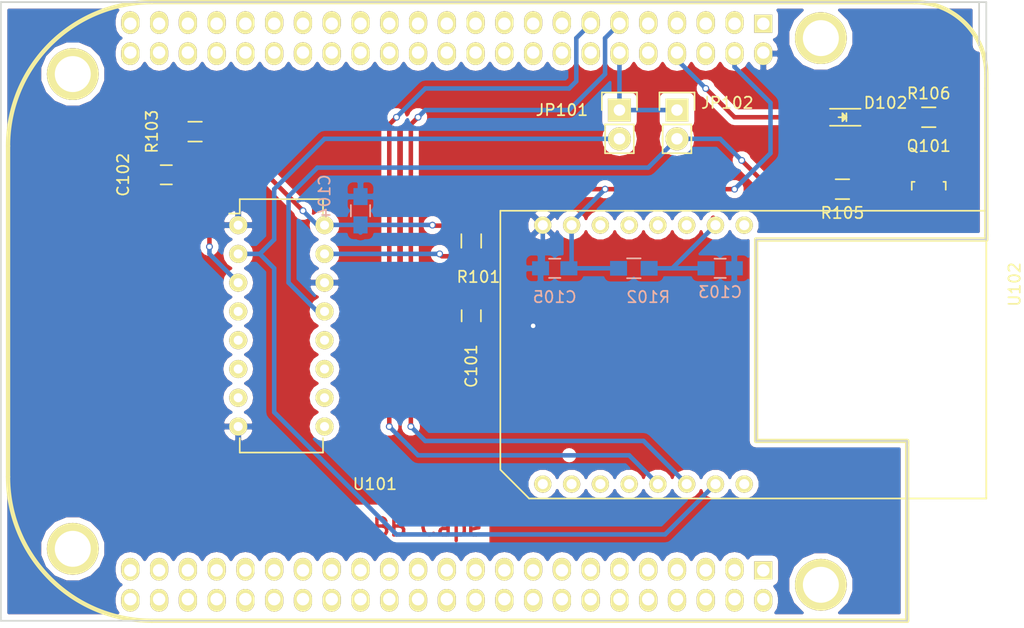
<source format=kicad_pcb>
(kicad_pcb (version 4) (host pcbnew 4.0.2+e4-6225~38~ubuntu15.10.1-stable)

  (general
    (links 35)
    (no_connects 0)
    (area 104.699999 77.029499 195.295 132.715001)
    (thickness 1.6)
    (drawings 14)
    (tracks 114)
    (zones 0)
    (modules 18)
    (nets 112)
  )

  (page A4)
  (title_block
    (title "GPS BBB Cape")
    (date 2016-07-01)
    (company "CNPEM - LNLS")
    (comment 1 "Grupo de Controle")
    (comment 2 "Gustavo Ciotto Pinton")
    (comment 3 "Ultimate GPS Breakout v3")
    (comment 4 "GPS Cape para BeagleBone Black compatível com o módulo receptor ")
  )

  (layers
    (0 F.Cu signal)
    (31 B.Cu signal)
    (32 B.Adhes user)
    (33 F.Adhes user)
    (34 B.Paste user)
    (35 F.Paste user)
    (36 B.SilkS user)
    (37 F.SilkS user)
    (38 B.Mask user)
    (39 F.Mask user)
    (40 Dwgs.User user)
    (41 Cmts.User user)
    (42 Eco1.User user)
    (43 Eco2.User user)
    (44 Edge.Cuts user)
    (45 Margin user)
    (46 B.CrtYd user)
    (47 F.CrtYd user)
    (48 B.Fab user)
    (49 F.Fab user)
  )

  (setup
    (last_trace_width 0.25)
    (user_trace_width 0.25)
    (user_trace_width 0.3)
    (user_trace_width 0.4)
    (user_trace_width 0.5)
    (trace_clearance 0.25)
    (zone_clearance 0.5)
    (zone_45_only yes)
    (trace_min 0.25)
    (segment_width 0.2)
    (edge_width 0.15)
    (via_size 0.6)
    (via_drill 0.4)
    (via_min_size 0.4)
    (via_min_drill 0.3)
    (uvia_size 0.3)
    (uvia_drill 0.1)
    (uvias_allowed no)
    (uvia_min_size 0.2)
    (uvia_min_drill 0.1)
    (pcb_text_width 0.3)
    (pcb_text_size 1.5 1.5)
    (mod_edge_width 0.15)
    (mod_text_size 1 1)
    (mod_text_width 0.15)
    (pad_size 1.524 1.524)
    (pad_drill 0.762)
    (pad_to_mask_clearance 0.2)
    (aux_axis_origin 0 0)
    (visible_elements FFFFFF7F)
    (pcbplotparams
      (layerselection 0x01000_80000001)
      (usegerberextensions false)
      (excludeedgelayer true)
      (linewidth 0.100000)
      (plotframeref false)
      (viasonmask false)
      (mode 1)
      (useauxorigin false)
      (hpglpennumber 1)
      (hpglpenspeed 20)
      (hpglpendiameter 15)
      (hpglpenoverlay 2)
      (psnegative false)
      (psa4output false)
      (plotreference true)
      (plotvalue true)
      (plotinvisibletext false)
      (padsonsilk false)
      (subtractmaskfromsilk false)
      (outputformat 1)
      (mirror false)
      (drillshape 0)
      (scaleselection 1)
      (outputdirectory gerber/))
  )

  (net 0 "")
  (net 1 GND)
  (net 2 "Net-(Beagle101-PadC5)")
  (net 3 "Net-(Beagle101-PadC7)")
  (net 4 "Net-(Beagle101-PadC9)")
  (net 5 "Net-(Beagle101-PadC10)")
  (net 6 /TX_GPS)
  (net 7 "Net-(Beagle101-PadC12)")
  (net 8 /RX_GPS)
  (net 9 "Net-(Beagle101-PadC14)")
  (net 10 "Net-(Beagle101-PadC15)")
  (net 11 "Net-(Beagle101-PadC16)")
  (net 12 "Net-(Beagle101-PadC17)")
  (net 13 "Net-(Beagle101-PadC18)")
  (net 14 "Net-(Beagle101-PadC19)")
  (net 15 "Net-(Beagle101-PadC20)")
  (net 16 "Net-(Beagle101-PadC21)")
  (net 17 "Net-(Beagle101-PadC22)")
  (net 18 "Net-(Beagle101-PadC23)")
  (net 19 "Net-(Beagle101-PadC24)")
  (net 20 "Net-(Beagle101-PadC25)")
  (net 21 "Net-(Beagle101-PadC26)")
  (net 22 "Net-(Beagle101-PadC27)")
  (net 23 "Net-(Beagle101-PadC28)")
  (net 24 "Net-(Beagle101-PadC29)")
  (net 25 "Net-(Beagle101-PadC30)")
  (net 26 "Net-(Beagle101-PadC31)")
  (net 27 "Net-(Beagle101-PadC32)")
  (net 28 "Net-(Beagle101-PadC33)")
  (net 29 "Net-(Beagle101-PadC34)")
  (net 30 "Net-(Beagle101-PadC35)")
  (net 31 "Net-(Beagle101-PadC36)")
  (net 32 "Net-(Beagle101-PadC37)")
  (net 33 "Net-(Beagle101-PadC38)")
  (net 34 "Net-(Beagle101-PadC39)")
  (net 35 "Net-(Beagle101-PadC40)")
  (net 36 "Net-(Beagle101-PadC41)")
  (net 37 "Net-(Beagle101-PadC42)")
  (net 38 "Net-(Beagle101-PadC43)")
  (net 39 "Net-(Beagle101-PadC45)")
  (net 40 "Net-(Beagle101-PadC46)")
  (net 41 "Net-(C101-Pad1)")
  (net 42 "Net-(C103-Pad1)")
  (net 43 /PPS)
  (net 44 /PPS_ENL)
  (net 45 "Net-(U101-Pad4)")
  (net 46 "Net-(Beagle101-PadC1)")
  (net 47 "Net-(Beagle101-PadC3)")
  (net 48 VCC)
  (net 49 "Net-(Beagle101-PadB2)")
  (net 50 "Net-(Beagle101-PadB3)")
  (net 51 "Net-(Beagle101-PadB4)")
  (net 52 "Net-(Beagle101-PadB5)")
  (net 53 "Net-(Beagle101-PadB6)")
  (net 54 "Net-(Beagle101-PadB7)")
  (net 55 "Net-(Beagle101-PadB8)")
  (net 56 "Net-(Beagle101-PadB9)")
  (net 57 "Net-(Beagle101-PadB10)")
  (net 58 "Net-(Beagle101-PadB11)")
  (net 59 "Net-(Beagle101-PadB12)")
  (net 60 "Net-(Beagle101-PadB13)")
  (net 61 "Net-(Beagle101-PadB14)")
  (net 62 "Net-(Beagle101-PadB15)")
  (net 63 "Net-(Beagle101-PadB16)")
  (net 64 "Net-(Beagle101-PadB17)")
  (net 65 "Net-(Beagle101-PadB18)")
  (net 66 "Net-(Beagle101-PadB19)")
  (net 67 "Net-(Beagle101-PadB20)")
  (net 68 "Net-(Beagle101-PadB21)")
  (net 69 "Net-(Beagle101-PadB22)")
  (net 70 "Net-(Beagle101-PadB23)")
  (net 71 "Net-(Beagle101-PadB24)")
  (net 72 "Net-(Beagle101-PadB25)")
  (net 73 "Net-(Beagle101-PadB26)")
  (net 74 "Net-(Beagle101-PadB27)")
  (net 75 "Net-(Beagle101-PadB28)")
  (net 76 "Net-(Beagle101-PadB29)")
  (net 77 "Net-(Beagle101-PadB30)")
  (net 78 "Net-(Beagle101-PadB31)")
  (net 79 "Net-(Beagle101-PadB32)")
  (net 80 "Net-(Beagle101-PadB33)")
  (net 81 "Net-(Beagle101-PadB34)")
  (net 82 "Net-(Beagle101-PadB35)")
  (net 83 "Net-(Beagle101-PadB36)")
  (net 84 "Net-(Beagle101-PadB37)")
  (net 85 "Net-(Beagle101-PadB38)")
  (net 86 "Net-(Beagle101-PadB39)")
  (net 87 "Net-(Beagle101-PadB40)")
  (net 88 "Net-(Beagle101-PadB41)")
  (net 89 "Net-(Beagle101-PadB42)")
  (net 90 "Net-(Beagle101-PadB43)")
  (net 91 "Net-(Beagle101-PadB44)")
  (net 92 "Net-(Beagle101-PadB45)")
  (net 93 "Net-(Beagle101-PadB46)")
  (net 94 "Net-(C102-Pad2)")
  (net 95 "Net-(Beagle101-PadC44)")
  (net 96 "Net-(Beagle101-PadB1)")
  (net 97 +5V)
  (net 98 "Net-(D102-Pad1)")
  (net 99 "Net-(Q101-Pad1)")
  (net 100 "Net-(Q101-Pad3)")
  (net 101 "Net-(U102-Pad16)")
  (net 102 "Net-(U102-Pad15)")
  (net 103 "Net-(U102-Pad14)")
  (net 104 "Net-(U102-Pad13)")
  (net 105 "Net-(U102-Pad4)")
  (net 106 "Net-(U102-Pad5)")
  (net 107 "Net-(U102-Pad6)")
  (net 108 "Net-(U102-Pad3)")
  (net 109 "Net-(U102-Pad1)")
  (net 110 "Net-(U102-Pad9)")
  (net 111 "Net-(Beagle101-PadC6)")

  (net_class Default "This is the default net class."
    (clearance 0.25)
    (trace_width 0.25)
    (via_dia 0.6)
    (via_drill 0.4)
    (uvia_dia 0.3)
    (uvia_drill 0.1)
    (add_net +5V)
    (add_net /PPS)
    (add_net /PPS_ENL)
    (add_net /RX_GPS)
    (add_net /TX_GPS)
    (add_net GND)
    (add_net "Net-(Beagle101-PadB1)")
    (add_net "Net-(Beagle101-PadB10)")
    (add_net "Net-(Beagle101-PadB11)")
    (add_net "Net-(Beagle101-PadB12)")
    (add_net "Net-(Beagle101-PadB13)")
    (add_net "Net-(Beagle101-PadB14)")
    (add_net "Net-(Beagle101-PadB15)")
    (add_net "Net-(Beagle101-PadB16)")
    (add_net "Net-(Beagle101-PadB17)")
    (add_net "Net-(Beagle101-PadB18)")
    (add_net "Net-(Beagle101-PadB19)")
    (add_net "Net-(Beagle101-PadB2)")
    (add_net "Net-(Beagle101-PadB20)")
    (add_net "Net-(Beagle101-PadB21)")
    (add_net "Net-(Beagle101-PadB22)")
    (add_net "Net-(Beagle101-PadB23)")
    (add_net "Net-(Beagle101-PadB24)")
    (add_net "Net-(Beagle101-PadB25)")
    (add_net "Net-(Beagle101-PadB26)")
    (add_net "Net-(Beagle101-PadB27)")
    (add_net "Net-(Beagle101-PadB28)")
    (add_net "Net-(Beagle101-PadB29)")
    (add_net "Net-(Beagle101-PadB3)")
    (add_net "Net-(Beagle101-PadB30)")
    (add_net "Net-(Beagle101-PadB31)")
    (add_net "Net-(Beagle101-PadB32)")
    (add_net "Net-(Beagle101-PadB33)")
    (add_net "Net-(Beagle101-PadB34)")
    (add_net "Net-(Beagle101-PadB35)")
    (add_net "Net-(Beagle101-PadB36)")
    (add_net "Net-(Beagle101-PadB37)")
    (add_net "Net-(Beagle101-PadB38)")
    (add_net "Net-(Beagle101-PadB39)")
    (add_net "Net-(Beagle101-PadB4)")
    (add_net "Net-(Beagle101-PadB40)")
    (add_net "Net-(Beagle101-PadB41)")
    (add_net "Net-(Beagle101-PadB42)")
    (add_net "Net-(Beagle101-PadB43)")
    (add_net "Net-(Beagle101-PadB44)")
    (add_net "Net-(Beagle101-PadB45)")
    (add_net "Net-(Beagle101-PadB46)")
    (add_net "Net-(Beagle101-PadB5)")
    (add_net "Net-(Beagle101-PadB6)")
    (add_net "Net-(Beagle101-PadB7)")
    (add_net "Net-(Beagle101-PadB8)")
    (add_net "Net-(Beagle101-PadB9)")
    (add_net "Net-(Beagle101-PadC1)")
    (add_net "Net-(Beagle101-PadC10)")
    (add_net "Net-(Beagle101-PadC12)")
    (add_net "Net-(Beagle101-PadC14)")
    (add_net "Net-(Beagle101-PadC15)")
    (add_net "Net-(Beagle101-PadC16)")
    (add_net "Net-(Beagle101-PadC17)")
    (add_net "Net-(Beagle101-PadC18)")
    (add_net "Net-(Beagle101-PadC19)")
    (add_net "Net-(Beagle101-PadC20)")
    (add_net "Net-(Beagle101-PadC21)")
    (add_net "Net-(Beagle101-PadC22)")
    (add_net "Net-(Beagle101-PadC23)")
    (add_net "Net-(Beagle101-PadC24)")
    (add_net "Net-(Beagle101-PadC25)")
    (add_net "Net-(Beagle101-PadC26)")
    (add_net "Net-(Beagle101-PadC27)")
    (add_net "Net-(Beagle101-PadC28)")
    (add_net "Net-(Beagle101-PadC29)")
    (add_net "Net-(Beagle101-PadC3)")
    (add_net "Net-(Beagle101-PadC30)")
    (add_net "Net-(Beagle101-PadC31)")
    (add_net "Net-(Beagle101-PadC32)")
    (add_net "Net-(Beagle101-PadC33)")
    (add_net "Net-(Beagle101-PadC34)")
    (add_net "Net-(Beagle101-PadC35)")
    (add_net "Net-(Beagle101-PadC36)")
    (add_net "Net-(Beagle101-PadC37)")
    (add_net "Net-(Beagle101-PadC38)")
    (add_net "Net-(Beagle101-PadC39)")
    (add_net "Net-(Beagle101-PadC40)")
    (add_net "Net-(Beagle101-PadC41)")
    (add_net "Net-(Beagle101-PadC42)")
    (add_net "Net-(Beagle101-PadC43)")
    (add_net "Net-(Beagle101-PadC44)")
    (add_net "Net-(Beagle101-PadC45)")
    (add_net "Net-(Beagle101-PadC46)")
    (add_net "Net-(Beagle101-PadC5)")
    (add_net "Net-(Beagle101-PadC6)")
    (add_net "Net-(Beagle101-PadC7)")
    (add_net "Net-(Beagle101-PadC9)")
    (add_net "Net-(C101-Pad1)")
    (add_net "Net-(C102-Pad2)")
    (add_net "Net-(C103-Pad1)")
    (add_net "Net-(D102-Pad1)")
    (add_net "Net-(Q101-Pad1)")
    (add_net "Net-(Q101-Pad3)")
    (add_net "Net-(U101-Pad4)")
    (add_net "Net-(U102-Pad1)")
    (add_net "Net-(U102-Pad13)")
    (add_net "Net-(U102-Pad14)")
    (add_net "Net-(U102-Pad15)")
    (add_net "Net-(U102-Pad16)")
    (add_net "Net-(U102-Pad3)")
    (add_net "Net-(U102-Pad4)")
    (add_net "Net-(U102-Pad5)")
    (add_net "Net-(U102-Pad6)")
    (add_net "Net-(U102-Pad9)")
    (add_net VCC)
  )

  (module Controle:BEAGLEBONEBLACK (layer F.Cu) (tedit 578CBCB4) (tstamp 578CEBA9)
    (at 148.59 104.775)
    (tags "beaglebone black")
    (path /5775593F)
    (fp_text reference Beagle101 (at 0 1.778) (layer F.SilkS) hide
      (effects (font (thickness 0.3048)))
    )
    (fp_text value BeagleBone (at 0 -1.143) (layer F.SilkS) hide
      (effects (font (thickness 0.3048)))
    )
    (fp_line (start 36.195 11.811) (end 36.195 11.43) (layer F.SilkS) (width 0.381))
    (fp_line (start 36.195 11.43) (end 22.86 11.43) (layer F.SilkS) (width 0.381))
    (fp_line (start 22.86 11.43) (end 22.86 -6.35) (layer F.SilkS) (width 0.381))
    (fp_line (start 22.86 -6.35) (end 43.18 -6.35) (layer F.SilkS) (width 0.381))
    (fp_line (start 43.18 -6.35) (end 43.18 -6.731) (layer F.SilkS) (width 0.381))
    (fp_line (start -30.48 27.305) (end 36.195 27.305) (layer F.SilkS) (width 0.381))
    (fp_line (start 36.195 27.305) (end 36.195 11.811) (layer F.SilkS) (width 0.381))
    (fp_line (start 43.18 -6.731) (end 43.18 -19.685) (layer F.SilkS) (width 0.381))
    (fp_line (start 43.18 -20.955) (end 43.18 -19.685) (layer F.SilkS) (width 0.381))
    (fp_line (start -30.48 -27.305) (end 36.83 -27.305) (layer F.SilkS) (width 0.381))
    (fp_line (start -43.18 -14.605) (end -43.18 14.605) (layer F.SilkS) (width 0.381))
    (fp_arc (start -30.48 -14.605) (end -43.18 -14.605) (angle 90) (layer F.SilkS) (width 0.381))
    (fp_arc (start -30.48 14.605) (end -30.48 27.305) (angle 90) (layer F.SilkS) (width 0.381))
    (fp_arc (start 36.83 -20.955) (end 36.83 -27.305) (angle 90) (layer F.SilkS) (width 0.381))
    (pad M1 thru_hole circle (at -37.465 -20.955) (size 4.572 4.572) (drill 3.175) (layers *.Cu *.Mask F.SilkS))
    (pad M2 thru_hole circle (at 28.575 -24.13) (size 4.572 4.572) (drill 3.175) (layers *.Cu *.Mask F.SilkS))
    (pad M3 thru_hole circle (at 28.575 24.13) (size 4.572 4.572) (drill 3.175) (layers *.Cu *.Mask F.SilkS))
    (pad M4 thru_hole circle (at -37.465 20.955) (size 4.572 4.572) (drill 3.175) (layers *.Cu *.Mask F.SilkS))
    (pad C1 thru_hole rect (at 23.495 -25.4) (size 1.6 1.6) (drill 1.1) (layers *.Cu *.Mask F.SilkS)
      (net 46 "Net-(Beagle101-PadC1)"))
    (pad C2 thru_hole oval (at 23.495 -22.86) (size 1.6 2) (drill 1.1 (offset 0 0.1)) (layers *.Cu *.Mask F.SilkS)
      (net 1 GND))
    (pad C3 thru_hole oval (at 20.955 -25.4) (size 1.6 2) (drill 1.1 (offset 0 -0.1)) (layers *.Cu *.Mask F.SilkS)
      (net 47 "Net-(Beagle101-PadC3)"))
    (pad C4 thru_hole oval (at 20.955 -22.86) (size 1.6 2) (drill 1.1 (offset 0 0.1)) (layers *.Cu *.Mask F.SilkS)
      (net 48 VCC))
    (pad C5 thru_hole oval (at 18.415 -25.4) (size 1.6 2) (drill 1.1 (offset 0 -0.1)) (layers *.Cu *.Mask F.SilkS)
      (net 2 "Net-(Beagle101-PadC5)"))
    (pad C6 thru_hole oval (at 18.415 -22.86) (size 1.6 2) (drill 1.1 (offset 0 0.1)) (layers *.Cu *.Mask F.SilkS)
      (net 111 "Net-(Beagle101-PadC6)"))
    (pad C7 thru_hole oval (at 15.875 -25.4) (size 1.6 2) (drill 1.1 (offset 0 -0.1)) (layers *.Cu *.Mask F.SilkS)
      (net 3 "Net-(Beagle101-PadC7)"))
    (pad C8 thru_hole oval (at 15.875 -22.86) (size 1.6 2) (drill 1.1 (offset 0 0.1)) (layers *.Cu *.Mask F.SilkS)
      (net 97 +5V))
    (pad C9 thru_hole oval (at 13.335 -25.4) (size 1.6 2) (drill 1.1 (offset 0 -0.1)) (layers *.Cu *.Mask F.SilkS)
      (net 4 "Net-(Beagle101-PadC9)"))
    (pad C10 thru_hole oval (at 13.335 -22.86) (size 1.6 2) (drill 1.1 (offset 0 0.1)) (layers *.Cu *.Mask F.SilkS)
      (net 5 "Net-(Beagle101-PadC10)"))
    (pad C11 thru_hole oval (at 10.795 -25.4) (size 1.6 2) (drill 1.1 (offset 0 -0.1)) (layers *.Cu *.Mask F.SilkS)
      (net 6 /TX_GPS))
    (pad C12 thru_hole oval (at 10.795 -22.86) (size 1.6 2) (drill 1.1 (offset 0 0.1)) (layers *.Cu *.Mask F.SilkS)
      (net 7 "Net-(Beagle101-PadC12)"))
    (pad C13 thru_hole oval (at 8.255 -25.4) (size 1.6 2) (drill 1.1 (offset 0 -0.1)) (layers *.Cu *.Mask F.SilkS)
      (net 8 /RX_GPS))
    (pad C14 thru_hole oval (at 8.255 -22.86) (size 1.6 2) (drill 1.1 (offset 0 0.1)) (layers *.Cu *.Mask F.SilkS)
      (net 9 "Net-(Beagle101-PadC14)"))
    (pad C15 thru_hole oval (at 5.715 -25.4) (size 1.6 2) (drill 1.1 (offset 0 -0.1)) (layers *.Cu *.Mask F.SilkS)
      (net 10 "Net-(Beagle101-PadC15)"))
    (pad C16 thru_hole oval (at 5.715 -22.86) (size 1.6 2) (drill 1.1 (offset 0 0.1)) (layers *.Cu *.Mask F.SilkS)
      (net 11 "Net-(Beagle101-PadC16)"))
    (pad C17 thru_hole oval (at 3.175 -25.4) (size 1.6 2) (drill 1.1 (offset 0 -0.1)) (layers *.Cu *.Mask F.SilkS)
      (net 12 "Net-(Beagle101-PadC17)"))
    (pad C18 thru_hole oval (at 3.175 -22.86) (size 1.6 2) (drill 1.1 (offset 0 0.1)) (layers *.Cu *.Mask F.SilkS)
      (net 13 "Net-(Beagle101-PadC18)"))
    (pad C19 thru_hole oval (at 0.635 -25.4) (size 1.6 2) (drill 1.1 (offset 0 -0.1)) (layers *.Cu *.Mask F.SilkS)
      (net 14 "Net-(Beagle101-PadC19)"))
    (pad C20 thru_hole oval (at 0.635 -22.86) (size 1.6 2) (drill 1.1 (offset 0 0.1)) (layers *.Cu *.Mask F.SilkS)
      (net 15 "Net-(Beagle101-PadC20)"))
    (pad C21 thru_hole oval (at -1.905 -25.4) (size 1.6 2) (drill 1.1 (offset 0 -0.1)) (layers *.Cu *.Mask F.SilkS)
      (net 16 "Net-(Beagle101-PadC21)"))
    (pad C22 thru_hole oval (at -1.905 -22.86) (size 1.6 2) (drill 1.1 (offset 0 0.1)) (layers *.Cu *.Mask F.SilkS)
      (net 17 "Net-(Beagle101-PadC22)"))
    (pad C23 thru_hole oval (at -4.445 -25.4) (size 1.6 2) (drill 1.1 (offset 0 -0.1)) (layers *.Cu *.Mask F.SilkS)
      (net 18 "Net-(Beagle101-PadC23)"))
    (pad C24 thru_hole oval (at -4.445 -22.86) (size 1.6 2) (drill 1.1 (offset 0 0.1)) (layers *.Cu *.Mask F.SilkS)
      (net 19 "Net-(Beagle101-PadC24)"))
    (pad C25 thru_hole oval (at -6.985 -25.4) (size 1.6 2) (drill 1.1 (offset 0 -0.1)) (layers *.Cu *.Mask F.SilkS)
      (net 20 "Net-(Beagle101-PadC25)"))
    (pad C26 thru_hole oval (at -6.985 -22.86) (size 1.6 2) (drill 1.1 (offset 0 0.1)) (layers *.Cu *.Mask F.SilkS)
      (net 21 "Net-(Beagle101-PadC26)"))
    (pad C27 thru_hole oval (at -9.525 -25.4) (size 1.6 2) (drill 1.1 (offset 0 -0.1)) (layers *.Cu *.Mask F.SilkS)
      (net 22 "Net-(Beagle101-PadC27)"))
    (pad C28 thru_hole oval (at -9.525 -22.86) (size 1.6 2) (drill 1.1 (offset 0 0.1)) (layers *.Cu *.Mask F.SilkS)
      (net 23 "Net-(Beagle101-PadC28)"))
    (pad C29 thru_hole oval (at -12.065 -25.4) (size 1.6 2) (drill 1.1 (offset 0 -0.1)) (layers *.Cu *.Mask F.SilkS)
      (net 24 "Net-(Beagle101-PadC29)"))
    (pad C30 thru_hole oval (at -12.065 -22.86) (size 1.6 2) (drill 1.1 (offset 0 0.1)) (layers *.Cu *.Mask F.SilkS)
      (net 25 "Net-(Beagle101-PadC30)"))
    (pad C31 thru_hole oval (at -14.605 -25.4) (size 1.6 2) (drill 1.1 (offset 0 -0.1)) (layers *.Cu *.Mask F.SilkS)
      (net 26 "Net-(Beagle101-PadC31)"))
    (pad C32 thru_hole oval (at -14.605 -22.86) (size 1.6 2) (drill 1.1 (offset 0 0.1)) (layers *.Cu *.Mask F.SilkS)
      (net 27 "Net-(Beagle101-PadC32)"))
    (pad C33 thru_hole oval (at -17.145 -25.4) (size 1.6 2) (drill 1.1 (offset 0 -0.1)) (layers *.Cu *.Mask F.SilkS)
      (net 28 "Net-(Beagle101-PadC33)"))
    (pad C34 thru_hole oval (at -17.145 -22.86) (size 1.6 2) (drill 1.1 (offset 0 0.1)) (layers *.Cu *.Mask F.SilkS)
      (net 29 "Net-(Beagle101-PadC34)"))
    (pad C35 thru_hole oval (at -19.685 -25.4) (size 1.6 2) (drill 1.1 (offset 0 -0.1)) (layers *.Cu *.Mask F.SilkS)
      (net 30 "Net-(Beagle101-PadC35)"))
    (pad C36 thru_hole oval (at -19.685 -22.86) (size 1.6 2) (drill 1.1 (offset 0 0.1)) (layers *.Cu *.Mask F.SilkS)
      (net 31 "Net-(Beagle101-PadC36)"))
    (pad C37 thru_hole oval (at -22.225 -25.4) (size 1.6 2) (drill 1.1 (offset 0 -0.1)) (layers *.Cu *.Mask F.SilkS)
      (net 32 "Net-(Beagle101-PadC37)"))
    (pad C38 thru_hole oval (at -22.225 -22.86) (size 1.6 2) (drill 1.1 (offset 0 0.1)) (layers *.Cu *.Mask F.SilkS)
      (net 33 "Net-(Beagle101-PadC38)"))
    (pad C39 thru_hole oval (at -24.765 -25.4) (size 1.6 2) (drill 1.1 (offset 0 -0.1)) (layers *.Cu *.Mask F.SilkS)
      (net 34 "Net-(Beagle101-PadC39)"))
    (pad C40 thru_hole oval (at -24.765 -22.86) (size 1.6 2) (drill 1.1 (offset 0 0.1)) (layers *.Cu *.Mask F.SilkS)
      (net 35 "Net-(Beagle101-PadC40)"))
    (pad C41 thru_hole oval (at -27.305 -25.4) (size 1.6 2) (drill 1.1 (offset 0 -0.1)) (layers *.Cu *.Mask F.SilkS)
      (net 36 "Net-(Beagle101-PadC41)"))
    (pad C42 thru_hole oval (at -27.305 -22.86) (size 1.6 2) (drill 1.1 (offset 0 0.1)) (layers *.Cu *.Mask F.SilkS)
      (net 37 "Net-(Beagle101-PadC42)"))
    (pad C43 thru_hole oval (at -29.845 -25.4) (size 1.6 2) (drill 1.1 (offset 0 -0.1)) (layers *.Cu *.Mask F.SilkS)
      (net 38 "Net-(Beagle101-PadC43)"))
    (pad C44 thru_hole oval (at -29.845 -22.86) (size 1.6 2) (drill 1.1 (offset 0 0.1)) (layers *.Cu *.Mask F.SilkS)
      (net 95 "Net-(Beagle101-PadC44)"))
    (pad C45 thru_hole oval (at -32.385 -25.4) (size 1.6 2) (drill 1.1 (offset 0 -0.1)) (layers *.Cu *.Mask F.SilkS)
      (net 39 "Net-(Beagle101-PadC45)"))
    (pad C46 thru_hole oval (at -32.385 -22.86) (size 1.6 2) (drill 1.1 (offset 0 0.1)) (layers *.Cu *.Mask F.SilkS)
      (net 40 "Net-(Beagle101-PadC46)"))
    (pad B1 thru_hole rect (at 23.495 22.86) (size 1.6 1.6) (drill 1.1) (layers *.Cu *.Mask F.SilkS)
      (net 96 "Net-(Beagle101-PadB1)"))
    (pad B2 thru_hole oval (at 23.495 25.4) (size 1.6 2) (drill 1.1 (offset 0 0.1)) (layers *.Cu *.Mask F.SilkS)
      (net 49 "Net-(Beagle101-PadB2)"))
    (pad B3 thru_hole oval (at 20.955 22.86) (size 1.6 2) (drill 1.1 (offset 0 -0.1)) (layers *.Cu *.Mask F.SilkS)
      (net 50 "Net-(Beagle101-PadB3)"))
    (pad B4 thru_hole oval (at 20.955 25.4) (size 1.6 2) (drill 1.1 (offset 0 0.1)) (layers *.Cu *.Mask F.SilkS)
      (net 51 "Net-(Beagle101-PadB4)"))
    (pad B5 thru_hole oval (at 18.415 22.86) (size 1.6 2) (drill 1.1 (offset 0 -0.1)) (layers *.Cu *.Mask F.SilkS)
      (net 52 "Net-(Beagle101-PadB5)"))
    (pad B6 thru_hole oval (at 18.415 25.4) (size 1.6 2) (drill 1.1 (offset 0 0.1)) (layers *.Cu *.Mask F.SilkS)
      (net 53 "Net-(Beagle101-PadB6)"))
    (pad B7 thru_hole oval (at 15.875 22.86) (size 1.6 2) (drill 1.1 (offset 0 -0.1)) (layers *.Cu *.Mask F.SilkS)
      (net 54 "Net-(Beagle101-PadB7)"))
    (pad B8 thru_hole oval (at 15.875 25.4) (size 1.6 2) (drill 1.1 (offset 0 0.1)) (layers *.Cu *.Mask F.SilkS)
      (net 55 "Net-(Beagle101-PadB8)"))
    (pad B9 thru_hole oval (at 13.335 22.86) (size 1.6 2) (drill 1.1 (offset 0 -0.1)) (layers *.Cu *.Mask F.SilkS)
      (net 56 "Net-(Beagle101-PadB9)"))
    (pad B10 thru_hole oval (at 13.335 25.4) (size 1.6 2) (drill 1.1 (offset 0 0.1)) (layers *.Cu *.Mask F.SilkS)
      (net 57 "Net-(Beagle101-PadB10)"))
    (pad B11 thru_hole oval (at 10.795 22.86) (size 1.6 2) (drill 1.1 (offset 0 -0.1)) (layers *.Cu *.Mask F.SilkS)
      (net 58 "Net-(Beagle101-PadB11)"))
    (pad B12 thru_hole oval (at 10.795 25.4) (size 1.6 2) (drill 1.1 (offset 0 0.1)) (layers *.Cu *.Mask F.SilkS)
      (net 59 "Net-(Beagle101-PadB12)"))
    (pad B13 thru_hole oval (at 8.255 22.86) (size 1.6 2) (drill 1.1 (offset 0 -0.1)) (layers *.Cu *.Mask F.SilkS)
      (net 60 "Net-(Beagle101-PadB13)"))
    (pad B14 thru_hole oval (at 8.255 25.4) (size 1.6 2) (drill 1.1 (offset 0 0.1)) (layers *.Cu *.Mask F.SilkS)
      (net 61 "Net-(Beagle101-PadB14)"))
    (pad B15 thru_hole oval (at 5.715 22.86) (size 1.6 2) (drill 1.1 (offset 0 -0.1)) (layers *.Cu *.Mask F.SilkS)
      (net 62 "Net-(Beagle101-PadB15)"))
    (pad B16 thru_hole oval (at 5.715 25.4) (size 1.6 2) (drill 1.1 (offset 0 0.1)) (layers *.Cu *.Mask F.SilkS)
      (net 63 "Net-(Beagle101-PadB16)"))
    (pad B17 thru_hole oval (at 3.175 22.86) (size 1.6 2) (drill 1.1 (offset 0 -0.1)) (layers *.Cu *.Mask F.SilkS)
      (net 64 "Net-(Beagle101-PadB17)"))
    (pad B18 thru_hole oval (at 3.175 25.4) (size 1.6 2) (drill 1.1 (offset 0 0.1)) (layers *.Cu *.Mask F.SilkS)
      (net 65 "Net-(Beagle101-PadB18)"))
    (pad B19 thru_hole oval (at 0.635 22.86) (size 1.6 2) (drill 1.1 (offset 0 -0.1)) (layers *.Cu *.Mask F.SilkS)
      (net 66 "Net-(Beagle101-PadB19)"))
    (pad B20 thru_hole oval (at 0.635 25.4) (size 1.6 2) (drill 1.1 (offset 0 0.1)) (layers *.Cu *.Mask F.SilkS)
      (net 67 "Net-(Beagle101-PadB20)"))
    (pad B21 thru_hole oval (at -1.905 22.86) (size 1.6 2) (drill 1.1 (offset 0 -0.1)) (layers *.Cu *.Mask F.SilkS)
      (net 68 "Net-(Beagle101-PadB21)"))
    (pad B22 thru_hole oval (at -1.905 25.4) (size 1.6 2) (drill 1.1 (offset 0 0.1)) (layers *.Cu *.Mask F.SilkS)
      (net 69 "Net-(Beagle101-PadB22)"))
    (pad B23 thru_hole oval (at -4.445 22.86) (size 1.6 2) (drill 1.1 (offset 0 -0.1)) (layers *.Cu *.Mask F.SilkS)
      (net 70 "Net-(Beagle101-PadB23)"))
    (pad B24 thru_hole oval (at -4.445 25.4) (size 1.6 2) (drill 1.1 (offset 0 0.1)) (layers *.Cu *.Mask F.SilkS)
      (net 71 "Net-(Beagle101-PadB24)"))
    (pad B25 thru_hole oval (at -6.985 22.86) (size 1.6 2) (drill 1.1 (offset 0 -0.1)) (layers *.Cu *.Mask F.SilkS)
      (net 72 "Net-(Beagle101-PadB25)"))
    (pad B26 thru_hole oval (at -6.985 25.4) (size 1.6 2) (drill 1.1 (offset 0 0.1)) (layers *.Cu *.Mask F.SilkS)
      (net 73 "Net-(Beagle101-PadB26)"))
    (pad B27 thru_hole oval (at -9.525 22.86) (size 1.6 2) (drill 1.1 (offset 0 -0.1)) (layers *.Cu *.Mask F.SilkS)
      (net 74 "Net-(Beagle101-PadB27)"))
    (pad B28 thru_hole oval (at -9.525 25.4) (size 1.6 2) (drill 1.1 (offset 0 0.1)) (layers *.Cu *.Mask F.SilkS)
      (net 75 "Net-(Beagle101-PadB28)"))
    (pad B29 thru_hole oval (at -12.065 22.86) (size 1.6 2) (drill 1.1 (offset 0 -0.1)) (layers *.Cu *.Mask F.SilkS)
      (net 76 "Net-(Beagle101-PadB29)"))
    (pad B30 thru_hole oval (at -12.065 25.4) (size 1.6 2) (drill 1.1 (offset 0 0.1)) (layers *.Cu *.Mask F.SilkS)
      (net 77 "Net-(Beagle101-PadB30)"))
    (pad B31 thru_hole oval (at -14.605 22.86) (size 1.6 2) (drill 1.1 (offset 0 -0.1)) (layers *.Cu *.Mask F.SilkS)
      (net 78 "Net-(Beagle101-PadB31)"))
    (pad B32 thru_hole oval (at -14.605 25.4) (size 1.6 2) (drill 1.1 (offset 0 0.1)) (layers *.Cu *.Mask F.SilkS)
      (net 79 "Net-(Beagle101-PadB32)"))
    (pad B33 thru_hole oval (at -17.145 22.86) (size 1.6 2) (drill 1.1 (offset 0 -0.1)) (layers *.Cu *.Mask F.SilkS)
      (net 80 "Net-(Beagle101-PadB33)"))
    (pad B34 thru_hole oval (at -17.145 25.4) (size 1.6 2) (drill 1.1 (offset 0 0.1)) (layers *.Cu *.Mask F.SilkS)
      (net 81 "Net-(Beagle101-PadB34)"))
    (pad B35 thru_hole oval (at -19.685 22.86) (size 1.6 2) (drill 1.1 (offset 0 -0.1)) (layers *.Cu *.Mask F.SilkS)
      (net 82 "Net-(Beagle101-PadB35)"))
    (pad B36 thru_hole oval (at -19.685 25.4) (size 1.6 2) (drill 1.1 (offset 0 0.1)) (layers *.Cu *.Mask F.SilkS)
      (net 83 "Net-(Beagle101-PadB36)"))
    (pad B37 thru_hole oval (at -22.225 22.86) (size 1.6 2) (drill 1.1 (offset 0 -0.1)) (layers *.Cu *.Mask F.SilkS)
      (net 84 "Net-(Beagle101-PadB37)"))
    (pad B38 thru_hole oval (at -22.225 25.4) (size 1.6 2) (drill 1.1 (offset 0 0.1)) (layers *.Cu *.Mask F.SilkS)
      (net 85 "Net-(Beagle101-PadB38)"))
    (pad B39 thru_hole oval (at -24.765 22.86) (size 1.6 2) (drill 1.1 (offset 0 -0.1)) (layers *.Cu *.Mask F.SilkS)
      (net 86 "Net-(Beagle101-PadB39)"))
    (pad B40 thru_hole oval (at -24.765 25.4) (size 1.6 2) (drill 1.1 (offset 0 0.1)) (layers *.Cu *.Mask F.SilkS)
      (net 87 "Net-(Beagle101-PadB40)"))
    (pad B41 thru_hole oval (at -27.305 22.86) (size 1.6 2) (drill 1.1 (offset 0 -0.1)) (layers *.Cu *.Mask F.SilkS)
      (net 88 "Net-(Beagle101-PadB41)"))
    (pad B42 thru_hole oval (at -27.305 25.4) (size 1.6 2) (drill 1.1 (offset 0 0.1)) (layers *.Cu *.Mask F.SilkS)
      (net 89 "Net-(Beagle101-PadB42)"))
    (pad B43 thru_hole oval (at -29.845 22.86) (size 1.6 2) (drill 1.1 (offset 0 -0.1)) (layers *.Cu *.Mask F.SilkS)
      (net 90 "Net-(Beagle101-PadB43)"))
    (pad B44 thru_hole oval (at -29.845 25.4) (size 1.6 2) (drill 1.1 (offset 0 0.1)) (layers *.Cu *.Mask F.SilkS)
      (net 91 "Net-(Beagle101-PadB44)"))
    (pad B45 thru_hole oval (at -32.385 22.86) (size 1.6 2) (drill 1.1 (offset 0 -0.1)) (layers *.Cu *.Mask F.SilkS)
      (net 92 "Net-(Beagle101-PadB45)"))
    (pad B46 thru_hole oval (at -32.385 25.4) (size 1.6 2) (drill 1.1 (offset 0 0.1)) (layers *.Cu *.Mask F.SilkS)
      (net 93 "Net-(Beagle101-PadB46)"))
  )

  (module Controle:LNLS_Conversor_USB_RS485 (layer F.Cu) (tedit 0) (tstamp 578EB35E)
    (at 114.935 106.045 90)
    (fp_text reference G*** (at 0 0 90) (layer F.Cu) hide
      (effects (font (thickness 0.3)))
    )
    (fp_text value LOGO (at 0.75 0 90) (layer F.Cu) hide
      (effects (font (thickness 0.3)))
    )
    (fp_poly (pts (xy 1.088427 5.746829) (xy 1.10258 5.830025) (xy 1.112881 5.972066) (xy 1.115262 6.038344)
      (xy 1.122292 6.19759) (xy 1.135139 6.299724) (xy 1.157251 6.349917) (xy 1.192078 6.353342)
      (xy 1.243066 6.315172) (xy 1.276889 6.280838) (xy 1.333224 6.233754) (xy 1.375218 6.220542)
      (xy 1.378374 6.221925) (xy 1.378277 6.253098) (xy 1.341605 6.30796) (xy 1.327096 6.323959)
      (xy 1.27213 6.386565) (xy 1.251734 6.430165) (xy 1.271757 6.458557) (xy 1.338053 6.475539)
      (xy 1.456473 6.484909) (xy 1.581657 6.489191) (xy 1.750363 6.497186) (xy 1.85756 6.509417)
      (xy 1.903776 6.524069) (xy 1.88954 6.539324) (xy 1.815379 6.553365) (xy 1.681821 6.564377)
      (xy 1.558408 6.56918) (xy 1.420618 6.574782) (xy 1.309257 6.583231) (xy 1.236901 6.593314)
      (xy 1.21546 6.602307) (xy 1.236041 6.63728) (xy 1.287428 6.694968) (xy 1.307849 6.715135)
      (xy 1.361439 6.776623) (xy 1.383892 6.82352) (xy 1.38225 6.832754) (xy 1.351766 6.830927)
      (xy 1.295291 6.792847) (xy 1.264438 6.765105) (xy 1.200391 6.711445) (xy 1.153935 6.687692)
      (xy 1.143289 6.689677) (xy 1.133713 6.728553) (xy 1.126365 6.814166) (xy 1.12237 6.930933)
      (xy 1.121963 6.98446) (xy 1.117682 7.142533) (xy 1.10441 7.241331) (xy 1.081509 7.283348)
      (xy 1.048396 7.271137) (xy 1.039786 7.233196) (xy 1.033046 7.147681) (xy 1.029105 7.029341)
      (xy 1.028467 6.954214) (xy 1.028467 6.657221) (xy 0.9229 6.75954) (xy 0.84743 6.819456)
      (xy 0.803495 6.830662) (xy 0.798138 6.79881) (xy 0.838402 6.729549) (xy 0.856847 6.706545)
      (xy 0.906853 6.64296) (xy 0.933578 6.600881) (xy 0.93497 6.595881) (xy 0.905928 6.587877)
      (xy 0.827286 6.579977) (xy 0.711766 6.573194) (xy 0.599939 6.569214) (xy 0.453046 6.56259)
      (xy 0.342308 6.552042) (xy 0.277603 6.538748) (xy 0.264908 6.529203) (xy 0.294425 6.514759)
      (xy 0.37639 6.502294) (xy 0.500925 6.492986) (xy 0.599939 6.489191) (xy 0.735997 6.483812)
      (xy 0.845481 6.476082) (xy 0.915665 6.467121) (xy 0.93497 6.459731) (xy 0.915353 6.426046)
      (xy 0.866667 6.368183) (xy 0.851067 6.351541) (xy 0.78541 6.273056) (xy 0.759745 6.222557)
      (xy 0.771854 6.206956) (xy 0.819521 6.233165) (xy 0.87372 6.280933) (xy 0.934386 6.337588)
      (xy 0.976442 6.364242) (xy 1.003703 6.354633) (xy 1.019984 6.302497) (xy 1.0291 6.201572)
      (xy 1.034868 6.045595) (xy 1.035739 6.01497) (xy 1.044078 5.856548) (xy 1.057054 5.759466)
      (xy 1.072544 5.723101) (xy 1.088427 5.746829)) (layer F.Cu) (width 0.01))
    (fp_poly (pts (xy 2.65381 6.235195) (xy 2.713073 6.244346) (xy 2.737983 6.265015) (xy 2.742577 6.29546)
      (xy 2.735444 6.33087) (xy 2.704376 6.349696) (xy 2.634865 6.356999) (xy 2.563375 6.357962)
      (xy 2.384172 6.358132) (xy 2.59454 6.484352) (xy 2.708892 6.557852) (xy 2.775311 6.614369)
      (xy 2.802798 6.662295) (xy 2.804908 6.680525) (xy 2.793257 6.749107) (xy 2.751745 6.792911)
      (xy 2.670532 6.816646) (xy 2.539778 6.825026) (xy 2.502601 6.825276) (xy 2.385018 6.823726)
      (xy 2.316659 6.816685) (xy 2.284448 6.800571) (xy 2.275307 6.771802) (xy 2.275092 6.762945)
      (xy 2.281685 6.728667) (xy 2.3108 6.709787) (xy 2.376442 6.701793) (xy 2.469878 6.700191)
      (xy 2.664663 6.699767) (xy 2.469878 6.584313) (xy 2.364468 6.517667) (xy 2.304403 6.466529)
      (xy 2.278656 6.419809) (xy 2.275092 6.388392) (xy 2.287476 6.31145) (xy 2.331316 6.263758)
      (xy 2.416645 6.23957) (xy 2.546233 6.233129) (xy 2.65381 6.235195)) (layer F.Cu) (width 0.01))
    (fp_poly (pts (xy 3.137077 6.235185) (xy 3.159841 6.249137) (xy 3.172347 6.28666) (xy 3.177668 6.35943)
      (xy 3.178876 6.479122) (xy 3.178896 6.529203) (xy 3.178355 6.666363) (xy 3.174683 6.752868)
      (xy 3.164809 6.800392) (xy 3.145659 6.820611) (xy 3.114161 6.825201) (xy 3.100982 6.825276)
      (xy 3.064887 6.82322) (xy 3.042123 6.809268) (xy 3.029616 6.771745) (xy 3.024295 6.698976)
      (xy 3.023087 6.579284) (xy 3.023068 6.529203) (xy 3.023609 6.392042) (xy 3.02728 6.305538)
      (xy 3.037155 6.258014) (xy 3.056305 6.237794) (xy 3.087803 6.233204) (xy 3.100982 6.233129)
      (xy 3.137077 6.235185)) (layer F.Cu) (width 0.01))
    (fp_poly (pts (xy 3.775773 6.235195) (xy 3.835036 6.244346) (xy 3.859947 6.265015) (xy 3.86454 6.29546)
      (xy 3.8571 6.331481) (xy 3.824932 6.350246) (xy 3.753265 6.357127) (xy 3.693129 6.357792)
      (xy 3.521718 6.357792) (xy 3.521718 6.591534) (xy 3.520246 6.711043) (xy 3.513533 6.781165)
      (xy 3.498135 6.814814) (xy 3.470607 6.82491) (xy 3.459387 6.825276) (xy 3.428787 6.820241)
      (xy 3.410233 6.796917) (xy 3.400755 6.742981) (xy 3.397384 6.646108) (xy 3.397055 6.566601)
      (xy 3.40176 6.42213) (xy 3.415012 6.319696) (xy 3.434454 6.270528) (xy 3.48512 6.250136)
      (xy 3.57835 6.236724) (xy 3.668197 6.233129) (xy 3.775773 6.235195)) (layer F.Cu) (width 0.01))
    (fp_poly (pts (xy 4.196709 6.235185) (xy 4.219473 6.249137) (xy 4.231979 6.28666) (xy 4.2373 6.35943)
      (xy 4.238508 6.479122) (xy 4.238528 6.529203) (xy 4.237987 6.666363) (xy 4.234315 6.752868)
      (xy 4.224441 6.800392) (xy 4.205291 6.820611) (xy 4.173793 6.825201) (xy 4.160614 6.825276)
      (xy 4.124519 6.82322) (xy 4.101755 6.809268) (xy 4.089248 6.771745) (xy 4.083927 6.698976)
      (xy 4.082719 6.579284) (xy 4.0827 6.529203) (xy 4.083241 6.392042) (xy 4.086912 6.305538)
      (xy 4.096787 6.258014) (xy 4.115937 6.237794) (xy 4.147435 6.233204) (xy 4.160614 6.233129)
      (xy 4.196709 6.235185)) (layer F.Cu) (width 0.01))
    (fp_poly (pts (xy 4.954772 6.238165) (xy 4.973326 6.261488) (xy 4.982804 6.315424) (xy 4.986175 6.412297)
      (xy 4.986503 6.491804) (xy 4.981799 6.636276) (xy 4.968546 6.73871) (xy 4.949105 6.787878)
      (xy 4.901976 6.805541) (xy 4.814403 6.818109) (xy 4.707203 6.824847) (xy 4.601194 6.825022)
      (xy 4.517191 6.817899) (xy 4.477464 6.804499) (xy 4.468166 6.765908) (xy 4.461017 6.680477)
      (xy 4.457104 6.563689) (xy 4.456687 6.508426) (xy 4.457766 6.376634) (xy 4.462809 6.295193)
      (xy 4.474526 6.252132) (xy 4.495627 6.235483) (xy 4.519019 6.233129) (xy 4.550888 6.23865)
      (xy 4.569587 6.263823) (xy 4.57856 6.321566) (xy 4.581252 6.424796) (xy 4.58135 6.466871)
      (xy 4.58135 6.700614) (xy 4.861841 6.700614) (xy 4.861841 6.466871) (xy 4.863313 6.347362)
      (xy 4.870026 6.277241) (xy 4.885424 6.243591) (xy 4.912952 6.233496) (xy 4.924172 6.233129)
      (xy 4.954772 6.238165)) (layer F.Cu) (width 0.01))
    (fp_poly (pts (xy 5.58338 6.235195) (xy 5.642643 6.244346) (xy 5.667554 6.265015) (xy 5.672148 6.29546)
      (xy 5.665015 6.33087) (xy 5.633946 6.349696) (xy 5.564435 6.356999) (xy 5.492945 6.357962)
      (xy 5.313743 6.358132) (xy 5.524111 6.484352) (xy 5.638462 6.557852) (xy 5.704882 6.614369)
      (xy 5.732368 6.662295) (xy 5.734479 6.680525) (xy 5.722828 6.749107) (xy 5.681316 6.792911)
      (xy 5.600103 6.816646) (xy 5.469349 6.825026) (xy 5.432172 6.825276) (xy 5.314588 6.823726)
      (xy 5.24623 6.816685) (xy 5.214018 6.800571) (xy 5.204877 6.771802) (xy 5.204663 6.762945)
      (xy 5.211256 6.728667) (xy 5.240371 6.709787) (xy 5.306013 6.701793) (xy 5.399448 6.700191)
      (xy 5.594233 6.699767) (xy 5.399448 6.584313) (xy 5.294038 6.517667) (xy 5.233973 6.466529)
      (xy 5.208227 6.419809) (xy 5.204663 6.388392) (xy 5.217047 6.31145) (xy 5.260887 6.263758)
      (xy 5.346216 6.23957) (xy 5.475804 6.233129) (xy 5.58338 6.235195)) (layer F.Cu) (width 0.01))
    (fp_poly (pts (xy 3.162079 5.904916) (xy 3.178896 5.952638) (xy 3.160635 6.001516) (xy 3.100982 6.01497)
      (xy 3.039885 6.000361) (xy 3.023068 5.952638) (xy 3.041329 5.90376) (xy 3.100982 5.890307)
      (xy 3.162079 5.904916)) (layer F.Cu) (width 0.01))
    (fp_poly (pts (xy 4.221711 5.904916) (xy 4.238528 5.952638) (xy 4.220267 6.001516) (xy 4.160614 6.01497)
      (xy 4.099516 6.000361) (xy 4.0827 5.952638) (xy 4.100961 5.90376) (xy 4.160614 5.890307)
      (xy 4.221711 5.904916)) (layer F.Cu) (width 0.01))
    (fp_poly (pts (xy 0.699113 5.422863) (xy 1.354026 5.422998) (xy 1.951704 5.423248) (xy 2.494696 5.423633)
      (xy 2.985549 5.424174) (xy 3.426813 5.424892) (xy 3.821036 5.425805) (xy 4.170765 5.426936)
      (xy 4.478549 5.428304) (xy 4.746936 5.42993) (xy 4.978475 5.431833) (xy 5.175714 5.434036)
      (xy 5.341202 5.436556) (xy 5.477485 5.439417) (xy 5.587114 5.442636) (xy 5.672635 5.446236)
      (xy 5.736598 5.450236) (xy 5.781551 5.454657) (xy 5.810041 5.459519) (xy 5.824618 5.464843)
      (xy 5.827976 5.469571) (xy 5.822914 5.475288) (xy 5.80603 5.480528) (xy 5.774775 5.485309)
      (xy 5.7266 5.489653) (xy 5.658959 5.49358) (xy 5.569302 5.49711) (xy 5.455081 5.500264)
      (xy 5.313748 5.503062) (xy 5.142754 5.505524) (xy 4.939551 5.507671) (xy 4.701592 5.509523)
      (xy 4.426327 5.511101) (xy 4.111208 5.512425) (xy 3.753688 5.513515) (xy 3.351217 5.514392)
      (xy 2.901248 5.515077) (xy 2.401232 5.515588) (xy 1.84862 5.515948) (xy 1.240866 5.516176)
      (xy 0.57542 5.516292) (xy -0.015583 5.516319) (xy -0.730278 5.516279) (xy -1.385191 5.516144)
      (xy -1.982869 5.515894) (xy -2.525861 5.515508) (xy -3.016715 5.514967) (xy -3.457978 5.51425)
      (xy -3.852201 5.513336) (xy -4.20193 5.512205) (xy -4.509714 5.510837) (xy -4.778101 5.509212)
      (xy -5.009641 5.507308) (xy -5.20688 5.505106) (xy -5.372367 5.502585) (xy -5.50865 5.499725)
      (xy -5.618279 5.496505) (xy -5.7038 5.492905) (xy -5.767763 5.488905) (xy -5.812716 5.484484)
      (xy -5.841206 5.479622) (xy -5.855783 5.474299) (xy -5.859141 5.469571) (xy -5.854079 5.463853)
      (xy -5.837195 5.458614) (xy -5.80594 5.453832) (xy -5.757766 5.449489) (xy -5.690124 5.445562)
      (xy -5.600467 5.442032) (xy -5.486246 5.438878) (xy -5.344913 5.43608) (xy -5.173919 5.433618)
      (xy -4.970716 5.431471) (xy -4.732757 5.429618) (xy -4.457492 5.42804) (xy -4.142373 5.426717)
      (xy -3.784853 5.425626) (xy -3.382382 5.424749) (xy -2.932413 5.424065) (xy -2.432397 5.423553)
      (xy -1.879786 5.423194) (xy -1.272031 5.422966) (xy -0.606585 5.422849) (xy -0.015583 5.422822)
      (xy 0.699113 5.422863)) (layer F.Cu) (width 0.01))
    (fp_poly (pts (xy -5.329325 3.865957) (xy -5.329541 4.089204) (xy -5.325097 4.257832) (xy -5.308351 4.37948)
      (xy -5.271665 4.461788) (xy -5.207398 4.512395) (xy -5.107911 4.538943) (xy -4.965562 4.54907)
      (xy -4.772713 4.550418) (xy -4.645097 4.550184) (xy -4.113865 4.550184) (xy -4.113865 4.830675)
      (xy -4.777322 4.830675) (xy -4.998935 4.830324) (xy -5.167787 4.828712) (xy -5.293448 4.825003)
      (xy -5.38549 4.818361) (xy -5.45348 4.807951) (xy -5.50699 4.792935) (xy -5.555589 4.772477)
      (xy -5.579838 4.760552) (xy -5.698849 4.679236) (xy -5.782154 4.564652) (xy -5.789018 4.551372)
      (xy -5.814726 4.495963) (xy -5.833279 4.43998) (xy -5.845828 4.372271) (xy -5.853529 4.281682)
      (xy -5.857535 4.157061) (xy -5.859 3.987256) (xy -5.859141 3.873519) (xy -5.859141 3.334724)
      (xy -5.329325 3.334724) (xy -5.329325 3.865957)) (layer F.Cu) (width 0.01))
    (fp_poly (pts (xy -0.71681 4.830675) (xy -1.168023 4.830675) (xy -1.674809 4.324588) (xy -2.181595 3.8185)
      (xy -2.181595 4.830675) (xy -2.680245 4.830675) (xy -2.680245 3.334724) (xy -2.259509 3.336138)
      (xy -1.753067 3.821374) (xy -1.246625 4.306611) (xy -1.246625 3.334724) (xy -0.71681 3.334724)
      (xy -0.71681 4.830675)) (layer F.Cu) (width 0.01))
    (fp_poly (pts (xy 1.340123 3.865957) (xy 1.34041 4.059628) (xy 1.342109 4.200973) (xy 1.34648 4.299995)
      (xy 1.354783 4.366698) (xy 1.368276 4.411087) (xy 1.388219 4.443165) (xy 1.415871 4.472937)
      (xy 1.41662 4.473687) (xy 1.446458 4.501534) (xy 1.478368 4.521643) (xy 1.522354 4.535273)
      (xy 1.588421 4.543683) (xy 1.686572 4.548131) (xy 1.826812 4.549879) (xy 2.019145 4.550184)
      (xy 2.555583 4.550184) (xy 2.555583 4.830675) (xy 1.892125 4.830675) (xy 1.670513 4.830324)
      (xy 1.501661 4.828712) (xy 1.376 4.825003) (xy 1.283958 4.818361) (xy 1.215967 4.807951)
      (xy 1.162458 4.792935) (xy 1.113859 4.772477) (xy 1.08961 4.760552) (xy 0.970599 4.679236)
      (xy 0.887294 4.564652) (xy 0.88043 4.551372) (xy 0.854721 4.495963) (xy 0.836169 4.43998)
      (xy 0.82362 4.372271) (xy 0.815919 4.281682) (xy 0.811912 4.157061) (xy 0.810448 3.987256)
      (xy 0.810307 3.873519) (xy 0.810307 3.334724) (xy 1.340123 3.334724) (xy 1.340123 3.865957)) (layer F.Cu) (width 0.01))
    (fp_poly (pts (xy 5.703313 3.615215) (xy 4.458124 3.615215) (xy 4.408442 3.691039) (xy 4.380475 3.77986)
      (xy 4.409891 3.860707) (xy 4.491849 3.921966) (xy 4.50736 3.928363) (xy 4.565301 3.938819)
      (xy 4.672378 3.947676) (xy 4.8154 3.954222) (xy 4.981177 3.957745) (xy 5.058655 3.958154)
      (xy 5.244933 3.959033) (xy 5.38035 3.962401) (xy 5.476363 3.96951) (xy 5.544432 3.981612)
      (xy 5.596014 3.999961) (xy 5.635066 4.021167) (xy 5.740641 4.119359) (xy 5.804978 4.250122)
      (xy 5.824576 4.396415) (xy 5.795933 4.541201) (xy 5.757232 4.615698) (xy 5.711694 4.678749)
      (xy 5.663903 4.728136) (xy 5.605927 4.765517) (xy 5.529834 4.792551) (xy 5.427695 4.810896)
      (xy 5.291577 4.82221) (xy 5.11355 4.828153) (xy 4.885682 4.830382) (xy 4.729387 4.830627)
      (xy 3.989203 4.830675) (xy 3.989203 4.550184) (xy 4.592102 4.550184) (xy 4.80244 4.549698)
      (xy 4.95929 4.547728) (xy 5.071488 4.543502) (xy 5.147875 4.536253) (xy 5.197288 4.525209)
      (xy 5.228565 4.509602) (xy 5.246581 4.49319) (xy 5.292921 4.405511) (xy 5.283025 4.318675)
      (xy 5.228894 4.255878) (xy 5.189417 4.236651) (xy 5.128271 4.223019) (xy 5.035874 4.214155)
      (xy 4.902644 4.209232) (xy 4.719 4.207424) (xy 4.666365 4.207362) (xy 4.449531 4.205446)
      (xy 4.285234 4.19798) (xy 4.163748 4.182387) (xy 4.07535 4.156091) (xy 4.010315 4.116513)
      (xy 3.95892 4.061078) (xy 3.92561 4.011064) (xy 3.876638 3.879481) (xy 3.867384 3.728734)
      (xy 3.897979 3.586387) (xy 3.923309 3.534806) (xy 3.962904 3.476628) (xy 4.007622 3.430896)
      (xy 4.065077 3.396128) (xy 4.142885 3.370843) (xy 4.24866 3.353562) (xy 4.390017 3.342803)
      (xy 4.574571 3.337086) (xy 4.809937 3.33493) (xy 4.952256 3.334724) (xy 5.703313 3.334724)
      (xy 5.703313 3.615215)) (layer F.Cu) (width 0.01))
    (fp_poly (pts (xy 5.859141 2.86724) (xy -5.890306 2.86724) (xy -5.890306 -6.762945) (xy -5.79681 -6.762945)
      (xy -5.79681 2.773743) (xy -4.983168 2.773743) (xy -4.737048 2.773515) (xy -4.54648 2.772522)
      (xy -4.404687 2.770297) (xy -4.30489 2.76637) (xy -4.240313 2.760276) (xy -4.204176 2.751548)
      (xy -4.189703 2.739717) (xy -4.190115 2.724317) (xy -4.192015 2.719203) (xy -4.260576 2.544268)
      (xy -4.306117 2.40022) (xy -4.334052 2.262475) (xy -4.349793 2.106451) (xy -4.356492 1.972205)
      (xy -4.360758 1.800789) (xy -4.357071 1.670976) (xy -4.34352 1.562335) (xy -4.318198 1.454431)
      (xy -4.303382 1.403721) (xy -4.17873 1.094312) (xy -4.00593 0.818156) (xy -3.791002 0.579796)
      (xy -3.539967 0.383776) (xy -3.258846 0.234639) (xy -2.953661 0.136927) (xy -2.630432 0.095186)
      (xy -2.567628 0.093958) (xy -2.316729 0.105878) (xy -2.096492 0.146944) (xy -1.87961 0.223396)
      (xy -1.760859 0.278336) (xy -1.470265 0.454356) (xy -1.223785 0.671494) (xy -1.024411 0.924214)
      (xy -0.875138 1.206979) (xy -0.778961 1.514255) (xy -0.738875 1.840505) (xy -0.752755 2.141989)
      (xy -0.778712 2.291842) (xy -0.817286 2.447687) (xy -0.857779 2.569412) (xy -0.894919 2.666083)
      (xy -0.918431 2.736634) (xy -0.923274 2.764661) (xy -0.891312 2.766158) (xy -0.802133 2.767351)
      (xy -0.660849 2.768235) (xy -0.472572 2.768808) (xy -0.242415 2.769065) (xy 0.024509 2.769003)
      (xy 0.323088 2.768618) (xy 0.648208 2.767907) (xy 0.994758 2.766866) (xy 1.187113 2.766172)
      (xy 3.287976 2.75816) (xy 2.882822 2.34202) (xy 2.342803 1.824404) (xy 1.789113 1.367196)
      (xy 1.220595 0.96974) (xy 0.636092 0.631382) (xy 0.034447 0.351468) (xy -0.585498 0.129342)
      (xy -1.2249 -0.035651) (xy -1.371288 -0.064915) (xy -1.545392 -0.098404) (xy -1.700019 -0.129075)
      (xy -1.823905 -0.154621) (xy -1.905786 -0.172734) (xy -1.93227 -0.179826) (xy -1.934034 -0.193623)
      (xy -1.880576 -0.210687) (xy -1.778856 -0.230032) (xy -1.635839 -0.250671) (xy -1.458487 -0.271619)
      (xy -1.253763 -0.291889) (xy -1.028629 -0.310495) (xy -0.988922 -0.313415) (xy -0.312985 -0.33169)
      (xy 0.372099 -0.290685) (xy 1.060729 -0.191684) (xy 1.747304 -0.03597) (xy 2.426223 0.175176)
      (xy 3.091885 0.44047) (xy 3.738688 0.758631) (xy 3.771887 0.776699) (xy 3.907986 0.852223)
      (xy 4.085395 0.952315) (xy 4.291728 1.069895) (xy 4.514596 1.19788) (xy 4.741613 1.329189)
      (xy 4.915107 1.430245) (xy 5.113037 1.545598) (xy 5.294992 1.650992) (xy 5.453572 1.742195)
      (xy 5.581381 1.814972) (xy 5.671021 1.865089) (xy 5.715093 1.888314) (xy 5.716779 1.889022)
      (xy 5.723647 1.887515) (xy 5.729847 1.875472) (xy 5.735413 1.849916) (xy 5.740377 1.807868)
      (xy 5.744773 1.746352) (xy 5.748637 1.662389) (xy 5.752 1.553002) (xy 5.754897 1.415213)
      (xy 5.757361 1.246045) (xy 5.759426 1.042519) (xy 5.761127 0.801659) (xy 5.762496 0.520486)
      (xy 5.763567 0.196023) (xy 5.764374 -0.174708) (xy 5.764951 -0.594685) (xy 5.765332 -1.066885)
      (xy 5.765549 -1.594286) (xy 5.765638 -2.179865) (xy 5.765644 -2.427586) (xy 5.765644 -6.762945)
      (xy -5.79681 -6.762945) (xy -5.890306 -6.762945) (xy -5.890306 -6.856441) (xy 5.859141 -6.856441)
      (xy 5.859141 2.86724)) (layer F.Cu) (width 0.01))
    (fp_poly (pts (xy -2.416442 -6.390897) (xy -2.359354 -6.357237) (xy -2.256207 -6.297289) (xy -2.115065 -6.215682)
      (xy -1.94399 -6.117047) (xy -1.751046 -6.006015) (xy -1.544297 -5.887217) (xy -1.331804 -5.765283)
      (xy -1.121632 -5.644844) (xy -0.921843 -5.530531) (xy -0.740501 -5.426974) (xy -0.585669 -5.338804)
      (xy -0.490912 -5.285062) (xy -0.362966 -5.211227) (xy -0.257554 -5.147613) (xy -0.1851 -5.100711)
      (xy -0.156023 -5.077012) (xy -0.155881 -5.076375) (xy -0.180164 -5.052659) (xy -0.246624 -5.001432)
      (xy -0.345616 -4.929816) (xy -0.467495 -4.844937) (xy -0.490859 -4.828977) (xy -1.105773 -4.388714)
      (xy -1.662183 -3.944409) (xy -2.163918 -3.491962) (xy -2.614806 -3.02727) (xy -3.018675 -2.546232)
      (xy -3.379352 -2.044744) (xy -3.700666 -1.518706) (xy -3.863005 -1.21546) (xy -4.034684 -0.862267)
      (xy -4.177713 -0.527769) (xy -4.298023 -0.194502) (xy -4.401545 0.155001) (xy -4.494213 0.538205)
      (xy -4.550443 0.808607) (xy -4.593753 1.022817) (xy -4.627404 1.177372) (xy -4.651875 1.274116)
      (xy -4.667648 1.314896) (xy -4.675201 1.301557) (xy -4.675835 1.290777) (xy -4.680537 1.249496)
      (xy -4.692414 1.161176) (xy -4.709463 1.040432) (xy -4.722505 0.950552) (xy -4.739764 0.80758)
      (xy -4.756769 0.622114) (xy -4.771981 0.413979) (xy -4.783859 0.203) (xy -4.787831 0.10908)
      (xy -4.783302 -0.606988) (xy -4.716719 -1.32058) (xy -4.588347 -2.030664) (xy -4.398447 -2.736207)
      (xy -4.147281 -3.43618) (xy -3.835112 -4.129549) (xy -3.594727 -4.584955) (xy -3.516534 -4.723293)
      (xy -3.413967 -4.902549) (xy -3.294381 -5.109989) (xy -3.165132 -5.332881) (xy -3.033578 -5.558491)
      (xy -2.94294 -5.713119) (xy -2.511044 -6.448107) (xy -2.416442 -6.390897)) (layer F.Cu) (width 0.01))
    (fp_poly (pts (xy 3.592504 -2.232064) (xy 3.758887 -2.228514) (xy 4.706013 -2.205601) (xy 4.706013 -0.837892)
      (xy 4.705498 -0.552796) (xy 4.704026 -0.287948) (xy 4.701705 -0.049631) (xy 4.698642 0.155872)
      (xy 4.694944 0.322281) (xy 4.690719 0.443313) (xy 4.686075 0.512685) (xy 4.682638 0.527145)
      (xy 4.647275 0.512835) (xy 4.567936 0.475768) (xy 4.456186 0.421481) (xy 4.32359 0.355506)
      (xy 4.316442 0.35191) (xy 3.638923 0.0334) (xy 2.978714 -0.230225) (xy 2.328108 -0.441169)
      (xy 1.679399 -0.601639) (xy 1.024882 -0.713841) (xy 0.363666 -0.779537) (xy -0.273122 -0.795246)
      (xy -0.897896 -0.757108) (xy -1.519097 -0.663888) (xy -2.145169 -0.514351) (xy -2.72866 -0.327427)
      (xy -2.859004 -0.282831) (xy -2.968486 -0.249061) (xy -3.043354 -0.230144) (xy -3.068239 -0.228022)
      (xy -3.064897 -0.250719) (xy -3.015078 -0.300877) (xy -2.925704 -0.373799) (xy -2.803692 -0.464789)
      (xy -2.655963 -0.569151) (xy -2.489437 -0.682189) (xy -2.311032 -0.799204) (xy -2.127668 -0.915502)
      (xy -1.946265 -1.026386) (xy -1.773742 -1.127158) (xy -1.61702 -1.213124) (xy -1.616225 -1.213541)
      (xy -1.167179 -1.435569) (xy -0.719859 -1.627552) (xy -0.267632 -1.790741) (xy 0.196136 -1.92639)
      (xy 0.678075 -2.035751) (xy 1.18482 -2.120075) (xy 1.723003 -2.180617) (xy 2.299256 -2.218627)
      (xy 2.920212 -2.235358) (xy 3.592504 -2.232064)) (layer F.Cu) (width 0.01))
    (fp_poly (pts (xy 1.728409 -5.165193) (xy 1.767912 -5.099615) (xy 1.831103 -4.992525) (xy 1.914033 -4.850772)
      (xy 2.012754 -4.681207) (xy 2.123316 -4.49068) (xy 2.241769 -4.286042) (xy 2.364165 -4.074142)
      (xy 2.486555 -3.86183) (xy 2.604988 -3.655958) (xy 2.715517 -3.463374) (xy 2.814192 -3.29093)
      (xy 2.897064 -3.145475) (xy 2.960183 -3.03386) (xy 2.999601 -2.962935) (xy 3.01153 -2.939499)
      (xy 2.980464 -2.935168) (xy 2.897051 -2.926528) (xy 2.771057 -2.914511) (xy 2.612245 -2.900047)
      (xy 2.430461 -2.884075) (xy 1.969324 -2.839464) (xy 1.558501 -2.789111) (xy 1.186098 -2.731168)
      (xy 0.84022 -2.663792) (xy 0.517197 -2.587261) (xy -0.187963 -2.380337) (xy -0.846217 -2.134575)
      (xy -1.461001 -1.847885) (xy -2.035755 -1.518178) (xy -2.573916 -1.143365) (xy -3.078924 -0.721357)
      (xy -3.554217 -0.250064) (xy -3.817675 0.046749) (xy -3.925496 0.173818) (xy -3.999286 0.26009)
      (xy -4.045479 0.312181) (xy -4.070508 0.336707) (xy -4.080806 0.340282) (xy -4.082806 0.329522)
      (xy -4.082699 0.319283) (xy -4.070187 0.272298) (xy -4.035982 0.180526) (xy -3.985077 0.055508)
      (xy -3.922467 -0.091212) (xy -3.853146 -0.248094) (xy -3.78211 -0.403596) (xy -3.714352 -0.546175)
      (xy -3.668068 -0.638895) (xy -3.359356 -1.192997) (xy -3.023619 -1.702754) (xy -2.649436 -2.184166)
      (xy -2.244423 -2.633497) (xy -1.992555 -2.888193) (xy -1.745113 -3.122394) (xy -1.494375 -3.341801)
      (xy -1.232624 -3.552117) (xy -0.952138 -3.759043) (xy -0.645199 -3.968281) (xy -0.304086 -4.185534)
      (xy 0.078919 -4.416501) (xy 0.498651 -4.659544) (xy 0.674572 -4.759465) (xy 0.859392 -4.86382)
      (xy 1.042662 -4.966772) (xy 1.213935 -5.062484) (xy 1.362764 -5.145117) (xy 1.478701 -5.208834)
      (xy 1.551299 -5.247797) (xy 1.553059 -5.24871) (xy 1.646704 -5.297135) (xy 1.728409 -5.165193)) (layer F.Cu) (width 0.01))
  )

  (module Housings_DIP:DIP-16_W7.62mm (layer F.Cu) (tedit 578D216A) (tstamp 5776A62F)
    (at 125.73 97.155)
    (descr "16-lead dip package, row spacing 7.62 mm (300 mils)")
    (tags "dil dip 2.54 300")
    (path /57752C41)
    (fp_text reference U101 (at 12.065 22.86) (layer F.SilkS)
      (effects (font (size 1 1) (thickness 0.15)))
    )
    (fp_text value 74LS123 (at 6.35 21.59) (layer F.Fab)
      (effects (font (size 1 1) (thickness 0.15)))
    )
    (fp_line (start -1.05 -2.45) (end -1.05 20.25) (layer F.CrtYd) (width 0.05))
    (fp_line (start 8.65 -2.45) (end 8.65 20.25) (layer F.CrtYd) (width 0.05))
    (fp_line (start -1.05 -2.45) (end 8.65 -2.45) (layer F.CrtYd) (width 0.05))
    (fp_line (start -1.05 20.25) (end 8.65 20.25) (layer F.CrtYd) (width 0.05))
    (fp_line (start 0.135 -2.295) (end 0.135 -1.025) (layer F.SilkS) (width 0.15))
    (fp_line (start 7.485 -2.295) (end 7.485 -1.025) (layer F.SilkS) (width 0.15))
    (fp_line (start 7.485 20.075) (end 7.485 18.805) (layer F.SilkS) (width 0.15))
    (fp_line (start 0.135 20.075) (end 0.135 18.805) (layer F.SilkS) (width 0.15))
    (fp_line (start 0.135 -2.295) (end 7.485 -2.295) (layer F.SilkS) (width 0.15))
    (fp_line (start 0.135 20.075) (end 7.485 20.075) (layer F.SilkS) (width 0.15))
    (fp_line (start 0.135 -1.025) (end -0.8 -1.025) (layer F.SilkS) (width 0.15))
    (pad 1 thru_hole oval (at 0 0) (size 1.6 1.6) (drill 0.8) (layers *.Cu *.Mask F.SilkS)
      (net 1 GND))
    (pad 2 thru_hole oval (at 0 2.54) (size 1.6 1.6) (drill 0.8) (layers *.Cu *.Mask F.SilkS)
      (net 43 /PPS))
    (pad 3 thru_hole oval (at 0 5.08) (size 1.6 1.6) (drill 0.8) (layers *.Cu *.Mask F.SilkS)
      (net 94 "Net-(C102-Pad2)"))
    (pad 4 thru_hole oval (at 0 7.62) (size 1.6 1.6) (drill 0.8) (layers *.Cu *.Mask F.SilkS)
      (net 45 "Net-(U101-Pad4)"))
    (pad 5 thru_hole oval (at 0 10.16) (size 1.6 1.6) (drill 0.8) (layers *.Cu *.Mask F.SilkS))
    (pad 6 thru_hole oval (at 0 12.7) (size 1.6 1.6) (drill 0.8) (layers *.Cu *.Mask F.SilkS))
    (pad 7 thru_hole oval (at 0 15.24) (size 1.6 1.6) (drill 0.8) (layers *.Cu *.Mask F.SilkS))
    (pad 8 thru_hole oval (at 0 17.78) (size 1.6 1.6) (drill 0.8) (layers *.Cu *.Mask F.SilkS)
      (net 1 GND))
    (pad 9 thru_hole oval (at 7.62 17.78) (size 1.6 1.6) (drill 0.8) (layers *.Cu *.Mask F.SilkS))
    (pad 10 thru_hole oval (at 7.62 15.24) (size 1.6 1.6) (drill 0.8) (layers *.Cu *.Mask F.SilkS))
    (pad 11 thru_hole oval (at 7.62 12.7) (size 1.6 1.6) (drill 0.8) (layers *.Cu *.Mask F.SilkS))
    (pad 12 thru_hole oval (at 7.62 10.16) (size 1.6 1.6) (drill 0.8) (layers *.Cu *.Mask F.SilkS))
    (pad 13 thru_hole oval (at 7.62 7.62) (size 1.6 1.6) (drill 0.8) (layers *.Cu *.Mask F.SilkS)
      (net 44 /PPS_ENL))
    (pad 14 thru_hole oval (at 7.62 5.08) (size 1.6 1.6) (drill 0.8) (layers *.Cu *.Mask F.SilkS)
      (net 1 GND))
    (pad 15 thru_hole oval (at 7.62 2.54) (size 1.6 1.6) (drill 0.8) (layers *.Cu *.Mask F.SilkS)
      (net 41 "Net-(C101-Pad1)"))
    (pad 16 thru_hole oval (at 7.62 0) (size 1.6 1.6) (drill 0.8) (layers *.Cu *.Mask F.SilkS)
      (net 48 VCC))
    (model Housings_DIP.3dshapes/DIP-16_W7.62mm.wrl
      (at (xyz 0 0 0))
      (scale (xyz 1 1 1))
      (rotate (xyz 0 0 0))
    )
  )

  (module Pin_Headers:Pin_Header_Straight_1x02 (layer F.Cu) (tedit 578D20A4) (tstamp 5776A60F)
    (at 164.465 86.995)
    (descr "Through hole pin header")
    (tags "pin header")
    (path /57758151)
    (fp_text reference JP102 (at 4.445 -0.635) (layer F.SilkS)
      (effects (font (size 1 1) (thickness 0.15)))
    )
    (fp_text value Jumper_NC_Small (at 8.89 -2.54) (layer F.Fab)
      (effects (font (size 1 1) (thickness 0.15)))
    )
    (fp_line (start 1.27 1.27) (end 1.27 3.81) (layer F.SilkS) (width 0.15))
    (fp_line (start 1.55 -1.55) (end 1.55 0) (layer F.SilkS) (width 0.15))
    (fp_line (start -1.75 -1.75) (end -1.75 4.3) (layer F.CrtYd) (width 0.05))
    (fp_line (start 1.75 -1.75) (end 1.75 4.3) (layer F.CrtYd) (width 0.05))
    (fp_line (start -1.75 -1.75) (end 1.75 -1.75) (layer F.CrtYd) (width 0.05))
    (fp_line (start -1.75 4.3) (end 1.75 4.3) (layer F.CrtYd) (width 0.05))
    (fp_line (start 1.27 1.27) (end -1.27 1.27) (layer F.SilkS) (width 0.15))
    (fp_line (start -1.55 0) (end -1.55 -1.55) (layer F.SilkS) (width 0.15))
    (fp_line (start -1.55 -1.55) (end 1.55 -1.55) (layer F.SilkS) (width 0.15))
    (fp_line (start -1.27 1.27) (end -1.27 3.81) (layer F.SilkS) (width 0.15))
    (fp_line (start -1.27 3.81) (end 1.27 3.81) (layer F.SilkS) (width 0.15))
    (pad 1 thru_hole rect (at 0 0) (size 2.032 2.032) (drill 1.016) (layers *.Cu *.Mask F.SilkS)
      (net 7 "Net-(Beagle101-PadC12)"))
    (pad 2 thru_hole oval (at 0 2.54) (size 2.032 2.032) (drill 1.016) (layers *.Cu *.Mask F.SilkS)
      (net 44 /PPS_ENL))
    (model Pin_Headers.3dshapes/Pin_Header_Straight_1x02.wrl
      (at (xyz 0 -0.05 0))
      (scale (xyz 1 1 1))
      (rotate (xyz 0 0 90))
    )
  )

  (module Capacitors_SMD:C_0805_HandSoldering (layer F.Cu) (tedit 578E8331) (tstamp 5776A5E2)
    (at 146.304 105.156 270)
    (descr "Capacitor SMD 0805, hand soldering")
    (tags "capacitor 0805")
    (path /5775352A)
    (attr smd)
    (fp_text reference C101 (at 4.445 0 270) (layer F.SilkS)
      (effects (font (size 1 1) (thickness 0.15)))
    )
    (fp_text value 1u (at 4.445 1.27 270) (layer F.Fab)
      (effects (font (size 1 1) (thickness 0.15)))
    )
    (fp_line (start -2.3 -1) (end 2.3 -1) (layer F.CrtYd) (width 0.05))
    (fp_line (start -2.3 1) (end 2.3 1) (layer F.CrtYd) (width 0.05))
    (fp_line (start -2.3 -1) (end -2.3 1) (layer F.CrtYd) (width 0.05))
    (fp_line (start 2.3 -1) (end 2.3 1) (layer F.CrtYd) (width 0.05))
    (fp_line (start 0.5 -0.85) (end -0.5 -0.85) (layer F.SilkS) (width 0.15))
    (fp_line (start -0.5 0.85) (end 0.5 0.85) (layer F.SilkS) (width 0.15))
    (pad 1 smd rect (at -1.25 0 270) (size 1.5 1.25) (layers F.Cu F.Paste F.Mask)
      (net 41 "Net-(C101-Pad1)"))
    (pad 2 smd rect (at 1.25 0 270) (size 1.5 1.25) (layers F.Cu F.Paste F.Mask)
      (net 1 GND))
    (model Capacitors_SMD.3dshapes/C_0805_HandSoldering.wrl
      (at (xyz 0 0 0))
      (scale (xyz 1 1 1))
      (rotate (xyz 0 0 0))
    )
  )

  (module Capacitors_SMD:C_0805_HandSoldering (layer F.Cu) (tedit 578D1C9D) (tstamp 5776A5E8)
    (at 119.38 92.71)
    (descr "Capacitor SMD 0805, hand soldering")
    (tags "capacitor 0805")
    (path /57753B5D)
    (attr smd)
    (fp_text reference C102 (at -3.81 0 90) (layer F.SilkS)
      (effects (font (size 1 1) (thickness 0.15)))
    )
    (fp_text value 0.1u (at -5.08 0 90) (layer F.Fab)
      (effects (font (size 1 1) (thickness 0.15)))
    )
    (fp_line (start -2.3 -1) (end 2.3 -1) (layer F.CrtYd) (width 0.05))
    (fp_line (start -2.3 1) (end 2.3 1) (layer F.CrtYd) (width 0.05))
    (fp_line (start -2.3 -1) (end -2.3 1) (layer F.CrtYd) (width 0.05))
    (fp_line (start 2.3 -1) (end 2.3 1) (layer F.CrtYd) (width 0.05))
    (fp_line (start 0.5 -0.85) (end -0.5 -0.85) (layer F.SilkS) (width 0.15))
    (fp_line (start -0.5 0.85) (end 0.5 0.85) (layer F.SilkS) (width 0.15))
    (pad 1 smd rect (at -1.25 0) (size 1.5 1.25) (layers F.Cu F.Paste F.Mask)
      (net 1 GND))
    (pad 2 smd rect (at 1.25 0) (size 1.5 1.25) (layers F.Cu F.Paste F.Mask)
      (net 94 "Net-(C102-Pad2)"))
    (model Capacitors_SMD.3dshapes/C_0805_HandSoldering.wrl
      (at (xyz 0 0 0))
      (scale (xyz 1 1 1))
      (rotate (xyz 0 0 0))
    )
  )

  (module Pin_Headers:Pin_Header_Straight_1x02 (layer F.Cu) (tedit 578D2061) (tstamp 5776A609)
    (at 159.385 86.995)
    (descr "Through hole pin header")
    (tags "pin header")
    (path /577581B4)
    (fp_text reference JP101 (at -5.08 0) (layer F.SilkS)
      (effects (font (size 1 1) (thickness 0.15)))
    )
    (fp_text value Jumper_NO_Small (at -8.89 -1.905) (layer F.Fab)
      (effects (font (size 1 1) (thickness 0.15)))
    )
    (fp_line (start 1.27 1.27) (end 1.27 3.81) (layer F.SilkS) (width 0.15))
    (fp_line (start 1.55 -1.55) (end 1.55 0) (layer F.SilkS) (width 0.15))
    (fp_line (start -1.75 -1.75) (end -1.75 4.3) (layer F.CrtYd) (width 0.05))
    (fp_line (start 1.75 -1.75) (end 1.75 4.3) (layer F.CrtYd) (width 0.05))
    (fp_line (start -1.75 -1.75) (end 1.75 -1.75) (layer F.CrtYd) (width 0.05))
    (fp_line (start -1.75 4.3) (end 1.75 4.3) (layer F.CrtYd) (width 0.05))
    (fp_line (start 1.27 1.27) (end -1.27 1.27) (layer F.SilkS) (width 0.15))
    (fp_line (start -1.55 0) (end -1.55 -1.55) (layer F.SilkS) (width 0.15))
    (fp_line (start -1.55 -1.55) (end 1.55 -1.55) (layer F.SilkS) (width 0.15))
    (fp_line (start -1.27 1.27) (end -1.27 3.81) (layer F.SilkS) (width 0.15))
    (fp_line (start -1.27 3.81) (end 1.27 3.81) (layer F.SilkS) (width 0.15))
    (pad 1 thru_hole rect (at 0 0) (size 2.032 2.032) (drill 1.016) (layers *.Cu *.Mask F.SilkS)
      (net 7 "Net-(Beagle101-PadC12)"))
    (pad 2 thru_hole oval (at 0 2.54) (size 2.032 2.032) (drill 1.016) (layers *.Cu *.Mask F.SilkS)
      (net 43 /PPS))
    (model Pin_Headers.3dshapes/Pin_Header_Straight_1x02.wrl
      (at (xyz 0 -0.05 0))
      (scale (xyz 1 1 1))
      (rotate (xyz 0 0 90))
    )
  )

  (module Resistors_SMD:R_0805_HandSoldering (layer F.Cu) (tedit 578D20CE) (tstamp 5776A615)
    (at 146.304 98.552 270)
    (descr "Resistor SMD 0805, hand soldering")
    (tags "resistor 0805")
    (path /577534EF)
    (attr smd)
    (fp_text reference R101 (at 3.175 -0.635 360) (layer F.SilkS)
      (effects (font (size 1 1) (thickness 0.15)))
    )
    (fp_text value 1M (at 1.905 1.905 270) (layer F.Fab)
      (effects (font (size 1 1) (thickness 0.15)))
    )
    (fp_line (start -2.4 -1) (end 2.4 -1) (layer F.CrtYd) (width 0.05))
    (fp_line (start -2.4 1) (end 2.4 1) (layer F.CrtYd) (width 0.05))
    (fp_line (start -2.4 -1) (end -2.4 1) (layer F.CrtYd) (width 0.05))
    (fp_line (start 2.4 -1) (end 2.4 1) (layer F.CrtYd) (width 0.05))
    (fp_line (start 0.6 0.875) (end -0.6 0.875) (layer F.SilkS) (width 0.15))
    (fp_line (start -0.6 -0.875) (end 0.6 -0.875) (layer F.SilkS) (width 0.15))
    (pad 1 smd rect (at -1.35 0 270) (size 1.5 1.3) (layers F.Cu F.Paste F.Mask)
      (net 48 VCC))
    (pad 2 smd rect (at 1.35 0 270) (size 1.5 1.3) (layers F.Cu F.Paste F.Mask)
      (net 41 "Net-(C101-Pad1)"))
    (model Resistors_SMD.3dshapes/R_0805_HandSoldering.wrl
      (at (xyz 0 0 0))
      (scale (xyz 1 1 1))
      (rotate (xyz 0 0 0))
    )
  )

  (module Resistors_SMD:R_0805_HandSoldering (layer B.Cu) (tedit 578E835B) (tstamp 5776A61B)
    (at 160.655 100.965)
    (descr "Resistor SMD 0805, hand soldering")
    (tags "resistor 0805")
    (path /579242F2)
    (attr smd)
    (fp_text reference R102 (at 1.27 2.54) (layer B.SilkS)
      (effects (font (size 1 1) (thickness 0.15)) (justify mirror))
    )
    (fp_text value 10k (at 2.54 3.81) (layer B.Fab)
      (effects (font (size 1 1) (thickness 0.15)) (justify mirror))
    )
    (fp_line (start -2.4 1) (end 2.4 1) (layer B.CrtYd) (width 0.05))
    (fp_line (start -2.4 -1) (end 2.4 -1) (layer B.CrtYd) (width 0.05))
    (fp_line (start -2.4 1) (end -2.4 -1) (layer B.CrtYd) (width 0.05))
    (fp_line (start 2.4 1) (end 2.4 -1) (layer B.CrtYd) (width 0.05))
    (fp_line (start 0.6 -0.875) (end -0.6 -0.875) (layer B.SilkS) (width 0.15))
    (fp_line (start -0.6 0.875) (end 0.6 0.875) (layer B.SilkS) (width 0.15))
    (pad 1 smd rect (at -1.35 0) (size 1.5 1.3) (layers B.Cu B.Paste B.Mask)
      (net 48 VCC))
    (pad 2 smd rect (at 1.35 0) (size 1.5 1.3) (layers B.Cu B.Paste B.Mask)
      (net 42 "Net-(C103-Pad1)"))
    (model Resistors_SMD.3dshapes/R_0805_HandSoldering.wrl
      (at (xyz 0 0 0))
      (scale (xyz 1 1 1))
      (rotate (xyz 0 0 0))
    )
  )

  (module Capacitors_SMD:C_0805_HandSoldering (layer B.Cu) (tedit 578F7E42) (tstamp 578CE7A8)
    (at 136.525 95.885 90)
    (descr "Capacitor SMD 0805, hand soldering")
    (tags "capacitor 0805")
    (path /578CEC32)
    (attr smd)
    (fp_text reference C104 (at 1.27 -3.175 90) (layer B.SilkS)
      (effects (font (size 1 1) (thickness 0.15)) (justify mirror))
    )
    (fp_text value 100n (at 1.27 -1.905 90) (layer B.Fab)
      (effects (font (size 1 1) (thickness 0.15)) (justify mirror))
    )
    (fp_line (start -2.3 1) (end 2.3 1) (layer B.CrtYd) (width 0.05))
    (fp_line (start -2.3 -1) (end 2.3 -1) (layer B.CrtYd) (width 0.05))
    (fp_line (start -2.3 1) (end -2.3 -1) (layer B.CrtYd) (width 0.05))
    (fp_line (start 2.3 1) (end 2.3 -1) (layer B.CrtYd) (width 0.05))
    (fp_line (start 0.5 0.85) (end -0.5 0.85) (layer B.SilkS) (width 0.15))
    (fp_line (start -0.5 -0.85) (end 0.5 -0.85) (layer B.SilkS) (width 0.15))
    (pad 1 smd rect (at -1.25 0 90) (size 1.5 1.25) (layers B.Cu B.Paste B.Mask)
      (net 48 VCC))
    (pad 2 smd rect (at 1.25 0 90) (size 1.5 1.25) (layers B.Cu B.Paste B.Mask)
      (net 1 GND))
    (model Capacitors_SMD.3dshapes/C_0805_HandSoldering.wrl
      (at (xyz 0 0 0))
      (scale (xyz 1 1 1))
      (rotate (xyz 0 0 0))
    )
  )

  (module Capacitors_SMD:C_0805_HandSoldering (layer B.Cu) (tedit 57960874) (tstamp 578CE7B4)
    (at 153.67 100.965 180)
    (descr "Capacitor SMD 0805, hand soldering")
    (tags "capacitor 0805")
    (path /578D2E6C)
    (attr smd)
    (fp_text reference C105 (at 0 -2.54 360) (layer B.SilkS)
      (effects (font (size 1 1) (thickness 0.15)) (justify mirror))
    )
    (fp_text value 100n (at 0 -4.445 360) (layer B.Fab)
      (effects (font (size 1 1) (thickness 0.15)) (justify mirror))
    )
    (fp_line (start -2.3 1) (end 2.3 1) (layer B.CrtYd) (width 0.05))
    (fp_line (start -2.3 -1) (end 2.3 -1) (layer B.CrtYd) (width 0.05))
    (fp_line (start -2.3 1) (end -2.3 -1) (layer B.CrtYd) (width 0.05))
    (fp_line (start 2.3 1) (end 2.3 -1) (layer B.CrtYd) (width 0.05))
    (fp_line (start 0.5 0.85) (end -0.5 0.85) (layer B.SilkS) (width 0.15))
    (fp_line (start -0.5 -0.85) (end 0.5 -0.85) (layer B.SilkS) (width 0.15))
    (pad 1 smd rect (at -1.25 0 180) (size 1.5 1.25) (layers B.Cu B.Paste B.Mask)
      (net 48 VCC))
    (pad 2 smd rect (at 1.25 0 180) (size 1.5 1.25) (layers B.Cu B.Paste B.Mask)
      (net 1 GND))
    (model Capacitors_SMD.3dshapes/C_0805_HandSoldering.wrl
      (at (xyz 0 0 0))
      (scale (xyz 1 1 1))
      (rotate (xyz 0 0 0))
    )
  )

  (module Resistors_SMD:R_0805_HandSoldering (layer F.Cu) (tedit 578D1C92) (tstamp 578CE7C0)
    (at 121.92 88.9 180)
    (descr "Resistor SMD 0805, hand soldering")
    (tags "resistor 0805")
    (path /578CDE9B)
    (attr smd)
    (fp_text reference R103 (at 3.81 0 270) (layer F.SilkS)
      (effects (font (size 1 1) (thickness 0.15)))
    )
    (fp_text value 10k (at 5.08 0 270) (layer F.Fab)
      (effects (font (size 1 1) (thickness 0.15)))
    )
    (fp_line (start -2.4 -1) (end 2.4 -1) (layer F.CrtYd) (width 0.05))
    (fp_line (start -2.4 1) (end 2.4 1) (layer F.CrtYd) (width 0.05))
    (fp_line (start -2.4 -1) (end -2.4 1) (layer F.CrtYd) (width 0.05))
    (fp_line (start 2.4 -1) (end 2.4 1) (layer F.CrtYd) (width 0.05))
    (fp_line (start 0.6 0.875) (end -0.6 0.875) (layer F.SilkS) (width 0.15))
    (fp_line (start -0.6 -0.875) (end 0.6 -0.875) (layer F.SilkS) (width 0.15))
    (pad 1 smd rect (at -1.35 0 180) (size 1.5 1.3) (layers F.Cu F.Paste F.Mask)
      (net 48 VCC))
    (pad 2 smd rect (at 1.35 0 180) (size 1.5 1.3) (layers F.Cu F.Paste F.Mask)
      (net 94 "Net-(C102-Pad2)"))
    (model Resistors_SMD.3dshapes/R_0805_HandSoldering.wrl
      (at (xyz 0 0 0))
      (scale (xyz 1 1 1))
      (rotate (xyz 0 0 0))
    )
  )

  (module LEDs:LED_0805 (layer F.Cu) (tedit 578F7E20) (tstamp 578F7CAF)
    (at 179.07 87.63 180)
    (descr "LED 0805 smd package")
    (tags "LED 0805 SMD")
    (path /578FB6EB)
    (attr smd)
    (fp_text reference D102 (at -3.81 1.27 180) (layer F.SilkS)
      (effects (font (size 1 1) (thickness 0.15)))
    )
    (fp_text value LED (at 2.54 1.27 180) (layer F.Fab)
      (effects (font (size 1 1) (thickness 0.15)))
    )
    (fp_line (start -1.6 0.75) (end 1.1 0.75) (layer F.SilkS) (width 0.15))
    (fp_line (start -1.6 -0.75) (end 1.1 -0.75) (layer F.SilkS) (width 0.15))
    (fp_line (start -0.1 0.15) (end -0.1 -0.1) (layer F.SilkS) (width 0.15))
    (fp_line (start -0.1 -0.1) (end -0.25 0.05) (layer F.SilkS) (width 0.15))
    (fp_line (start -0.35 -0.35) (end -0.35 0.35) (layer F.SilkS) (width 0.15))
    (fp_line (start 0 0) (end 0.35 0) (layer F.SilkS) (width 0.15))
    (fp_line (start -0.35 0) (end 0 -0.35) (layer F.SilkS) (width 0.15))
    (fp_line (start 0 -0.35) (end 0 0.35) (layer F.SilkS) (width 0.15))
    (fp_line (start 0 0.35) (end -0.35 0) (layer F.SilkS) (width 0.15))
    (fp_line (start 1.9 -0.95) (end 1.9 0.95) (layer F.CrtYd) (width 0.05))
    (fp_line (start 1.9 0.95) (end -1.9 0.95) (layer F.CrtYd) (width 0.05))
    (fp_line (start -1.9 0.95) (end -1.9 -0.95) (layer F.CrtYd) (width 0.05))
    (fp_line (start -1.9 -0.95) (end 1.9 -0.95) (layer F.CrtYd) (width 0.05))
    (pad 2 smd rect (at 1.04902 0) (size 1.19888 1.19888) (layers F.Cu F.Paste F.Mask)
      (net 97 +5V))
    (pad 1 smd rect (at -1.04902 0) (size 1.19888 1.19888) (layers F.Cu F.Paste F.Mask)
      (net 98 "Net-(D102-Pad1)"))
    (model LEDs.3dshapes/LED_0805.wrl
      (at (xyz 0 0 0))
      (scale (xyz 1 1 1))
      (rotate (xyz 0 0 0))
    )
  )

  (module TO_SOT_Packages_SMD:SOT-23_Handsoldering (layer F.Cu) (tedit 54E9291B) (tstamp 578F7CBA)
    (at 186.69 93.98)
    (descr "SOT-23, Handsoldering")
    (tags SOT-23)
    (path /578FE3E0)
    (attr smd)
    (fp_text reference Q101 (at 0 -3.81) (layer F.SilkS)
      (effects (font (size 1 1) (thickness 0.15)))
    )
    (fp_text value Q_NPN_BEC (at 0 3.81) (layer F.Fab)
      (effects (font (size 1 1) (thickness 0.15)))
    )
    (fp_line (start -1.49982 0.0508) (end -1.49982 -0.65024) (layer F.SilkS) (width 0.15))
    (fp_line (start -1.49982 -0.65024) (end -1.2509 -0.65024) (layer F.SilkS) (width 0.15))
    (fp_line (start 1.29916 -0.65024) (end 1.49982 -0.65024) (layer F.SilkS) (width 0.15))
    (fp_line (start 1.49982 -0.65024) (end 1.49982 0.0508) (layer F.SilkS) (width 0.15))
    (pad 1 smd rect (at -0.95 1.50114) (size 0.8001 1.80086) (layers F.Cu F.Paste F.Mask)
      (net 99 "Net-(Q101-Pad1)"))
    (pad 2 smd rect (at 0.95 1.50114) (size 0.8001 1.80086) (layers F.Cu F.Paste F.Mask)
      (net 1 GND))
    (pad 3 smd rect (at 0 -1.50114) (size 0.8001 1.80086) (layers F.Cu F.Paste F.Mask)
      (net 100 "Net-(Q101-Pad3)"))
    (model TO_SOT_Packages_SMD.3dshapes/SOT-23_Handsoldering.wrl
      (at (xyz 0 0 0))
      (scale (xyz 1 1 1))
      (rotate (xyz 0 0 0))
    )
  )

  (module Resistors_SMD:R_0805_HandSoldering (layer F.Cu) (tedit 578F7E48) (tstamp 578F7CC6)
    (at 179.07 93.98 180)
    (descr "Resistor SMD 0805, hand soldering")
    (tags "resistor 0805")
    (path /578FA259)
    (attr smd)
    (fp_text reference R105 (at 0 -2.1 180) (layer F.SilkS)
      (effects (font (size 1 1) (thickness 0.15)))
    )
    (fp_text value 10k (at 0 -3.81 180) (layer F.Fab)
      (effects (font (size 1 1) (thickness 0.15)))
    )
    (fp_line (start -2.4 -1) (end 2.4 -1) (layer F.CrtYd) (width 0.05))
    (fp_line (start -2.4 1) (end 2.4 1) (layer F.CrtYd) (width 0.05))
    (fp_line (start -2.4 -1) (end -2.4 1) (layer F.CrtYd) (width 0.05))
    (fp_line (start 2.4 -1) (end 2.4 1) (layer F.CrtYd) (width 0.05))
    (fp_line (start 0.6 0.875) (end -0.6 0.875) (layer F.SilkS) (width 0.15))
    (fp_line (start -0.6 -0.875) (end 0.6 -0.875) (layer F.SilkS) (width 0.15))
    (pad 1 smd rect (at -1.35 0 180) (size 1.5 1.3) (layers F.Cu F.Paste F.Mask)
      (net 99 "Net-(Q101-Pad1)"))
    (pad 2 smd rect (at 1.35 0 180) (size 1.5 1.3) (layers F.Cu F.Paste F.Mask)
      (net 44 /PPS_ENL))
    (model Resistors_SMD.3dshapes/R_0805_HandSoldering.wrl
      (at (xyz 0 0 0))
      (scale (xyz 1 1 1))
      (rotate (xyz 0 0 0))
    )
  )

  (module Resistors_SMD:R_0805_HandSoldering (layer F.Cu) (tedit 578F7E2E) (tstamp 578F7CD2)
    (at 186.69 87.63)
    (descr "Resistor SMD 0805, hand soldering")
    (tags "resistor 0805")
    (path /578FB69A)
    (attr smd)
    (fp_text reference R106 (at 0 -2.1) (layer F.SilkS)
      (effects (font (size 1 1) (thickness 0.15)))
    )
    (fp_text value 100 (at 0 -3.81) (layer F.Fab)
      (effects (font (size 1 1) (thickness 0.15)))
    )
    (fp_line (start -2.4 -1) (end 2.4 -1) (layer F.CrtYd) (width 0.05))
    (fp_line (start -2.4 1) (end 2.4 1) (layer F.CrtYd) (width 0.05))
    (fp_line (start -2.4 -1) (end -2.4 1) (layer F.CrtYd) (width 0.05))
    (fp_line (start 2.4 -1) (end 2.4 1) (layer F.CrtYd) (width 0.05))
    (fp_line (start 0.6 0.875) (end -0.6 0.875) (layer F.SilkS) (width 0.15))
    (fp_line (start -0.6 -0.875) (end 0.6 -0.875) (layer F.SilkS) (width 0.15))
    (pad 1 smd rect (at -1.35 0) (size 1.5 1.3) (layers F.Cu F.Paste F.Mask)
      (net 98 "Net-(D102-Pad1)"))
    (pad 2 smd rect (at 1.35 0) (size 1.5 1.3) (layers F.Cu F.Paste F.Mask)
      (net 100 "Net-(Q101-Pad3)"))
    (model Resistors_SMD.3dshapes/R_0805_HandSoldering.wrl
      (at (xyz 0 0 0))
      (scale (xyz 1 1 1))
      (rotate (xyz 0 0 0))
    )
  )

  (module Controle:Mikroe_LEA6S (layer F.Cu) (tedit 579604F6) (tstamp 5796072A)
    (at 191.77 95.885 270)
    (path /57921444)
    (fp_text reference U102 (at 6.5 -2.5 270) (layer F.SilkS)
      (effects (font (size 1 1) (thickness 0.15)))
    )
    (fp_text value Mikroe_LEA6S (at 5.25 -1 270) (layer F.Fab)
      (effects (font (size 1 1) (thickness 0.15)))
    )
    (fp_line (start 22.86 42.9) (end 25.4 40.36) (layer F.SilkS) (width 0.15))
    (fp_line (start 0 42.9) (end 22.86 42.9) (layer F.SilkS) (width 0.15))
    (fp_line (start 25.4 0) (end 25.4 40.36) (layer F.SilkS) (width 0.15))
    (fp_line (start 0 0) (end 25.4 0) (layer F.SilkS) (width 0.15))
    (fp_line (start 0 0) (end 0 42.9) (layer F.SilkS) (width 0.15))
    (pad 16 thru_hole circle (at 24.13 39.15 270) (size 1.524 1.524) (drill 0.889) (layers *.Cu *.Mask F.SilkS)
      (net 101 "Net-(U102-Pad16)"))
    (pad 15 thru_hole circle (at 24.13 36.61 270) (size 1.524 1.524) (drill 0.889) (layers *.Cu *.Mask F.SilkS)
      (net 102 "Net-(U102-Pad15)"))
    (pad 14 thru_hole circle (at 24.13 34.07 270) (size 1.524 1.524) (drill 0.889) (layers *.Cu *.Mask F.SilkS)
      (net 103 "Net-(U102-Pad14)"))
    (pad 13 thru_hole circle (at 24.13 31.53 270) (size 1.524 1.524) (drill 0.889) (layers *.Cu *.Mask F.SilkS)
      (net 104 "Net-(U102-Pad13)"))
    (pad 12 thru_hole circle (at 24.13 28.99 270) (size 1.524 1.524) (drill 0.889) (layers *.Cu *.Mask F.SilkS)
      (net 8 /RX_GPS))
    (pad 11 thru_hole circle (at 24.13 26.45 270) (size 1.524 1.524) (drill 0.889) (layers *.Cu *.Mask F.SilkS)
      (net 6 /TX_GPS))
    (pad 10 thru_hole circle (at 24.13 23.91 270) (size 1.524 1.524) (drill 0.889) (layers *.Cu *.Mask F.SilkS)
      (net 43 /PPS))
    (pad 4 thru_hole circle (at 1.27 28.99 270) (size 1.524 1.524) (drill 0.889) (layers *.Cu *.Mask F.SilkS)
      (net 105 "Net-(U102-Pad4)"))
    (pad 5 thru_hole circle (at 1.27 31.53 270) (size 1.524 1.524) (drill 0.889) (layers *.Cu *.Mask F.SilkS)
      (net 106 "Net-(U102-Pad5)"))
    (pad 6 thru_hole circle (at 1.27 34.07 270) (size 1.524 1.524) (drill 0.889) (layers *.Cu *.Mask F.SilkS)
      (net 107 "Net-(U102-Pad6)"))
    (pad 8 thru_hole circle (at 1.27 39.15 270) (size 1.524 1.524) (drill 0.889) (layers *.Cu *.Mask F.SilkS)
      (net 1 GND))
    (pad 7 thru_hole circle (at 1.27 36.61 270) (size 1.524 1.524) (drill 0.889) (layers *.Cu *.Mask F.SilkS)
      (net 48 VCC))
    (pad 3 thru_hole circle (at 1.27 26.45 270) (size 1.524 1.524) (drill 0.889) (layers *.Cu *.Mask F.SilkS)
      (net 108 "Net-(U102-Pad3)"))
    (pad 2 thru_hole circle (at 1.27 23.91 270) (size 1.524 1.524) (drill 0.889) (layers *.Cu *.Mask F.SilkS)
      (net 42 "Net-(C103-Pad1)"))
    (pad 1 thru_hole circle (at 1.27 21.37 270) (size 1.524 1.524) (drill 0.889) (layers *.Cu *.Mask F.SilkS)
      (net 109 "Net-(U102-Pad1)"))
    (pad 9 thru_hole circle (at 24.13 21.37 270) (size 1.524 1.524) (drill 0.889) (layers *.Cu *.Mask F.SilkS)
      (net 110 "Net-(U102-Pad9)"))
  )

  (module Capacitors_SMD:C_0805_HandSoldering (layer B.Cu) (tedit 541A9B8D) (tstamp 579609D1)
    (at 168.275 100.965)
    (descr "Capacitor SMD 0805, hand soldering")
    (tags "capacitor 0805")
    (path /579243D5)
    (attr smd)
    (fp_text reference C103 (at 0 2.1) (layer B.SilkS)
      (effects (font (size 1 1) (thickness 0.15)) (justify mirror))
    )
    (fp_text value 100n (at 0 -2.1) (layer B.Fab)
      (effects (font (size 1 1) (thickness 0.15)) (justify mirror))
    )
    (fp_line (start -2.3 1) (end 2.3 1) (layer B.CrtYd) (width 0.05))
    (fp_line (start -2.3 -1) (end 2.3 -1) (layer B.CrtYd) (width 0.05))
    (fp_line (start -2.3 1) (end -2.3 -1) (layer B.CrtYd) (width 0.05))
    (fp_line (start 2.3 1) (end 2.3 -1) (layer B.CrtYd) (width 0.05))
    (fp_line (start 0.5 0.85) (end -0.5 0.85) (layer B.SilkS) (width 0.15))
    (fp_line (start -0.5 -0.85) (end 0.5 -0.85) (layer B.SilkS) (width 0.15))
    (pad 1 smd rect (at -1.25 0) (size 1.5 1.25) (layers B.Cu B.Paste B.Mask)
      (net 42 "Net-(C103-Pad1)"))
    (pad 2 smd rect (at 1.25 0) (size 1.5 1.25) (layers B.Cu B.Paste B.Mask)
      (net 1 GND))
    (model Capacitors_SMD.3dshapes/C_0805_HandSoldering.wrl
      (at (xyz 0 0 0))
      (scale (xyz 1 1 1))
      (rotate (xyz 0 0 0))
    )
  )

  (gr_text PPS (at 179.07 90.17) (layer F.Cu)
    (effects (font (size 1.5 1.5) (thickness 0.3)))
  )
  (gr_text "Mikroe LEA6S - BBB Cape" (at 132.08 123.825) (layer F.Cu)
    (effects (font (size 1.5 1.5) (thickness 0.3)))
  )
  (gr_line (start 191.135 77.47) (end 191.135 81.28) (angle 90) (layer Edge.Cuts) (width 0.15))
  (gr_line (start 104.775 77.47) (end 191.135 77.47) (angle 90) (layer Edge.Cuts) (width 0.15))
  (gr_line (start 191.77 77.47) (end 104.775 77.47) (angle 90) (layer Edge.Cuts) (width 0.15))
  (gr_line (start 191.77 98.425) (end 191.77 77.47) (angle 90) (layer Edge.Cuts) (width 0.15))
  (gr_line (start 171.45 98.425) (end 191.77 98.425) (angle 90) (layer Edge.Cuts) (width 0.15))
  (gr_line (start 171.45 116.205) (end 171.45 98.425) (angle 90) (layer Edge.Cuts) (width 0.15))
  (gr_line (start 184.785 116.205) (end 171.45 116.205) (angle 90) (layer Edge.Cuts) (width 0.15))
  (gr_line (start 184.785 116.84) (end 184.785 116.205) (angle 90) (layer Edge.Cuts) (width 0.15))
  (gr_line (start 184.785 116.205) (end 184.785 116.84) (angle 90) (layer Edge.Cuts) (width 0.15))
  (gr_line (start 184.785 132.08) (end 184.785 116.205) (angle 90) (layer Edge.Cuts) (width 0.15))
  (gr_line (start 104.775 132.08) (end 184.785 132.08) (angle 90) (layer Edge.Cuts) (width 0.15))
  (gr_line (start 104.775 77.47) (end 104.775 132.08) (angle 90) (layer Edge.Cuts) (width 0.15))

  (segment (start 154.96 117.475) (end 154.94 117.455) (width 0.25) (layer F.Cu) (net 0) (tstamp 5776AF32) (status 30))
  (segment (start 152.42 100.965) (end 152.42 105.39) (width 0.4) (layer B.Cu) (net 1))
  (segment (start 151.404 106.406) (end 146.304 106.406) (width 0.4) (layer F.Cu) (net 1) (tstamp 5796137C))
  (segment (start 151.765 106.045) (end 151.404 106.406) (width 0.4) (layer F.Cu) (net 1) (tstamp 5796137B))
  (via (at 151.765 106.045) (size 0.6) (drill 0.4) (layers F.Cu B.Cu) (net 1))
  (segment (start 152.42 105.39) (end 151.765 106.045) (width 0.4) (layer B.Cu) (net 1) (tstamp 57961374))
  (segment (start 172.085 82.2325) (end 171.9961 82.1436) (width 0.4) (layer F.Cu) (net 1) (tstamp 578CE83B))
  (segment (start 152.62 97.155) (end 152.62 100.765) (width 0.4) (layer B.Cu) (net 1))
  (segment (start 159.385 79.375) (end 158.115 80.645) (width 0.4) (layer B.Cu) (net 6))
  (segment (start 161.51 116.205) (end 165.32 120.015) (width 0.4) (layer B.Cu) (net 6) (tstamp 579611BA))
  (segment (start 142.24 116.205) (end 161.51 116.205) (width 0.4) (layer B.Cu) (net 6) (tstamp 579611B7))
  (segment (start 140.97 114.935) (end 142.24 116.205) (width 0.4) (layer B.Cu) (net 6) (tstamp 579611B6))
  (via (at 140.97 114.935) (size 0.6) (drill 0.4) (layers F.Cu B.Cu) (net 6))
  (segment (start 140.97 88.265) (end 140.97 114.935) (width 0.4) (layer F.Cu) (net 6) (tstamp 579611B0))
  (segment (start 141.605 87.63) (end 140.97 88.265) (width 0.4) (layer F.Cu) (net 6) (tstamp 579611AF))
  (via (at 141.605 87.63) (size 0.6) (drill 0.4) (layers F.Cu B.Cu) (net 6))
  (segment (start 142.24 86.995) (end 141.605 87.63) (width 0.4) (layer B.Cu) (net 6) (tstamp 579611A9))
  (segment (start 154.94 86.995) (end 142.24 86.995) (width 0.4) (layer B.Cu) (net 6) (tstamp 579611A7))
  (segment (start 158.115 83.82) (end 154.94 86.995) (width 0.4) (layer B.Cu) (net 6) (tstamp 579611A5))
  (segment (start 158.115 80.645) (end 158.115 83.82) (width 0.4) (layer B.Cu) (net 6) (tstamp 579611A4))
  (segment (start 159.385 86.995) (end 164.465 86.995) (width 0.4) (layer B.Cu) (net 7))
  (segment (start 159.385 86.995) (end 159.385 81.915) (width 0.4) (layer B.Cu) (net 7))
  (segment (start 156.845 79.375) (end 155.575 80.645) (width 0.4) (layer B.Cu) (net 8))
  (segment (start 160.24 117.475) (end 162.78 120.015) (width 0.4) (layer B.Cu) (net 8) (tstamp 5796119F))
  (segment (start 141.605 117.475) (end 160.24 117.475) (width 0.4) (layer B.Cu) (net 8) (tstamp 5796119A))
  (segment (start 139.065 114.935) (end 141.605 117.475) (width 0.4) (layer B.Cu) (net 8) (tstamp 57961199))
  (via (at 139.065 114.935) (size 0.6) (drill 0.4) (layers F.Cu B.Cu) (net 8))
  (segment (start 139.065 88.265) (end 139.065 114.935) (width 0.4) (layer F.Cu) (net 8) (tstamp 57961195))
  (segment (start 139.7 87.63) (end 139.065 88.265) (width 0.4) (layer F.Cu) (net 8) (tstamp 57961194))
  (via (at 139.7 87.63) (size 0.6) (drill 0.4) (layers F.Cu B.Cu) (net 8))
  (segment (start 142.24 85.09) (end 139.7 87.63) (width 0.4) (layer B.Cu) (net 8) (tstamp 5796118F))
  (segment (start 154.94 85.09) (end 142.24 85.09) (width 0.4) (layer B.Cu) (net 8) (tstamp 57961188))
  (segment (start 155.575 84.455) (end 154.94 85.09) (width 0.4) (layer B.Cu) (net 8) (tstamp 57961187))
  (segment (start 155.575 80.645) (end 155.575 84.455) (width 0.4) (layer B.Cu) (net 8) (tstamp 57961184))
  (segment (start 156.845 79.375) (end 156.845 80.01) (width 0.4) (layer B.Cu) (net 8))
  (segment (start 146.304 103.906) (end 146.304 99.902) (width 0.4) (layer F.Cu) (net 41))
  (segment (start 133.35 99.695) (end 143.51 99.695) (width 0.4) (layer B.Cu) (net 41))
  (segment (start 143.717 99.902) (end 146.304 99.902) (width 0.4) (layer F.Cu) (net 41) (tstamp 5796121A))
  (segment (start 143.51 99.695) (end 143.717 99.902) (width 0.4) (layer F.Cu) (net 41) (tstamp 57961219))
  (via (at 143.51 99.695) (size 0.6) (drill 0.4) (layers F.Cu B.Cu) (net 41))
  (segment (start 133.35 99.695) (end 133.477 99.568) (width 0.4) (layer B.Cu) (net 41))
  (segment (start 163.83 100.965) (end 167.025 100.965) (width 0.4) (layer B.Cu) (net 42))
  (segment (start 162.005 100.965) (end 163.83 100.965) (width 0.4) (layer B.Cu) (net 42))
  (segment (start 163.83 100.965) (end 164.05 100.965) (width 0.25) (layer B.Cu) (net 42) (tstamp 57960B15))
  (segment (start 164.05 100.965) (end 167.86 97.155) (width 0.4) (layer B.Cu) (net 42) (tstamp 57960AE1))
  (segment (start 167.66 96.5) (end 167.64 96.52) (width 0.4) (layer F.Cu) (net 42) (tstamp 578CE83E))
  (segment (start 127.635 99.695) (end 128.905 100.965) (width 0.4) (layer B.Cu) (net 43))
  (segment (start 163.415 124.46) (end 167.86 120.015) (width 0.4) (layer B.Cu) (net 43) (tstamp 5796124B))
  (segment (start 139.7 124.46) (end 163.415 124.46) (width 0.4) (layer B.Cu) (net 43) (tstamp 5796124A))
  (segment (start 128.905 113.665) (end 139.7 124.46) (width 0.4) (layer B.Cu) (net 43) (tstamp 57961246))
  (segment (start 128.905 100.965) (end 128.905 113.665) (width 0.4) (layer B.Cu) (net 43) (tstamp 5796123F))
  (segment (start 125.73 99.695) (end 127.635 99.695) (width 0.4) (layer B.Cu) (net 43))
  (segment (start 133.35 89.535) (end 159.385 89.535) (width 0.4) (layer B.Cu) (net 43) (tstamp 57961209))
  (segment (start 128.905 93.98) (end 133.35 89.535) (width 0.4) (layer B.Cu) (net 43) (tstamp 57961206))
  (segment (start 128.905 98.425) (end 128.905 93.98) (width 0.4) (layer B.Cu) (net 43) (tstamp 57961202))
  (segment (start 127.635 99.695) (end 128.905 98.425) (width 0.4) (layer B.Cu) (net 43) (tstamp 579611FE))
  (segment (start 133.35 104.775) (end 132.715 104.775) (width 0.4) (layer B.Cu) (net 44))
  (segment (start 132.715 104.775) (end 130.175 102.235) (width 0.4) (layer B.Cu) (net 44) (tstamp 57961262))
  (segment (start 161.925 92.075) (end 164.465 89.535) (width 0.4) (layer B.Cu) (net 44) (tstamp 57961272))
  (segment (start 132.715 92.075) (end 161.925 92.075) (width 0.4) (layer B.Cu) (net 44) (tstamp 5796126F))
  (segment (start 130.175 94.615) (end 132.715 92.075) (width 0.4) (layer B.Cu) (net 44) (tstamp 5796126A))
  (segment (start 130.175 102.235) (end 130.175 94.615) (width 0.4) (layer B.Cu) (net 44) (tstamp 57961266))
  (segment (start 170.18 91.44) (end 172.72 93.98) (width 0.4) (layer F.Cu) (net 44))
  (segment (start 172.72 93.98) (end 177.72 93.98) (width 0.4) (layer F.Cu) (net 44) (tstamp 578F7E8D))
  (via (at 170.18 91.44) (size 0.6) (drill 0.4) (layers F.Cu B.Cu) (net 44))
  (segment (start 170.18 91.44) (end 168.275 89.535) (width 0.4) (layer B.Cu) (net 44) (tstamp 578E7933))
  (segment (start 168.275 89.535) (end 164.465 89.535) (width 0.4) (layer B.Cu) (net 44) (tstamp 578E7934))
  (segment (start 171.9961 79.6036) (end 171.9961 79.9211) (width 0.25) (layer F.Cu) (net 46))
  (segment (start 169.4561 79.6036) (end 169.4561 78.8289) (width 0.25) (layer F.Cu) (net 47))
  (segment (start 133.35 97.155) (end 132.715 97.155) (width 0.4) (layer B.Cu) (net 48))
  (segment (start 132.715 97.155) (end 131.445 95.885) (width 0.4) (layer B.Cu) (net 48) (tstamp 579612E8))
  (segment (start 124.46 88.9) (end 123.27 88.9) (width 0.4) (layer F.Cu) (net 48) (tstamp 579612EB))
  (segment (start 131.445 95.885) (end 124.46 88.9) (width 0.4) (layer F.Cu) (net 48) (tstamp 579612EA))
  (via (at 131.445 95.885) (size 0.6) (drill 0.4) (layers F.Cu B.Cu) (net 48))
  (segment (start 158.115 93.98) (end 149.526 93.98) (width 0.4) (layer F.Cu) (net 48))
  (segment (start 149.526 93.98) (end 146.304 97.202) (width 0.4) (layer F.Cu) (net 48) (tstamp 5796122E))
  (segment (start 146.304 97.202) (end 142.922 97.202) (width 0.4) (layer F.Cu) (net 48))
  (segment (start 142.922 97.202) (end 142.875 97.155) (width 0.4) (layer F.Cu) (net 48) (tstamp 57961223))
  (via (at 142.875 97.155) (size 0.6) (drill 0.4) (layers F.Cu B.Cu) (net 48))
  (segment (start 142.875 97.155) (end 142.855 97.135) (width 0.4) (layer B.Cu) (net 48) (tstamp 57961228))
  (segment (start 142.855 97.135) (end 136.525 97.135) (width 0.4) (layer B.Cu) (net 48) (tstamp 57961229))
  (segment (start 136.525 97.135) (end 133.37 97.135) (width 0.4) (layer B.Cu) (net 48))
  (segment (start 133.37 97.135) (end 133.35 97.155) (width 0.4) (layer B.Cu) (net 48) (tstamp 57960EBD))
  (segment (start 136.525 97.79) (end 136.525 97.81) (width 0.4) (layer B.Cu) (net 48) (tstamp 57960AC2))
  (segment (start 154.92 100.965) (end 159.305 100.965) (width 0.4) (layer B.Cu) (net 48))
  (segment (start 169.545 81.915) (end 169.545 83.185) (width 0.4) (layer B.Cu) (net 48))
  (segment (start 158.115 93.98) (end 155.16 96.935) (width 0.4) (layer B.Cu) (net 48) (tstamp 57960A87))
  (via (at 158.115 93.98) (size 0.6) (drill 0.4) (layers F.Cu B.Cu) (net 48))
  (segment (start 169.545 93.98) (end 158.115 93.98) (width 0.4) (layer F.Cu) (net 48) (tstamp 57960A84))
  (via (at 169.545 93.98) (size 0.6) (drill 0.4) (layers F.Cu B.Cu) (net 48))
  (segment (start 172.72 90.805) (end 169.545 93.98) (width 0.4) (layer B.Cu) (net 48) (tstamp 57960A80))
  (segment (start 172.72 86.36) (end 172.72 90.805) (width 0.4) (layer B.Cu) (net 48) (tstamp 57960A7E))
  (segment (start 169.545 83.185) (end 172.72 86.36) (width 0.4) (layer B.Cu) (net 48) (tstamp 57960A7B))
  (segment (start 155.16 96.935) (end 155.16 97.155) (width 0.25) (layer B.Cu) (net 48) (tstamp 57960A88))
  (segment (start 155.16 97.155) (end 155.16 100.725) (width 0.4) (layer B.Cu) (net 48))
  (segment (start 155.16 100.725) (end 154.92 100.965) (width 0.25) (layer B.Cu) (net 48) (tstamp 579608F2))
  (segment (start 120.63 92.71) (end 123.19 95.27) (width 0.4) (layer F.Cu) (net 94))
  (segment (start 123.19 99.695) (end 125.73 102.235) (width 0.4) (layer B.Cu) (net 94) (tstamp 57961316))
  (segment (start 123.19 99.06) (end 123.19 99.695) (width 0.4) (layer B.Cu) (net 94) (tstamp 57961315))
  (via (at 123.19 99.06) (size 0.6) (drill 0.4) (layers F.Cu B.Cu) (net 94))
  (segment (start 123.19 95.27) (end 123.19 99.06) (width 0.4) (layer F.Cu) (net 94) (tstamp 57961312))
  (segment (start 120.57 88.9) (end 120.57 92.65) (width 0.4) (layer F.Cu) (net 94))
  (segment (start 120.57 92.65) (end 120.63 92.71) (width 0.4) (layer F.Cu) (net 94) (tstamp 579612EE))
  (segment (start 171.9961 127.8636) (end 171.6786 127.8636) (width 0.25) (layer F.Cu) (net 96))
  (segment (start 178.02098 87.63) (end 169.545 87.63) (width 0.4) (layer F.Cu) (net 97))
  (segment (start 167.005 85.09) (end 164.465 82.55) (width 0.4) (layer B.Cu) (net 97) (tstamp 579615D7))
  (via (at 167.005 85.09) (size 0.6) (drill 0.4) (layers F.Cu B.Cu) (net 97))
  (segment (start 169.545 87.63) (end 167.005 85.09) (width 0.4) (layer F.Cu) (net 97) (tstamp 579615CD))
  (segment (start 164.465 82.55) (end 164.465 81.915) (width 0.4) (layer B.Cu) (net 97) (tstamp 579615D8))
  (segment (start 185.34 87.63) (end 180.11902 87.63) (width 0.4) (layer F.Cu) (net 98))
  (segment (start 180.42 93.98) (end 181.92114 95.48114) (width 0.4) (layer F.Cu) (net 99))
  (segment (start 181.92114 95.48114) (end 185.74 95.48114) (width 0.4) (layer F.Cu) (net 99) (tstamp 578F7EB6))
  (segment (start 188.04 87.63) (end 188.04 91.12886) (width 0.4) (layer F.Cu) (net 100))
  (segment (start 188.04 91.12886) (end 186.69 92.47886) (width 0.4) (layer F.Cu) (net 100) (tstamp 578F7EC6))

  (zone (net 1) (net_name GND) (layer F.Cu) (tstamp 578CE6D7) (hatch edge 0.508)
    (connect_pads (clearance 0.5))
    (min_thickness 0.254)
    (fill yes (arc_segments 16) (thermal_gap 0.508) (thermal_bridge_width 0.508))
    (polygon
      (pts
        (xy 193.675 132.715) (xy 104.775 132.08) (xy 104.775 77.47) (xy 191.77 77.47) (xy 193.675 132.715)
      )
    )
    (filled_polygon
      (pts
        (xy 114.886624 78.497036) (xy 114.778 79.043125) (xy 114.778 79.506875) (xy 114.886624 80.052964) (xy 115.195959 80.515916)
        (xy 115.389147 80.645) (xy 115.195959 80.774084) (xy 114.886624 81.237036) (xy 114.778 81.783125) (xy 114.778 82.246875)
        (xy 114.886624 82.792964) (xy 115.195959 83.255916) (xy 115.658911 83.565251) (xy 116.205 83.673875) (xy 116.751089 83.565251)
        (xy 117.214041 83.255916) (xy 117.475 82.865364) (xy 117.735959 83.255916) (xy 118.198911 83.565251) (xy 118.745 83.673875)
        (xy 119.291089 83.565251) (xy 119.754041 83.255916) (xy 120.015 82.865364) (xy 120.275959 83.255916) (xy 120.738911 83.565251)
        (xy 121.285 83.673875) (xy 121.831089 83.565251) (xy 122.294041 83.255916) (xy 122.555 82.865364) (xy 122.815959 83.255916)
        (xy 123.278911 83.565251) (xy 123.825 83.673875) (xy 124.371089 83.565251) (xy 124.834041 83.255916) (xy 125.095 82.865364)
        (xy 125.355959 83.255916) (xy 125.818911 83.565251) (xy 126.365 83.673875) (xy 126.911089 83.565251) (xy 127.374041 83.255916)
        (xy 127.635 82.865364) (xy 127.895959 83.255916) (xy 128.358911 83.565251) (xy 128.905 83.673875) (xy 129.451089 83.565251)
        (xy 129.914041 83.255916) (xy 130.175 82.865364) (xy 130.435959 83.255916) (xy 130.898911 83.565251) (xy 131.445 83.673875)
        (xy 131.991089 83.565251) (xy 132.454041 83.255916) (xy 132.715 82.865364) (xy 132.975959 83.255916) (xy 133.438911 83.565251)
        (xy 133.985 83.673875) (xy 134.531089 83.565251) (xy 134.994041 83.255916) (xy 135.255 82.865364) (xy 135.515959 83.255916)
        (xy 135.978911 83.565251) (xy 136.525 83.673875) (xy 137.071089 83.565251) (xy 137.534041 83.255916) (xy 137.795 82.865364)
        (xy 138.055959 83.255916) (xy 138.518911 83.565251) (xy 139.065 83.673875) (xy 139.611089 83.565251) (xy 140.074041 83.255916)
        (xy 140.335 82.865364) (xy 140.595959 83.255916) (xy 141.058911 83.565251) (xy 141.605 83.673875) (xy 142.151089 83.565251)
        (xy 142.614041 83.255916) (xy 142.875 82.865364) (xy 143.135959 83.255916) (xy 143.598911 83.565251) (xy 144.145 83.673875)
        (xy 144.691089 83.565251) (xy 145.154041 83.255916) (xy 145.415 82.865364) (xy 145.675959 83.255916) (xy 146.138911 83.565251)
        (xy 146.685 83.673875) (xy 147.231089 83.565251) (xy 147.694041 83.255916) (xy 147.955 82.865364) (xy 148.215959 83.255916)
        (xy 148.678911 83.565251) (xy 149.225 83.673875) (xy 149.771089 83.565251) (xy 150.234041 83.255916) (xy 150.495 82.865364)
        (xy 150.755959 83.255916) (xy 151.218911 83.565251) (xy 151.765 83.673875) (xy 152.311089 83.565251) (xy 152.774041 83.255916)
        (xy 153.035 82.865364) (xy 153.295959 83.255916) (xy 153.758911 83.565251) (xy 154.305 83.673875) (xy 154.851089 83.565251)
        (xy 155.314041 83.255916) (xy 155.575 82.865364) (xy 155.835959 83.255916) (xy 156.298911 83.565251) (xy 156.845 83.673875)
        (xy 157.391089 83.565251) (xy 157.854041 83.255916) (xy 158.115 82.865364) (xy 158.375959 83.255916) (xy 158.838911 83.565251)
        (xy 159.385 83.673875) (xy 159.931089 83.565251) (xy 160.394041 83.255916) (xy 160.655 82.865364) (xy 160.915959 83.255916)
        (xy 161.378911 83.565251) (xy 161.925 83.673875) (xy 162.471089 83.565251) (xy 162.934041 83.255916) (xy 163.195 82.865364)
        (xy 163.455959 83.255916) (xy 163.918911 83.565251) (xy 164.465 83.673875) (xy 165.011089 83.565251) (xy 165.474041 83.255916)
        (xy 165.735 82.865364) (xy 165.995959 83.255916) (xy 166.458911 83.565251) (xy 167.005 83.673875) (xy 167.551089 83.565251)
        (xy 168.014041 83.255916) (xy 168.275 82.865364) (xy 168.535959 83.255916) (xy 168.998911 83.565251) (xy 169.545 83.673875)
        (xy 170.091089 83.565251) (xy 170.554041 83.255916) (xy 170.810526 82.87206) (xy 170.820572 82.904226) (xy 171.180576 83.335637)
        (xy 171.67827 83.596442) (xy 171.735961 83.606904) (xy 171.958 83.484915) (xy 171.958 82.142) (xy 172.212 82.142)
        (xy 172.212 83.484915) (xy 172.434039 83.606904) (xy 172.49173 83.596442) (xy 172.989424 83.335637) (xy 173.349428 82.904226)
        (xy 173.516934 82.367886) (xy 173.364471 82.142) (xy 172.212 82.142) (xy 171.958 82.142) (xy 171.938 82.142)
        (xy 171.938 81.888) (xy 171.958 81.888) (xy 171.958 81.868) (xy 172.212 81.868) (xy 172.212 81.888)
        (xy 173.364471 81.888) (xy 173.516934 81.662114) (xy 173.349428 81.125774) (xy 173.061743 80.781027) (xy 173.117352 80.770563)
        (xy 173.330753 80.633243) (xy 173.473917 80.423717) (xy 173.524283 80.175) (xy 173.524283 78.575) (xy 173.480563 78.342648)
        (xy 173.370754 78.172) (xy 175.522009 78.172) (xy 175.517074 78.174039) (xy 174.696919 78.992764) (xy 174.252507 80.063026)
        (xy 174.251496 81.221889) (xy 174.694039 82.292926) (xy 175.512764 83.113081) (xy 176.583026 83.557493) (xy 177.741889 83.558504)
        (xy 178.812926 83.115961) (xy 179.633081 82.297236) (xy 180.077493 81.226974) (xy 180.078504 80.068111) (xy 179.635961 78.997074)
        (xy 178.817236 78.176919) (xy 178.80539 78.172) (xy 190.433 78.172) (xy 190.433 81.28) (xy 190.486437 81.548644)
        (xy 190.638611 81.776389) (xy 190.866356 81.928563) (xy 191.068 81.968673) (xy 191.068 97.723) (xy 171.668132 97.723)
        (xy 171.788758 97.432501) (xy 171.78924 96.879923) (xy 171.578223 96.369223) (xy 171.187833 95.97815) (xy 170.677501 95.766242)
        (xy 170.124923 95.76576) (xy 169.614223 95.976777) (xy 169.22315 96.367167) (xy 169.130033 96.591419) (xy 169.038223 96.369223)
        (xy 168.647833 95.97815) (xy 168.137501 95.766242) (xy 168.02166 95.766141) (xy 167.976479 95.735952) (xy 167.66 95.673001)
        (xy 167.343521 95.735952) (xy 167.075223 95.915223) (xy 167.055223 95.935223) (xy 166.933781 96.116974) (xy 166.68315 96.367167)
        (xy 166.590033 96.591419) (xy 166.498223 96.369223) (xy 166.107833 95.97815) (xy 165.597501 95.766242) (xy 165.044923 95.76576)
        (xy 164.534223 95.976777) (xy 164.14315 96.367167) (xy 164.050033 96.591419) (xy 163.958223 96.369223) (xy 163.567833 95.97815)
        (xy 163.057501 95.766242) (xy 162.504923 95.76576) (xy 161.994223 95.976777) (xy 161.60315 96.367167) (xy 161.510033 96.591419)
        (xy 161.418223 96.369223) (xy 161.027833 95.97815) (xy 160.517501 95.766242) (xy 159.964923 95.76576) (xy 159.454223 95.976777)
        (xy 159.06315 96.367167) (xy 158.970033 96.591419) (xy 158.878223 96.369223) (xy 158.487833 95.97815) (xy 157.977501 95.766242)
        (xy 157.424923 95.76576) (xy 156.914223 95.976777) (xy 156.52315 96.367167) (xy 156.430033 96.591419) (xy 156.338223 96.369223)
        (xy 155.947833 95.97815) (xy 155.437501 95.766242) (xy 154.884923 95.76576) (xy 154.374223 95.976777) (xy 153.98315 96.367167)
        (xy 153.900931 96.565172) (xy 153.842397 96.423857) (xy 153.600213 96.354392) (xy 152.799605 97.155) (xy 153.600213 97.955608)
        (xy 153.842397 97.886143) (xy 153.89652 97.734439) (xy 153.981777 97.940777) (xy 154.372167 98.33185) (xy 154.882499 98.543758)
        (xy 155.435077 98.54424) (xy 155.945777 98.333223) (xy 156.33685 97.942833) (xy 156.429967 97.718581) (xy 156.521777 97.940777)
        (xy 156.912167 98.33185) (xy 157.422499 98.543758) (xy 157.975077 98.54424) (xy 158.485777 98.333223) (xy 158.87685 97.942833)
        (xy 158.969967 97.718581) (xy 159.061777 97.940777) (xy 159.452167 98.33185) (xy 159.962499 98.543758) (xy 160.515077 98.54424)
        (xy 161.025777 98.333223) (xy 161.41685 97.942833) (xy 161.509967 97.718581) (xy 161.601777 97.940777) (xy 161.992167 98.33185)
        (xy 162.502499 98.543758) (xy 163.055077 98.54424) (xy 163.565777 98.333223) (xy 163.95685 97.942833) (xy 164.049967 97.718581)
        (xy 164.141777 97.940777) (xy 164.532167 98.33185) (xy 165.042499 98.543758) (xy 165.595077 98.54424) (xy 166.105777 98.333223)
        (xy 166.49685 97.942833) (xy 166.589967 97.718581) (xy 166.681777 97.940777) (xy 167.072167 98.33185) (xy 167.582499 98.543758)
        (xy 168.135077 98.54424) (xy 168.645777 98.333223) (xy 169.03685 97.942833) (xy 169.129967 97.718581) (xy 169.221777 97.940777)
        (xy 169.612167 98.33185) (xy 170.122499 98.543758) (xy 170.675077 98.54424) (xy 170.748 98.514109) (xy 170.748 116.205)
        (xy 170.801437 116.473644) (xy 170.953611 116.701389) (xy 171.181356 116.853563) (xy 171.45 116.907) (xy 184.083 116.907)
        (xy 184.083 131.378) (xy 178.807991 131.378) (xy 178.812926 131.375961) (xy 179.633081 130.557236) (xy 180.077493 129.486974)
        (xy 180.078504 128.328111) (xy 179.635961 127.257074) (xy 178.817236 126.436919) (xy 177.746974 125.992507) (xy 176.588111 125.991496)
        (xy 175.517074 126.434039) (xy 174.696919 127.252764) (xy 174.252507 128.323026) (xy 174.251496 129.481889) (xy 174.694039 130.552926)
        (xy 175.512764 131.373081) (xy 175.52461 131.378) (xy 173.186194 131.378) (xy 173.403376 131.052964) (xy 173.512 130.506875)
        (xy 173.512 130.043125) (xy 173.403376 129.497036) (xy 173.094555 129.034853) (xy 173.117352 129.030563) (xy 173.330753 128.893243)
        (xy 173.473917 128.683717) (xy 173.524283 128.435) (xy 173.524283 126.835) (xy 173.480563 126.602648) (xy 173.343243 126.389247)
        (xy 173.133717 126.246083) (xy 172.885 126.195717) (xy 171.285 126.195717) (xy 171.052648 126.239437) (xy 170.839247 126.376757)
        (xy 170.72298 126.546918) (xy 170.554041 126.294084) (xy 170.091089 125.984749) (xy 169.545 125.876125) (xy 168.998911 125.984749)
        (xy 168.535959 126.294084) (xy 168.275 126.684636) (xy 168.014041 126.294084) (xy 167.551089 125.984749) (xy 167.005 125.876125)
        (xy 166.458911 125.984749) (xy 165.995959 126.294084) (xy 165.735 126.684636) (xy 165.474041 126.294084) (xy 165.011089 125.984749)
        (xy 164.465 125.876125) (xy 163.918911 125.984749) (xy 163.455959 126.294084) (xy 163.195 126.684636) (xy 162.934041 126.294084)
        (xy 162.471089 125.984749) (xy 161.925 125.876125) (xy 161.378911 125.984749) (xy 160.915959 126.294084) (xy 160.655 126.684636)
        (xy 160.394041 126.294084) (xy 159.931089 125.984749) (xy 159.385 125.876125) (xy 158.838911 125.984749) (xy 158.375959 126.294084)
        (xy 158.115 126.684636) (xy 157.854041 126.294084) (xy 157.391089 125.984749) (xy 156.845 125.876125) (xy 156.298911 125.984749)
        (xy 155.835959 126.294084) (xy 155.575 126.684636) (xy 155.314041 126.294084) (xy 154.851089 125.984749) (xy 154.305 125.876125)
        (xy 153.758911 125.984749) (xy 153.295959 126.294084) (xy 153.035 126.684636) (xy 152.774041 126.294084) (xy 152.311089 125.984749)
        (xy 151.765 125.876125) (xy 151.218911 125.984749) (xy 150.755959 126.294084) (xy 150.495 126.684636) (xy 150.234041 126.294084)
        (xy 149.771089 125.984749) (xy 149.225 125.876125) (xy 148.678911 125.984749) (xy 148.215959 126.294084) (xy 147.955 126.684636)
        (xy 147.694041 126.294084) (xy 147.231089 125.984749) (xy 146.685 125.876125) (xy 146.138911 125.984749) (xy 145.675959 126.294084)
        (xy 145.415 126.684636) (xy 145.154041 126.294084) (xy 144.691089 125.984749) (xy 144.145 125.876125) (xy 143.598911 125.984749)
        (xy 143.135959 126.294084) (xy 142.875 126.684636) (xy 142.614041 126.294084) (xy 142.151089 125.984749) (xy 141.605 125.876125)
        (xy 141.058911 125.984749) (xy 140.595959 126.294084) (xy 140.335 126.684636) (xy 140.074041 126.294084) (xy 139.611089 125.984749)
        (xy 139.065 125.876125) (xy 138.518911 125.984749) (xy 138.055959 126.294084) (xy 137.795 126.684636) (xy 137.534041 126.294084)
        (xy 137.071089 125.984749) (xy 136.525 125.876125) (xy 135.978911 125.984749) (xy 135.515959 126.294084) (xy 135.255 126.684636)
        (xy 134.994041 126.294084) (xy 134.531089 125.984749) (xy 133.985 125.876125) (xy 133.438911 125.984749) (xy 132.975959 126.294084)
        (xy 132.715 126.684636) (xy 132.454041 126.294084) (xy 131.991089 125.984749) (xy 131.445 125.876125) (xy 130.898911 125.984749)
        (xy 130.435959 126.294084) (xy 130.175 126.684636) (xy 129.914041 126.294084) (xy 129.451089 125.984749) (xy 128.905 125.876125)
        (xy 128.358911 125.984749) (xy 127.895959 126.294084) (xy 127.635 126.684636) (xy 127.374041 126.294084) (xy 126.911089 125.984749)
        (xy 126.365 125.876125) (xy 125.818911 125.984749) (xy 125.355959 126.294084) (xy 125.095 126.684636) (xy 124.834041 126.294084)
        (xy 124.371089 125.984749) (xy 123.825 125.876125) (xy 123.278911 125.984749) (xy 122.815959 126.294084) (xy 122.555 126.684636)
        (xy 122.294041 126.294084) (xy 121.831089 125.984749) (xy 121.285 125.876125) (xy 120.738911 125.984749) (xy 120.275959 126.294084)
        (xy 120.015 126.684636) (xy 119.754041 126.294084) (xy 119.291089 125.984749) (xy 118.745 125.876125) (xy 118.198911 125.984749)
        (xy 117.735959 126.294084) (xy 117.475 126.684636) (xy 117.214041 126.294084) (xy 116.751089 125.984749) (xy 116.205 125.876125)
        (xy 115.658911 125.984749) (xy 115.195959 126.294084) (xy 114.886624 126.757036) (xy 114.778 127.303125) (xy 114.778 127.766875)
        (xy 114.886624 128.312964) (xy 115.195959 128.775916) (xy 115.389147 128.905) (xy 115.195959 129.034084) (xy 114.886624 129.497036)
        (xy 114.778 130.043125) (xy 114.778 130.506875) (xy 114.886624 131.052964) (xy 115.103806 131.378) (xy 105.477 131.378)
        (xy 105.477 126.306889) (xy 108.211496 126.306889) (xy 108.654039 127.377926) (xy 109.472764 128.198081) (xy 110.543026 128.642493)
        (xy 111.701889 128.643504) (xy 112.772926 128.200961) (xy 113.593081 127.382236) (xy 114.037493 126.311974) (xy 114.038504 125.153111)
        (xy 113.595961 124.082074) (xy 112.777236 123.261919) (xy 111.706974 122.817507) (xy 110.548111 122.816496) (xy 109.477074 123.259039)
        (xy 108.656919 124.077764) (xy 108.212507 125.148026) (xy 108.211496 126.306889) (xy 105.477 126.306889) (xy 105.477 121.698)
        (xy 116.124429 121.698) (xy 116.124429 125.652) (xy 148.035571 125.652) (xy 148.035571 121.698) (xy 116.124429 121.698)
        (xy 105.477 121.698) (xy 105.477 120.290077) (xy 151.23076 120.290077) (xy 151.441777 120.800777) (xy 151.832167 121.19185)
        (xy 152.342499 121.403758) (xy 152.895077 121.40424) (xy 153.405777 121.193223) (xy 153.79685 120.802833) (xy 153.889967 120.578581)
        (xy 153.981777 120.800777) (xy 154.372167 121.19185) (xy 154.882499 121.403758) (xy 155.435077 121.40424) (xy 155.945777 121.193223)
        (xy 156.33685 120.802833) (xy 156.429967 120.578581) (xy 156.521777 120.800777) (xy 156.912167 121.19185) (xy 157.422499 121.403758)
        (xy 157.975077 121.40424) (xy 158.485777 121.193223) (xy 158.87685 120.802833) (xy 158.969967 120.578581) (xy 159.061777 120.800777)
        (xy 159.452167 121.19185) (xy 159.962499 121.403758) (xy 160.515077 121.40424) (xy 161.025777 121.193223) (xy 161.41685 120.802833)
        (xy 161.509967 120.578581) (xy 161.601777 120.800777) (xy 161.992167 121.19185) (xy 162.502499 121.403758) (xy 163.055077 121.40424)
        (xy 163.565777 121.193223) (xy 163.95685 120.802833) (xy 164.049967 120.578581) (xy 164.141777 120.800777) (xy 164.532167 121.19185)
        (xy 165.042499 121.403758) (xy 165.595077 121.40424) (xy 166.105777 121.193223) (xy 166.49685 120.802833) (xy 166.589967 120.578581)
        (xy 166.681777 120.800777) (xy 167.072167 121.19185) (xy 167.582499 121.403758) (xy 168.135077 121.40424) (xy 168.645777 121.193223)
        (xy 169.03685 120.802833) (xy 169.129967 120.578581) (xy 169.221777 120.800777) (xy 169.612167 121.19185) (xy 170.122499 121.403758)
        (xy 170.675077 121.40424) (xy 171.185777 121.193223) (xy 171.57685 120.802833) (xy 171.788758 120.292501) (xy 171.78924 119.739923)
        (xy 171.578223 119.229223) (xy 171.187833 118.83815) (xy 170.677501 118.626242) (xy 170.124923 118.62576) (xy 169.614223 118.836777)
        (xy 169.22315 119.227167) (xy 169.130033 119.451419) (xy 169.038223 119.229223) (xy 168.647833 118.83815) (xy 168.137501 118.626242)
        (xy 167.584923 118.62576) (xy 167.074223 118.836777) (xy 166.68315 119.227167) (xy 166.590033 119.451419) (xy 166.498223 119.229223)
        (xy 166.107833 118.83815) (xy 165.597501 118.626242) (xy 165.044923 118.62576) (xy 164.534223 118.836777) (xy 164.14315 119.227167)
        (xy 164.050033 119.451419) (xy 163.958223 119.229223) (xy 163.567833 118.83815) (xy 163.057501 118.626242) (xy 162.504923 118.62576)
        (xy 161.994223 118.836777) (xy 161.60315 119.227167) (xy 161.510033 119.451419) (xy 161.418223 119.229223) (xy 161.027833 118.83815)
        (xy 160.517501 118.626242) (xy 159.964923 118.62576) (xy 159.454223 118.836777) (xy 159.06315 119.227167) (xy 158.970033 119.451419)
        (xy 158.878223 119.229223) (xy 158.487833 118.83815) (xy 157.977501 118.626242) (xy 157.424923 118.62576) (xy 156.914223 118.836777)
        (xy 156.52315 119.227167) (xy 156.430033 119.451419) (xy 156.338223 119.229223) (xy 155.947833 118.83815) (xy 155.437501 118.626242)
        (xy 154.884923 118.62576) (xy 154.374223 118.836777) (xy 153.98315 119.227167) (xy 153.890033 119.451419) (xy 153.798223 119.229223)
        (xy 153.407833 118.83815) (xy 152.897501 118.626242) (xy 152.344923 118.62576) (xy 151.834223 118.836777) (xy 151.44315 119.227167)
        (xy 151.231242 119.737499) (xy 151.23076 120.290077) (xy 105.477 120.290077) (xy 105.477 117.455) (xy 154.188 117.455)
        (xy 154.245243 117.742778) (xy 154.408256 117.986744) (xy 154.428256 118.006744) (xy 154.672222 118.169757) (xy 154.96 118.226999)
        (xy 155.247777 118.169757) (xy 155.491744 118.006744) (xy 155.654757 117.762777) (xy 155.711999 117.475) (xy 155.654757 117.187222)
        (xy 155.491744 116.943256) (xy 155.471744 116.923256) (xy 155.227778 116.760243) (xy 154.94 116.703) (xy 154.652222 116.760243)
        (xy 154.408256 116.923256) (xy 154.245243 117.167222) (xy 154.188 117.455) (xy 105.477 117.455) (xy 105.477 115.284039)
        (xy 124.338096 115.284039) (xy 124.498959 115.672423) (xy 124.874866 116.087389) (xy 125.380959 116.326914) (xy 125.603 116.205629)
        (xy 125.603 115.062) (xy 125.857 115.062) (xy 125.857 116.205629) (xy 126.079041 116.326914) (xy 126.585134 116.087389)
        (xy 126.961041 115.672423) (xy 127.121904 115.284039) (xy 126.999915 115.062) (xy 125.857 115.062) (xy 125.603 115.062)
        (xy 124.460085 115.062) (xy 124.338096 115.284039) (xy 105.477 115.284039) (xy 105.477 100.185859) (xy 107.446559 100.185859)
        (xy 107.446559 111.935306) (xy 107.494667 112.177162) (xy 107.631668 112.382197) (xy 107.836703 112.519198) (xy 108.078559 112.567306)
        (xy 117.80224 112.567306) (xy 118.044096 112.519198) (xy 118.076315 112.49767) (xy 118.269724 112.536141) (xy 118.808519 112.536141)
        (xy 118.808909 112.536063) (xy 118.809302 112.536141) (xy 118.923039 112.536) (xy 118.925374 112.535533) (xy 118.927708 112.535976)
        (xy 119.097513 112.534511) (xy 119.104909 112.532973) (xy 119.112366 112.534209) (xy 119.236987 112.530203) (xy 119.253434 112.526378)
        (xy 119.270215 112.528258) (xy 119.360805 112.520557) (xy 119.39101 112.511833) (xy 119.422443 112.512245) (xy 119.490152 112.499696)
        (xy 119.53059 112.483563) (xy 119.573794 112.478193) (xy 119.629777 112.45964) (xy 119.661503 112.441628) (xy 119.696955 112.433025)
        (xy 119.752364 112.407317) (xy 119.763413 112.399248) (xy 119.776562 112.395457) (xy 119.789842 112.388593) (xy 119.827524 112.35853)
        (xy 119.871292 112.338336) (xy 119.91612 112.305745) (xy 119.950569 112.333653) (xy 119.979931 112.37229) (xy 119.98565 112.377352)
        (xy 120.030674 112.403628) (xy 120.068575 112.439427) (xy 120.092301 112.448471) (xy 120.104475 112.458333) (xy 120.14499 112.470343)
        (xy 120.198628 112.501646) (xy 120.250287 112.508693) (xy 120.298997 112.52726) (xy 120.333666 112.526271) (xy 120.340901 112.528416)
        (xy 120.371415 112.525215) (xy 120.44296 112.534974) (xy 120.49338 112.521716) (xy 120.545491 112.52023) (xy 120.584185 112.502894)
        (xy 120.586149 112.502688) (xy 120.593269 112.498824) (xy 120.611497 112.490657) (xy 120.670704 112.475089) (xy 120.67579 112.47385)
        (xy 120.676 112.473696) (xy 120.681447 112.472264) (xy 120.722956 112.44072) (xy 120.770531 112.419405) (xy 120.775259 112.416048)
        (xy 120.821024 112.367596) (xy 120.874808 112.328247) (xy 120.904867 112.27883) (xy 120.944585 112.236779) (xy 120.968322 112.174507)
        (xy 121.002957 112.117566) (xy 121.008279 112.102989) (xy 121.016979 112.046861) (xy 121.032418 112.006357) (xy 121.032411 112.006126)
        (xy 121.037615 111.992524) (xy 121.042477 111.964034) (xy 121.041856 111.941321) (xy 121.04845 111.919573) (xy 121.052871 111.87462)
        (xy 121.05175 111.863251) (xy 121.054673 111.852209) (xy 121.058673 111.788246) (xy 121.057798 111.78175) (xy 121.059346 111.77538)
        (xy 121.062946 111.689859) (xy 121.062318 111.68582) (xy 121.063233 111.681834) (xy 121.066453 111.572205) (xy 121.066004 111.569544)
        (xy 121.066586 111.56691) (xy 121.069446 111.430627) (xy 121.069123 111.428805) (xy 121.069512 111.426994) (xy 121.072033 111.261507)
        (xy 121.071797 111.260218) (xy 121.072067 111.258935) (xy 121.074269 111.061697) (xy 121.074095 111.060766) (xy 121.074287 111.059838)
        (xy 121.076191 110.828298) (xy 121.07606 110.82761) (xy 121.0762 110.826927) (xy 121.077825 110.55854) (xy 121.077727 110.558033)
        (xy 121.077831 110.557523) (xy 121.079199 110.249739) (xy 121.079125 110.249356) (xy 121.079202 110.248974) (xy 121.080333 109.899245)
        (xy 121.080276 109.898954) (xy 121.080334 109.898666) (xy 121.081248 109.504443) (xy 121.081205 109.504224) (xy 121.081249 109.504005)
        (xy 121.081966 109.062742) (xy 121.081934 109.062578) (xy 121.081967 109.062412) (xy 121.082508 108.571558) (xy 121.082483 108.571433)
        (xy 121.082508 108.57131) (xy 121.082894 108.028318) (xy 121.082876 108.028225) (xy 121.082894 108.028133) (xy 121.083144 107.430455)
        (xy 121.083131 107.430388) (xy 121.083144 107.430321) (xy 121.083279 106.775408) (xy 121.08327 106.77536) (xy 121.083279 106.775313)
        (xy 121.083306 106.284018) (xy 121.084398 106.285238) (xy 121.173628 106.328159) (xy 121.259222 106.377927) (xy 121.284046 106.381273)
        (xy 121.30662 106.392131) (xy 121.405474 106.397638) (xy 121.503607 106.410863) (xy 121.527826 106.404453) (xy 121.552833 106.405846)
        (xy 121.646268 106.373105) (xy 121.741993 106.347769) (xy 121.761913 106.332581) (xy 121.785552 106.324297) (xy 121.815424 106.297578)
        (xy 121.821558 106.295082) (xy 121.853708 106.263334) (xy 121.859348 106.258289) (xy 121.938088 106.198252) (xy 121.950679 106.176596)
        (xy 121.969349 106.159897) (xy 121.978894 106.147202) (xy 121.985756 106.132936) (xy 121.997019 106.121814) (xy 122.035231 106.031178)
        (xy 122.062038 105.985073) (xy 122.064045 105.970179) (xy 122.085787 105.92498) (xy 122.086667 105.909174) (xy 122.092817 105.894588)
        (xy 122.106111 105.829883) (xy 122.106327 105.795527) (xy 122.116082 105.762995) (xy 122.120347 105.758976) (xy 122.144322 105.74751)
        (xy 122.209511 105.674961) (xy 122.264977 105.622698) (xy 122.30806 105.621543) (xy 122.346002 105.612933) (xy 122.406453 105.585973)
        (xy 122.470806 105.570514) (xy 122.517965 105.536242) (xy 122.571214 105.512494) (xy 122.616745 105.464454) (xy 122.670286 105.425544)
        (xy 122.700742 105.37583) (xy 122.740847 105.333515) (xy 122.761182 105.280442) (xy 122.773275 105.265949) (xy 122.7787 105.248575)
        (xy 122.799103 105.215271) (xy 122.811314 105.182157) (xy 122.820091 105.126692) (xy 122.829075 105.103245) (xy 122.82868 105.088523)
        (xy 122.846779 105.030565) (xy 122.842611 104.984389) (xy 122.849858 104.938594) (xy 122.831626 104.8627) (xy 122.82461 104.784969)
        (xy 122.803089 104.743904) (xy 122.792259 104.698821) (xy 122.746373 104.635682) (xy 122.710144 104.566552) (xy 122.674547 104.536849)
        (xy 122.647288 104.499341) (xy 122.58073 104.458567) (xy 122.520806 104.408565) (xy 122.478789 104.385664) (xy 122.443987 104.374796)
        (xy 122.437015 104.370525) (xy 122.42342 104.368374) (xy 122.369145 104.351425) (xy 122.297301 104.326826) (xy 122.285982 104.301)
        (xy 122.259272 104.275356) (xy 122.24058 104.243395) (xy 122.193161 104.207428) (xy 122.183439 104.194449) (xy 122.222547 104.144081)
        (xy 122.296807 104.051133) (xy 122.298048 104.04684) (xy 122.300789 104.04331) (xy 122.316903 104.011099) (xy 122.346914 103.901603)
        (xy 122.380359 103.793095) (xy 122.3874 103.724735) (xy 122.384725 103.696273) (xy 122.390671 103.668312) (xy 122.392221 103.55073)
        (xy 122.391055 103.544437) (xy 122.392262 103.538149) (xy 122.392012 103.500972) (xy 122.38831 103.482994) (xy 122.390732 103.4648)
        (xy 122.382352 103.334046) (xy 122.364399 103.266653) (xy 122.35827 103.197178) (xy 122.349812 103.168236) (xy 122.350514 103.165522)
        (xy 122.382432 103.079024) (xy 122.381177 103.047041) (xy 122.389197 103.016054) (xy 122.391253 102.979958) (xy 122.388467 102.960107)
        (xy 122.392266 102.940421) (xy 122.392191 102.927242) (xy 122.385369 102.893939) (xy 122.387377 102.882186) (xy 122.384137 102.867931)
        (xy 122.385596 102.839705) (xy 122.381006 102.808206) (xy 122.363647 102.759297) (xy 122.378855 102.718824) (xy 122.38389 102.688225)
        (xy 122.382225 102.6382) (xy 122.391374 102.60041) (xy 122.388805 102.583985) (xy 122.39194 102.565008) (xy 122.391574 102.553788)
        (xy 122.377391 102.492927) (xy 122.375688 102.441767) (xy 122.361754 102.411059) (xy 122.353263 102.356778) (xy 122.343167 102.32925)
        (xy 122.342375 102.327953) (xy 122.342134 102.326456) (xy 122.336446 102.317231) (xy 122.335606 102.313629) (xy 122.325681 102.299776)
        (xy 122.296256 102.252058) (xy 122.297065 102.250738) (xy 122.303234 102.234019) (xy 122.309541 102.225893) (xy 122.312567 102.214845)
        (xy 122.327413 102.195151) (xy 122.350514 102.10589) (xy 122.382432 102.019392) (xy 122.381177 101.987409) (xy 122.389197 101.956422)
        (xy 122.391253 101.920326) (xy 122.388467 101.900475) (xy 122.392266 101.880789) (xy 122.392191 101.86761) (xy 122.385369 101.834307)
        (xy 122.387377 101.822554) (xy 122.384137 101.808299) (xy 122.385596 101.780073) (xy 122.381006 101.748574) (xy 122.358079 101.683977)
        (xy 122.357878 101.682548) (xy 122.357992 101.681673) (xy 122.363798 101.665896) (xy 122.363115 101.648865) (xy 122.382639 101.581208)
        (xy 122.389762 101.497205) (xy 122.386688 101.469809) (xy 122.392021 101.442763) (xy 122.391846 101.336754) (xy 122.387994 101.317557)
        (xy 122.390602 101.298152) (xy 122.383864 101.190951) (xy 122.377327 101.16629) (xy 122.378699 101.140815) (xy 122.366131 101.053243)
        (xy 122.343393 100.988735) (xy 122.342998 100.986322) (xy 122.346913 100.972037) (xy 122.380359 100.863525) (xy 122.3874 100.795166)
        (xy 122.384725 100.766703) (xy 122.390671 100.738742) (xy 122.392221 100.621159) (xy 122.391055 100.614866) (xy 122.392262 100.608578)
        (xy 122.392012 100.571401) (xy 122.38831 100.553423) (xy 122.390732 100.535229) (xy 122.382352 100.404475) (xy 122.364399 100.337082)
        (xy 122.35827 100.267607) (xy 122.334535 100.186394) (xy 122.314626 100.148217) (xy 122.305097 100.106235) (xy 122.258118 100.039857)
        (xy 122.220513 99.967745) (xy 122.187512 99.940095) (xy 122.16264 99.904952) (xy 122.118836 99.86344) (xy 122.065848 99.830058)
        (xy 122.02034 99.787035) (xy 121.962538 99.764972) (xy 121.910195 99.731996) (xy 121.848471 99.721433) (xy 121.789958 99.699099)
        (xy 121.721375 99.687448) (xy 121.631974 99.689959) (xy 121.542827 99.682716) (xy 121.524596 99.684827) (xy 121.520698 99.686083)
        (xy 121.516611 99.685803) (xy 121.492614 99.693872) (xy 121.474878 99.69437) (xy 121.425754 99.716353) (xy 121.403508 99.723833)
        (xy 121.312365 99.753193) (xy 121.245657 99.753031) (xy 121.141564 99.748178) (xy 121.14145 99.748166) (xy 121.141431 99.748172)
        (xy 121.136162 99.747926) (xy 121.105717 99.752521) (xy 121.006337 99.78836) (xy 120.905092 99.818479) (xy 120.899126 99.823322)
        (xy 120.896253 99.818029) (xy 120.858582 99.787515) (xy 120.829251 99.748911) (xy 120.823534 99.743849) (xy 120.778484 99.717553)
        (xy 120.740566 99.681738) (xy 120.716821 99.672687) (xy 120.704635 99.662816) (xy 120.66416 99.65082) (xy 120.610566 99.619537)
        (xy 120.558881 99.612482) (xy 120.510145 99.593905) (xy 120.475458 99.594894) (xy 120.468206 99.592745) (xy 120.43772 99.595945)
        (xy 120.366237 99.586188) (xy 120.315791 99.599448) (xy 120.263651 99.600935) (xy 120.224939 99.618279) (xy 120.222959 99.618487)
        (xy 120.215789 99.622379) (xy 120.197669 99.630497) (xy 120.138299 99.646103) (xy 120.133387 99.647299) (xy 120.133184 99.647447)
        (xy 120.127745 99.648877) (xy 120.086212 99.680433) (xy 120.038611 99.70176) (xy 120.033883 99.705118) (xy 119.988133 99.753555)
        (xy 119.939606 99.789053) (xy 119.920734 99.775423) (xy 119.87839 99.756047) (xy 119.842051 99.726932) (xy 119.767554 99.688231)
        (xy 119.681591 99.663254) (xy 119.598852 99.629083) (xy 119.454066 99.60044) (xy 119.350678 99.600547) (xy 119.247499 99.59402)
        (xy 119.101206 99.613618) (xy 119.004674 99.646631) (xy 118.906112 99.672944) (xy 118.77535 99.737281) (xy 118.757535 99.750925)
        (xy 118.550215 99.709687) (xy 118.269724 99.709687) (xy 118.220086 99.719561) (xy 118.044096 99.601967) (xy 117.80224 99.553859)
        (xy 108.078559 99.553859) (xy 107.836703 99.601967) (xy 107.631668 99.738968) (xy 107.494667 99.944003) (xy 107.446559 100.185859)
        (xy 105.477 100.185859) (xy 105.477 92.99575) (xy 116.745 92.99575) (xy 116.745 93.46131) (xy 116.841673 93.694699)
        (xy 117.020302 93.873327) (xy 117.253691 93.97) (xy 117.84425 93.97) (xy 118.003 93.81125) (xy 118.003 92.837)
        (xy 116.90375 92.837) (xy 116.745 92.99575) (xy 105.477 92.99575) (xy 105.477 91.95869) (xy 116.745 91.95869)
        (xy 116.745 92.42425) (xy 116.90375 92.583) (xy 118.003 92.583) (xy 118.003 91.60875) (xy 118.257 91.60875)
        (xy 118.257 92.583) (xy 118.277 92.583) (xy 118.277 92.837) (xy 118.257 92.837) (xy 118.257 93.81125)
        (xy 118.41575 93.97) (xy 119.006309 93.97) (xy 119.239698 93.873327) (xy 119.386721 93.726305) (xy 119.421757 93.780753)
        (xy 119.631283 93.923917) (xy 119.88 93.974283) (xy 120.724729 93.974283) (xy 122.363 95.612555) (xy 122.363 98.634361)
        (xy 122.263161 98.874799) (xy 122.262839 99.243583) (xy 122.403669 99.584417) (xy 122.664211 99.845414) (xy 123.004799 99.986839)
        (xy 123.373583 99.987161) (xy 123.714417 99.846331) (xy 123.866012 99.695) (xy 124.275043 99.695) (xy 124.383667 100.241089)
        (xy 124.693002 100.704041) (xy 125.083554 100.965) (xy 124.693002 101.225959) (xy 124.383667 101.688911) (xy 124.275043 102.235)
        (xy 124.383667 102.781089) (xy 124.693002 103.244041) (xy 125.083554 103.505) (xy 124.693002 103.765959) (xy 124.383667 104.228911)
        (xy 124.275043 104.775) (xy 124.383667 105.321089) (xy 124.693002 105.784041) (xy 125.083554 106.045) (xy 124.693002 106.305959)
        (xy 124.383667 106.768911) (xy 124.275043 107.315) (xy 124.383667 107.861089) (xy 124.693002 108.324041) (xy 125.083554 108.585)
        (xy 124.693002 108.845959) (xy 124.383667 109.308911) (xy 124.275043 109.855) (xy 124.383667 110.401089) (xy 124.693002 110.864041)
        (xy 125.083554 111.125) (xy 124.693002 111.385959) (xy 124.383667 111.848911) (xy 124.275043 112.395) (xy 124.383667 112.941089)
        (xy 124.693002 113.404041) (xy 125.100062 113.67603) (xy 124.874866 113.782611) (xy 124.498959 114.197577) (xy 124.338096 114.585961)
        (xy 124.460085 114.808) (xy 125.603 114.808) (xy 125.603 114.788) (xy 125.857 114.788) (xy 125.857 114.808)
        (xy 126.999915 114.808) (xy 127.121904 114.585961) (xy 126.961041 114.197577) (xy 126.585134 113.782611) (xy 126.359938 113.67603)
        (xy 126.766998 113.404041) (xy 127.076333 112.941089) (xy 127.184957 112.395) (xy 127.076333 111.848911) (xy 126.766998 111.385959)
        (xy 126.376446 111.125) (xy 126.766998 110.864041) (xy 127.076333 110.401089) (xy 127.184957 109.855) (xy 127.076333 109.308911)
        (xy 126.766998 108.845959) (xy 126.376446 108.585) (xy 126.766998 108.324041) (xy 127.076333 107.861089) (xy 127.184957 107.315)
        (xy 127.076333 106.768911) (xy 126.766998 106.305959) (xy 126.376446 106.045) (xy 126.766998 105.784041) (xy 127.076333 105.321089)
        (xy 127.184957 104.775) (xy 131.895043 104.775) (xy 132.003667 105.321089) (xy 132.313002 105.784041) (xy 132.703554 106.045)
        (xy 132.313002 106.305959) (xy 132.003667 106.768911) (xy 131.895043 107.315) (xy 132.003667 107.861089) (xy 132.313002 108.324041)
        (xy 132.703554 108.585) (xy 132.313002 108.845959) (xy 132.003667 109.308911) (xy 131.895043 109.855) (xy 132.003667 110.401089)
        (xy 132.313002 110.864041) (xy 132.703554 111.125) (xy 132.313002 111.385959) (xy 132.003667 111.848911) (xy 131.895043 112.395)
        (xy 132.003667 112.941089) (xy 132.313002 113.404041) (xy 132.703554 113.665) (xy 132.313002 113.925959) (xy 132.003667 114.388911)
        (xy 131.895043 114.935) (xy 132.003667 115.481089) (xy 132.313002 115.944041) (xy 132.775954 116.253376) (xy 133.322043 116.362)
        (xy 133.377957 116.362) (xy 133.924046 116.253376) (xy 134.386998 115.944041) (xy 134.696333 115.481089) (xy 134.76844 115.118583)
        (xy 138.137839 115.118583) (xy 138.278669 115.459417) (xy 138.539211 115.720414) (xy 138.879799 115.861839) (xy 139.248583 115.862161)
        (xy 139.589417 115.721331) (xy 139.850414 115.460789) (xy 139.991839 115.120201) (xy 139.992161 114.751417) (xy 139.892 114.509009)
        (xy 139.892 88.607554) (xy 139.983804 88.51575) (xy 140.143 88.449972) (xy 140.143 114.509361) (xy 140.043161 114.749799)
        (xy 140.042839 115.118583) (xy 140.183669 115.459417) (xy 140.444211 115.720414) (xy 140.784799 115.861839) (xy 141.153583 115.862161)
        (xy 141.494417 115.721331) (xy 141.755414 115.460789) (xy 141.896839 115.120201) (xy 141.897161 114.751417) (xy 141.797 114.509009)
        (xy 141.797 106.69175) (xy 145.044 106.69175) (xy 145.044 107.282309) (xy 145.140673 107.515698) (xy 145.319301 107.694327)
        (xy 145.55269 107.791) (xy 146.01825 107.791) (xy 146.177 107.63225) (xy 146.177 106.533) (xy 146.431 106.533)
        (xy 146.431 107.63225) (xy 146.58975 107.791) (xy 147.05531 107.791) (xy 147.288699 107.694327) (xy 147.467327 107.515698)
        (xy 147.564 107.282309) (xy 147.564 106.69175) (xy 147.40525 106.533) (xy 146.431 106.533) (xy 146.177 106.533)
        (xy 145.20275 106.533) (xy 145.044 106.69175) (xy 141.797 106.69175) (xy 141.797 97.338583) (xy 141.947839 97.338583)
        (xy 142.088669 97.679417) (xy 142.349211 97.940414) (xy 142.689799 98.081839) (xy 143.058583 98.082161) (xy 143.187242 98.029)
        (xy 145.029206 98.029) (xy 145.058437 98.184352) (xy 145.195757 98.397753) (xy 145.405283 98.540917) (xy 145.452892 98.550558)
        (xy 145.421648 98.556437) (xy 145.208247 98.693757) (xy 145.065083 98.903283) (xy 145.03031 99.075) (xy 144.200915 99.075)
        (xy 144.035789 98.909586) (xy 143.695201 98.768161) (xy 143.326417 98.767839) (xy 142.985583 98.908669) (xy 142.724586 99.169211)
        (xy 142.583161 99.509799) (xy 142.582839 99.878583) (xy 142.723669 100.219417) (xy 142.984211 100.480414) (xy 143.324799 100.621839)
        (xy 143.33437 100.621847) (xy 143.400521 100.666048) (xy 143.717 100.729) (xy 145.029206 100.729) (xy 145.058437 100.884352)
        (xy 145.195757 101.097753) (xy 145.405283 101.240917) (xy 145.477 101.25544) (xy 145.477 102.554726) (xy 145.446648 102.560437)
        (xy 145.233247 102.697757) (xy 145.090083 102.907283) (xy 145.039717 103.156) (xy 145.039717 104.656) (xy 145.083437 104.888352)
        (xy 145.220757 105.101753) (xy 145.288758 105.148216) (xy 145.140673 105.296302) (xy 145.044 105.529691) (xy 145.044 106.12025)
        (xy 145.20275 106.279) (xy 146.177 106.279) (xy 146.177 106.259) (xy 146.431 106.259) (xy 146.431 106.279)
        (xy 147.40525 106.279) (xy 147.564 106.12025) (xy 147.564 105.529691) (xy 147.467327 105.296302) (xy 147.320305 105.149279)
        (xy 147.374753 105.114243) (xy 147.517917 104.904717) (xy 147.568283 104.656) (xy 147.568283 103.156) (xy 147.524563 102.923648)
        (xy 147.387243 102.710247) (xy 147.177717 102.567083) (xy 147.131 102.557623) (xy 147.131 101.257978) (xy 147.186352 101.247563)
        (xy 147.399753 101.110243) (xy 147.542917 100.900717) (xy 147.593283 100.652) (xy 147.593283 99.152) (xy 147.549563 98.919648)
        (xy 147.412243 98.706247) (xy 147.202717 98.563083) (xy 147.155108 98.553442) (xy 147.186352 98.547563) (xy 147.399753 98.410243)
        (xy 147.542917 98.200717) (xy 147.556181 98.135213) (xy 151.819392 98.135213) (xy 151.888857 98.377397) (xy 152.412302 98.564144)
        (xy 152.967368 98.536362) (xy 153.351143 98.377397) (xy 153.420608 98.135213) (xy 152.62 97.334605) (xy 151.819392 98.135213)
        (xy 147.556181 98.135213) (xy 147.593283 97.952) (xy 147.593283 97.082271) (xy 147.728252 96.947302) (xy 151.210856 96.947302)
        (xy 151.238638 97.502368) (xy 151.397603 97.886143) (xy 151.639787 97.955608) (xy 152.440395 97.155) (xy 151.639787 96.354392)
        (xy 151.397603 96.423857) (xy 151.210856 96.947302) (xy 147.728252 96.947302) (xy 148.500767 96.174787) (xy 151.819392 96.174787)
        (xy 152.62 96.975395) (xy 153.420608 96.174787) (xy 153.351143 95.932603) (xy 152.827698 95.745856) (xy 152.272632 95.773638)
        (xy 151.888857 95.932603) (xy 151.819392 96.174787) (xy 148.500767 96.174787) (xy 149.868554 94.807) (xy 157.689361 94.807)
        (xy 157.929799 94.906839) (xy 158.298583 94.907161) (xy 158.540991 94.807) (xy 169.119361 94.807) (xy 169.359799 94.906839)
        (xy 169.728583 94.907161) (xy 170.069417 94.766331) (xy 170.330414 94.505789) (xy 170.471839 94.165201) (xy 170.472161 93.796417)
        (xy 170.331331 93.455583) (xy 170.070789 93.194586) (xy 169.730201 93.053161) (xy 169.361417 93.052839) (xy 169.119009 93.153)
        (xy 158.540639 93.153) (xy 158.300201 93.053161) (xy 157.931417 93.052839) (xy 157.689009 93.153) (xy 149.526 93.153)
        (xy 149.209521 93.215952) (xy 148.941223 93.395223) (xy 146.523729 95.812717) (xy 145.654 95.812717) (xy 145.421648 95.856437)
        (xy 145.208247 95.993757) (xy 145.065083 96.203283) (xy 145.03031 96.375) (xy 143.406194 96.375) (xy 143.400789 96.369586)
        (xy 143.060201 96.228161) (xy 142.691417 96.227839) (xy 142.350583 96.368669) (xy 142.089586 96.629211) (xy 141.948161 96.969799)
        (xy 141.947839 97.338583) (xy 141.797 97.338583) (xy 141.797 89.535) (xy 157.709812 89.535) (xy 157.834878 90.163749)
        (xy 158.191036 90.696776) (xy 158.724063 91.052934) (xy 159.352812 91.178) (xy 159.417188 91.178) (xy 160.045937 91.052934)
        (xy 160.578964 90.696776) (xy 160.935122 90.163749) (xy 161.060188 89.535) (xy 162.789812 89.535) (xy 162.914878 90.163749)
        (xy 163.271036 90.696776) (xy 163.804063 91.052934) (xy 164.432812 91.178) (xy 164.497188 91.178) (xy 165.125937 91.052934)
        (xy 165.658964 90.696776) (xy 166.015122 90.163749) (xy 166.140188 89.535) (xy 166.015122 88.906251) (xy 165.78435 88.560877)
        (xy 165.926753 88.469243) (xy 166.069917 88.259717) (xy 166.120283 88.011) (xy 166.120283 85.979) (xy 166.076563 85.746648)
        (xy 165.939243 85.533247) (xy 165.729717 85.390083) (xy 165.481 85.339717) (xy 163.449 85.339717) (xy 163.216648 85.383437)
        (xy 163.003247 85.520757) (xy 162.860083 85.730283) (xy 162.809717 85.979) (xy 162.809717 88.011) (xy 162.853437 88.243352)
        (xy 162.990757 88.456753) (xy 163.144865 88.562051) (xy 162.914878 88.906251) (xy 162.789812 89.535) (xy 161.060188 89.535)
        (xy 160.935122 88.906251) (xy 160.70435 88.560877) (xy 160.846753 88.469243) (xy 160.989917 88.259717) (xy 161.040283 88.011)
        (xy 161.040283 85.979) (xy 160.996563 85.746648) (xy 160.859243 85.533247) (xy 160.649717 85.390083) (xy 160.401 85.339717)
        (xy 158.369 85.339717) (xy 158.136648 85.383437) (xy 157.923247 85.520757) (xy 157.780083 85.730283) (xy 157.729717 85.979)
        (xy 157.729717 88.011) (xy 157.773437 88.243352) (xy 157.910757 88.456753) (xy 158.064865 88.562051) (xy 157.834878 88.906251)
        (xy 157.709812 89.535) (xy 141.797 89.535) (xy 141.797 88.607554) (xy 141.888804 88.51575) (xy 142.129417 88.416331)
        (xy 142.390414 88.155789) (xy 142.531839 87.815201) (xy 142.532161 87.446417) (xy 142.391331 87.105583) (xy 142.130789 86.844586)
        (xy 141.790201 86.703161) (xy 141.421417 86.702839) (xy 141.080583 86.843669) (xy 140.819586 87.104211) (xy 140.719002 87.346444)
        (xy 140.624783 87.440662) (xy 140.486331 87.105583) (xy 140.225789 86.844586) (xy 139.885201 86.703161) (xy 139.516417 86.702839)
        (xy 139.175583 86.843669) (xy 138.914586 87.104211) (xy 138.814002 87.346444) (xy 138.480223 87.680223) (xy 138.300952 87.948521)
        (xy 138.238 88.265) (xy 138.238 114.509361) (xy 138.138161 114.749799) (xy 138.137839 115.118583) (xy 134.76844 115.118583)
        (xy 134.804957 114.935) (xy 134.696333 114.388911) (xy 134.386998 113.925959) (xy 133.996446 113.665) (xy 134.386998 113.404041)
        (xy 134.696333 112.941089) (xy 134.804957 112.395) (xy 134.696333 111.848911) (xy 134.386998 111.385959) (xy 133.996446 111.125)
        (xy 134.386998 110.864041) (xy 134.696333 110.401089) (xy 134.804957 109.855) (xy 134.696333 109.308911) (xy 134.386998 108.845959)
        (xy 133.996446 108.585) (xy 134.386998 108.324041) (xy 134.696333 107.861089) (xy 134.804957 107.315) (xy 134.696333 106.768911)
        (xy 134.386998 106.305959) (xy 133.996446 106.045) (xy 134.386998 105.784041) (xy 134.696333 105.321089) (xy 134.804957 104.775)
        (xy 134.696333 104.228911) (xy 134.386998 103.765959) (xy 133.979938 103.49397) (xy 134.205134 103.387389) (xy 134.581041 102.972423)
        (xy 134.741904 102.584039) (xy 134.619915 102.362) (xy 133.477 102.362) (xy 133.477 102.382) (xy 133.223 102.382)
        (xy 133.223 102.362) (xy 132.080085 102.362) (xy 131.958096 102.584039) (xy 132.118959 102.972423) (xy 132.494866 103.387389)
        (xy 132.720062 103.49397) (xy 132.313002 103.765959) (xy 132.003667 104.228911) (xy 131.895043 104.775) (xy 127.184957 104.775)
        (xy 127.076333 104.228911) (xy 126.766998 103.765959) (xy 126.376446 103.505) (xy 126.766998 103.244041) (xy 127.076333 102.781089)
        (xy 127.184957 102.235) (xy 127.076333 101.688911) (xy 126.766998 101.225959) (xy 126.376446 100.965) (xy 126.766998 100.704041)
        (xy 127.076333 100.241089) (xy 127.184957 99.695) (xy 127.076333 99.148911) (xy 126.766998 98.685959) (xy 126.359938 98.41397)
        (xy 126.585134 98.307389) (xy 126.961041 97.892423) (xy 127.121904 97.504039) (xy 126.999915 97.282) (xy 125.857 97.282)
        (xy 125.857 97.302) (xy 125.603 97.302) (xy 125.603 97.282) (xy 124.460085 97.282) (xy 124.338096 97.504039)
        (xy 124.498959 97.892423) (xy 124.874866 98.307389) (xy 125.100062 98.41397) (xy 124.693002 98.685959) (xy 124.383667 99.148911)
        (xy 124.275043 99.695) (xy 123.866012 99.695) (xy 123.975414 99.585789) (xy 124.116839 99.245201) (xy 124.117161 98.876417)
        (xy 124.017 98.634009) (xy 124.017 96.805961) (xy 124.338096 96.805961) (xy 124.460085 97.028) (xy 125.603 97.028)
        (xy 125.603 95.884371) (xy 125.857 95.884371) (xy 125.857 97.028) (xy 126.999915 97.028) (xy 127.121904 96.805961)
        (xy 126.961041 96.417577) (xy 126.585134 96.002611) (xy 126.079041 95.763086) (xy 125.857 95.884371) (xy 125.603 95.884371)
        (xy 125.380959 95.763086) (xy 124.874866 96.002611) (xy 124.498959 96.417577) (xy 124.338096 96.805961) (xy 124.017 96.805961)
        (xy 124.017 95.27) (xy 123.954048 94.953521) (xy 123.856146 94.807) (xy 123.774778 94.685223) (xy 122.019283 92.929729)
        (xy 122.019283 92.085) (xy 121.975563 91.852648) (xy 121.838243 91.639247) (xy 121.628717 91.496083) (xy 121.397 91.44916)
        (xy 121.397 90.174794) (xy 121.552352 90.145563) (xy 121.765753 90.008243) (xy 121.908917 89.798717) (xy 121.918558 89.751108)
        (xy 121.924437 89.782352) (xy 122.061757 89.995753) (xy 122.271283 90.138917) (xy 122.52 90.189283) (xy 124.02 90.189283)
        (xy 124.252352 90.145563) (xy 124.424947 90.034501) (xy 130.559249 96.168803) (xy 130.658669 96.409417) (xy 130.919211 96.670414)
        (xy 131.259799 96.811839) (xy 131.628583 96.812161) (xy 131.969417 96.671331) (xy 131.996661 96.644135) (xy 131.895043 97.155)
        (xy 132.003667 97.701089) (xy 132.313002 98.164041) (xy 132.703554 98.425) (xy 132.313002 98.685959) (xy 132.003667 99.148911)
        (xy 131.895043 99.695) (xy 132.003667 100.241089) (xy 132.313002 100.704041) (xy 132.720062 100.97603) (xy 132.494866 101.082611)
        (xy 132.118959 101.497577) (xy 131.958096 101.885961) (xy 132.080085 102.108) (xy 133.223 102.108) (xy 133.223 102.088)
        (xy 133.477 102.088) (xy 133.477 102.108) (xy 134.619915 102.108) (xy 134.741904 101.885961) (xy 134.581041 101.497577)
        (xy 134.205134 101.082611) (xy 133.979938 100.97603) (xy 134.386998 100.704041) (xy 134.696333 100.241089) (xy 134.804957 99.695)
        (xy 134.696333 99.148911) (xy 134.386998 98.685959) (xy 133.996446 98.425) (xy 134.386998 98.164041) (xy 134.696333 97.701089)
        (xy 134.804957 97.155) (xy 134.696333 96.608911) (xy 134.386998 96.145959) (xy 133.924046 95.836624) (xy 133.377957 95.728)
        (xy 133.322043 95.728) (xy 132.775954 95.836624) (xy 132.350895 96.12064) (xy 132.371839 96.070201) (xy 132.372161 95.701417)
        (xy 132.231331 95.360583) (xy 131.970789 95.099586) (xy 131.728556 94.999002) (xy 125.044777 88.315223) (xy 124.776479 88.135952)
        (xy 124.632432 88.107299) (xy 124.615563 88.017648) (xy 124.478243 87.804247) (xy 124.268717 87.661083) (xy 124.02 87.610717)
        (xy 122.52 87.610717) (xy 122.287648 87.654437) (xy 122.074247 87.791757) (xy 121.931083 88.001283) (xy 121.921442 88.048892)
        (xy 121.915563 88.017648) (xy 121.778243 87.804247) (xy 121.568717 87.661083) (xy 121.32 87.610717) (xy 119.82 87.610717)
        (xy 119.587648 87.654437) (xy 119.374247 87.791757) (xy 119.231083 88.001283) (xy 119.180717 88.25) (xy 119.180717 89.55)
        (xy 119.224437 89.782352) (xy 119.361757 89.995753) (xy 119.571283 90.138917) (xy 119.743 90.17369) (xy 119.743 91.471495)
        (xy 119.647648 91.489437) (xy 119.434247 91.626757) (xy 119.387784 91.694758) (xy 119.239698 91.546673) (xy 119.006309 91.45)
        (xy 118.41575 91.45) (xy 118.257 91.60875) (xy 118.003 91.60875) (xy 117.84425 91.45) (xy 117.253691 91.45)
        (xy 117.020302 91.546673) (xy 116.841673 91.725301) (xy 116.745 91.95869) (xy 105.477 91.95869) (xy 105.477 84.396889)
        (xy 108.211496 84.396889) (xy 108.654039 85.467926) (xy 109.472764 86.288081) (xy 110.543026 86.732493) (xy 111.701889 86.733504)
        (xy 112.772926 86.290961) (xy 113.593081 85.472236) (xy 113.675569 85.273583) (xy 166.077839 85.273583) (xy 166.218669 85.614417)
        (xy 166.479211 85.875414) (xy 166.721444 85.975998) (xy 168.960222 88.214777) (xy 169.110551 88.315223) (xy 169.228521 88.394048)
        (xy 169.545 88.457) (xy 176.078715 88.457) (xy 176.078715 91.997) (xy 182.061286 91.997) (xy 182.061286 88.457)
        (xy 183.984022 88.457) (xy 183.994437 88.512352) (xy 184.131757 88.725753) (xy 184.341283 88.868917) (xy 184.59 88.919283)
        (xy 186.09 88.919283) (xy 186.322352 88.875563) (xy 186.535753 88.738243) (xy 186.678917 88.528717) (xy 186.688558 88.481108)
        (xy 186.694437 88.512352) (xy 186.831757 88.725753) (xy 187.041283 88.868917) (xy 187.213 88.90369) (xy 187.213 90.786305)
        (xy 187.060158 90.939147) (xy 186.28995 90.939147) (xy 186.057598 90.982867) (xy 185.844197 91.120187) (xy 185.701033 91.329713)
        (xy 185.650667 91.57843) (xy 185.650667 93.37929) (xy 185.694387 93.611642) (xy 185.831707 93.825043) (xy 186.002039 93.941427)
        (xy 185.33995 93.941427) (xy 185.107598 93.985147) (xy 184.894197 94.122467) (xy 184.751033 94.331993) (xy 184.700667 94.58071)
        (xy 184.700667 94.65414) (xy 182.263695 94.65414) (xy 181.809283 94.199728) (xy 181.809283 93.33) (xy 181.765563 93.097648)
        (xy 181.628243 92.884247) (xy 181.418717 92.741083) (xy 181.17 92.690717) (xy 179.67 92.690717) (xy 179.437648 92.734437)
        (xy 179.224247 92.871757) (xy 179.081083 93.081283) (xy 179.071442 93.128892) (xy 179.065563 93.097648) (xy 178.928243 92.884247)
        (xy 178.718717 92.741083) (xy 178.47 92.690717) (xy 176.97 92.690717) (xy 176.737648 92.734437) (xy 176.524247 92.871757)
        (xy 176.381083 93.081283) (xy 176.36656 93.153) (xy 173.062555 93.153) (xy 171.065751 91.156197) (xy 170.966331 90.915583)
        (xy 170.705789 90.654586) (xy 170.365201 90.513161) (xy 169.996417 90.512839) (xy 169.655583 90.653669) (xy 169.394586 90.914211)
        (xy 169.253161 91.254799) (xy 169.252839 91.623583) (xy 169.393669 91.964417) (xy 169.654211 92.225414) (xy 169.896444 92.325998)
        (xy 172.135222 94.564777) (xy 172.268964 94.65414) (xy 172.403521 94.744048) (xy 172.72 94.807) (xy 176.364022 94.807)
        (xy 176.374437 94.862352) (xy 176.511757 95.075753) (xy 176.721283 95.218917) (xy 176.97 95.269283) (xy 178.47 95.269283)
        (xy 178.702352 95.225563) (xy 178.915753 95.088243) (xy 179.058917 94.878717) (xy 179.068558 94.831108) (xy 179.074437 94.862352)
        (xy 179.211757 95.075753) (xy 179.421283 95.218917) (xy 179.67 95.269283) (xy 180.539729 95.269283) (xy 181.336363 96.065918)
        (xy 181.578696 96.227839) (xy 181.604661 96.245188) (xy 181.92114 96.30814) (xy 184.700667 96.30814) (xy 184.700667 96.38157)
        (xy 184.744387 96.613922) (xy 184.881707 96.827323) (xy 185.091233 96.970487) (xy 185.33995 97.020853) (xy 186.14005 97.020853)
        (xy 186.372402 96.977133) (xy 186.585803 96.839813) (xy 186.683323 96.697089) (xy 186.701623 96.741269) (xy 186.880252 96.919897)
        (xy 187.113641 97.01657) (xy 187.35425 97.01657) (xy 187.513 96.85782) (xy 187.513 95.60814) (xy 187.767 95.60814)
        (xy 187.767 96.85782) (xy 187.92575 97.01657) (xy 188.166359 97.01657) (xy 188.399748 96.919897) (xy 188.578377 96.741269)
        (xy 188.67505 96.50788) (xy 188.67505 95.76689) (xy 188.5163 95.60814) (xy 187.767 95.60814) (xy 187.513 95.60814)
        (xy 187.493 95.60814) (xy 187.493 95.35414) (xy 187.513 95.35414) (xy 187.513 94.10446) (xy 187.767 94.10446)
        (xy 187.767 95.35414) (xy 188.5163 95.35414) (xy 188.67505 95.19539) (xy 188.67505 94.4544) (xy 188.578377 94.221011)
        (xy 188.399748 94.042383) (xy 188.166359 93.94571) (xy 187.92575 93.94571) (xy 187.767 94.10446) (xy 187.513 94.10446)
        (xy 187.359513 93.950973) (xy 187.535803 93.837533) (xy 187.678967 93.628007) (xy 187.729333 93.37929) (xy 187.729333 92.609081)
        (xy 188.624777 91.713638) (xy 188.804048 91.445339) (xy 188.823792 91.346078) (xy 188.867 91.12886) (xy 188.867 88.904794)
        (xy 189.022352 88.875563) (xy 189.235753 88.738243) (xy 189.378917 88.528717) (xy 189.429283 88.28) (xy 189.429283 86.98)
        (xy 189.385563 86.747648) (xy 189.248243 86.534247) (xy 189.038717 86.391083) (xy 188.79 86.340717) (xy 187.29 86.340717)
        (xy 187.057648 86.384437) (xy 186.844247 86.521757) (xy 186.701083 86.731283) (xy 186.691442 86.778892) (xy 186.685563 86.747648)
        (xy 186.548243 86.534247) (xy 186.338717 86.391083) (xy 186.09 86.340717) (xy 184.59 86.340717) (xy 184.357648 86.384437)
        (xy 184.144247 86.521757) (xy 184.001083 86.731283) (xy 183.98656 86.803) (xy 181.314925 86.803) (xy 181.314023 86.798208)
        (xy 181.176703 86.584807) (xy 180.967177 86.441643) (xy 180.71846 86.391277) (xy 179.51958 86.391277) (xy 179.287228 86.434997)
        (xy 179.073827 86.572317) (xy 179.069548 86.578579) (xy 178.869137 86.441643) (xy 178.62042 86.391277) (xy 177.42154 86.391277)
        (xy 177.189188 86.434997) (xy 176.975787 86.572317) (xy 176.832623 86.781843) (xy 176.828339 86.803) (xy 169.887555 86.803)
        (xy 167.890751 84.806197) (xy 167.791331 84.565583) (xy 167.530789 84.304586) (xy 167.190201 84.163161) (xy 166.821417 84.162839)
        (xy 166.480583 84.303669) (xy 166.219586 84.564211) (xy 166.078161 84.904799) (xy 166.077839 85.273583) (xy 113.675569 85.273583)
        (xy 114.037493 84.401974) (xy 114.038504 83.243111) (xy 113.595961 82.172074) (xy 112.777236 81.351919) (xy 111.706974 80.907507)
        (xy 110.548111 80.906496) (xy 109.477074 81.349039) (xy 108.656919 82.167764) (xy 108.212507 83.238026) (xy 108.211496 84.396889)
        (xy 105.477 84.396889) (xy 105.477 78.172) (xy 115.103806 78.172)
      )
    )
  )
  (zone (net 1) (net_name GND) (layer B.Cu) (tstamp 578CED5E) (hatch edge 0.508)
    (connect_pads (clearance 0.5))
    (min_thickness 0.254)
    (fill yes (arc_segments 16) (thermal_gap 0.508) (thermal_bridge_width 0.508))
    (polygon
      (pts
        (xy 193.675 132.715) (xy 104.775 132.08) (xy 104.775 77.47) (xy 193.675 77.47) (xy 193.675 132.715)
      )
    )
    (filled_polygon
      (pts
        (xy 114.886624 78.497036) (xy 114.778 79.043125) (xy 114.778 79.506875) (xy 114.886624 80.052964) (xy 115.195959 80.515916)
        (xy 115.389147 80.645) (xy 115.195959 80.774084) (xy 114.886624 81.237036) (xy 114.778 81.783125) (xy 114.778 82.246875)
        (xy 114.886624 82.792964) (xy 115.195959 83.255916) (xy 115.658911 83.565251) (xy 116.205 83.673875) (xy 116.751089 83.565251)
        (xy 117.214041 83.255916) (xy 117.475 82.865364) (xy 117.735959 83.255916) (xy 118.198911 83.565251) (xy 118.745 83.673875)
        (xy 119.291089 83.565251) (xy 119.754041 83.255916) (xy 120.015 82.865364) (xy 120.275959 83.255916) (xy 120.738911 83.565251)
        (xy 121.285 83.673875) (xy 121.831089 83.565251) (xy 122.294041 83.255916) (xy 122.555 82.865364) (xy 122.815959 83.255916)
        (xy 123.278911 83.565251) (xy 123.825 83.673875) (xy 124.371089 83.565251) (xy 124.834041 83.255916) (xy 125.095 82.865364)
        (xy 125.355959 83.255916) (xy 125.818911 83.565251) (xy 126.365 83.673875) (xy 126.911089 83.565251) (xy 127.374041 83.255916)
        (xy 127.635 82.865364) (xy 127.895959 83.255916) (xy 128.358911 83.565251) (xy 128.905 83.673875) (xy 129.451089 83.565251)
        (xy 129.914041 83.255916) (xy 130.175 82.865364) (xy 130.435959 83.255916) (xy 130.898911 83.565251) (xy 131.445 83.673875)
        (xy 131.991089 83.565251) (xy 132.454041 83.255916) (xy 132.715 82.865364) (xy 132.975959 83.255916) (xy 133.438911 83.565251)
        (xy 133.985 83.673875) (xy 134.531089 83.565251) (xy 134.994041 83.255916) (xy 135.255 82.865364) (xy 135.515959 83.255916)
        (xy 135.978911 83.565251) (xy 136.525 83.673875) (xy 137.071089 83.565251) (xy 137.534041 83.255916) (xy 137.795 82.865364)
        (xy 138.055959 83.255916) (xy 138.518911 83.565251) (xy 139.065 83.673875) (xy 139.611089 83.565251) (xy 140.074041 83.255916)
        (xy 140.335 82.865364) (xy 140.595959 83.255916) (xy 141.058911 83.565251) (xy 141.605 83.673875) (xy 142.151089 83.565251)
        (xy 142.614041 83.255916) (xy 142.875 82.865364) (xy 143.135959 83.255916) (xy 143.598911 83.565251) (xy 144.145 83.673875)
        (xy 144.691089 83.565251) (xy 145.154041 83.255916) (xy 145.415 82.865364) (xy 145.675959 83.255916) (xy 146.138911 83.565251)
        (xy 146.685 83.673875) (xy 147.231089 83.565251) (xy 147.694041 83.255916) (xy 147.955 82.865364) (xy 148.215959 83.255916)
        (xy 148.678911 83.565251) (xy 149.225 83.673875) (xy 149.771089 83.565251) (xy 150.234041 83.255916) (xy 150.495 82.865364)
        (xy 150.755959 83.255916) (xy 151.218911 83.565251) (xy 151.765 83.673875) (xy 152.311089 83.565251) (xy 152.774041 83.255916)
        (xy 153.035 82.865364) (xy 153.295959 83.255916) (xy 153.758911 83.565251) (xy 154.305 83.673875) (xy 154.748 83.585757)
        (xy 154.748 84.112445) (xy 154.597446 84.263) (xy 142.24 84.263) (xy 141.923521 84.325952) (xy 141.655222 84.505223)
        (xy 139.416197 86.744249) (xy 139.175583 86.843669) (xy 138.914586 87.104211) (xy 138.773161 87.444799) (xy 138.772839 87.813583)
        (xy 138.913669 88.154417) (xy 139.174211 88.415414) (xy 139.514799 88.556839) (xy 139.883583 88.557161) (xy 140.224417 88.416331)
        (xy 140.485414 88.155789) (xy 140.585998 87.913556) (xy 140.680217 87.819337) (xy 140.818669 88.154417) (xy 141.079211 88.415414)
        (xy 141.419799 88.556839) (xy 141.788583 88.557161) (xy 142.129417 88.416331) (xy 142.390414 88.155789) (xy 142.490998 87.913556)
        (xy 142.582555 87.822) (xy 154.94 87.822) (xy 155.256479 87.759048) (xy 155.524777 87.579777) (xy 158.558 84.546554)
        (xy 158.558 85.339717) (xy 158.369 85.339717) (xy 158.136648 85.383437) (xy 157.923247 85.520757) (xy 157.780083 85.730283)
        (xy 157.729717 85.979) (xy 157.729717 88.011) (xy 157.773437 88.243352) (xy 157.910757 88.456753) (xy 158.064865 88.562051)
        (xy 157.967345 88.708) (xy 133.35 88.708) (xy 133.033521 88.770952) (xy 132.765222 88.950223) (xy 128.320223 93.395223)
        (xy 128.140952 93.663521) (xy 128.078 93.98) (xy 128.078 98.082446) (xy 127.292446 98.868) (xy 126.888634 98.868)
        (xy 126.766998 98.685959) (xy 126.359938 98.41397) (xy 126.585134 98.307389) (xy 126.961041 97.892423) (xy 127.121904 97.504039)
        (xy 126.999915 97.282) (xy 125.857 97.282) (xy 125.857 97.302) (xy 125.603 97.302) (xy 125.603 97.282)
        (xy 124.460085 97.282) (xy 124.338096 97.504039) (xy 124.498959 97.892423) (xy 124.874866 98.307389) (xy 125.100062 98.41397)
        (xy 124.693002 98.685959) (xy 124.383667 99.148911) (xy 124.289064 99.62451) (xy 124.05608 99.391525) (xy 124.116839 99.245201)
        (xy 124.117161 98.876417) (xy 123.976331 98.535583) (xy 123.715789 98.274586) (xy 123.375201 98.133161) (xy 123.006417 98.132839)
        (xy 122.665583 98.273669) (xy 122.404586 98.534211) (xy 122.263161 98.874799) (xy 122.262839 99.243583) (xy 122.363 99.485991)
        (xy 122.363 99.695) (xy 122.425952 100.011479) (xy 122.605223 100.279777) (xy 124.322394 101.996949) (xy 124.275043 102.235)
        (xy 124.383667 102.781089) (xy 124.693002 103.244041) (xy 125.083554 103.505) (xy 124.693002 103.765959) (xy 124.383667 104.228911)
        (xy 124.275043 104.775) (xy 124.383667 105.321089) (xy 124.693002 105.784041) (xy 125.083554 106.045) (xy 124.693002 106.305959)
        (xy 124.383667 106.768911) (xy 124.275043 107.315) (xy 124.383667 107.861089) (xy 124.693002 108.324041) (xy 125.083554 108.585)
        (xy 124.693002 108.845959) (xy 124.383667 109.308911) (xy 124.275043 109.855) (xy 124.383667 110.401089) (xy 124.693002 110.864041)
        (xy 125.083554 111.125) (xy 124.693002 111.385959) (xy 124.383667 111.848911) (xy 124.275043 112.395) (xy 124.383667 112.941089)
        (xy 124.693002 113.404041) (xy 125.100062 113.67603) (xy 124.874866 113.782611) (xy 124.498959 114.197577) (xy 124.338096 114.585961)
        (xy 124.460085 114.808) (xy 125.603 114.808) (xy 125.603 114.788) (xy 125.857 114.788) (xy 125.857 114.808)
        (xy 126.999915 114.808) (xy 127.121904 114.585961) (xy 126.961041 114.197577) (xy 126.585134 113.782611) (xy 126.359938 113.67603)
        (xy 126.766998 113.404041) (xy 127.076333 112.941089) (xy 127.184957 112.395) (xy 127.076333 111.848911) (xy 126.766998 111.385959)
        (xy 126.376446 111.125) (xy 126.766998 110.864041) (xy 127.076333 110.401089) (xy 127.184957 109.855) (xy 127.076333 109.308911)
        (xy 126.766998 108.845959) (xy 126.376446 108.585) (xy 126.766998 108.324041) (xy 127.076333 107.861089) (xy 127.184957 107.315)
        (xy 127.076333 106.768911) (xy 126.766998 106.305959) (xy 126.376446 106.045) (xy 126.766998 105.784041) (xy 127.076333 105.321089)
        (xy 127.184957 104.775) (xy 127.076333 104.228911) (xy 126.766998 103.765959) (xy 126.376446 103.505) (xy 126.766998 103.244041)
        (xy 127.076333 102.781089) (xy 127.184957 102.235) (xy 127.076333 101.688911) (xy 126.766998 101.225959) (xy 126.376446 100.965)
        (xy 126.766998 100.704041) (xy 126.888634 100.522) (xy 127.292446 100.522) (xy 128.078 101.307554) (xy 128.078 113.665)
        (xy 128.140952 113.981479) (xy 128.320223 114.249777) (xy 139.115222 125.044777) (xy 139.269746 125.148026) (xy 139.383521 125.224048)
        (xy 139.7 125.287) (xy 163.415 125.287) (xy 163.731479 125.224048) (xy 163.999777 125.044777) (xy 167.640746 121.403809)
        (xy 168.135077 121.40424) (xy 168.645777 121.193223) (xy 169.03685 120.802833) (xy 169.129967 120.578581) (xy 169.221777 120.800777)
        (xy 169.612167 121.19185) (xy 170.122499 121.403758) (xy 170.675077 121.40424) (xy 171.185777 121.193223) (xy 171.57685 120.802833)
        (xy 171.788758 120.292501) (xy 171.78924 119.739923) (xy 171.578223 119.229223) (xy 171.187833 118.83815) (xy 170.677501 118.626242)
        (xy 170.124923 118.62576) (xy 169.614223 118.836777) (xy 169.22315 119.227167) (xy 169.130033 119.451419) (xy 169.038223 119.229223)
        (xy 168.647833 118.83815) (xy 168.137501 118.626242) (xy 167.584923 118.62576) (xy 167.074223 118.836777) (xy 166.68315 119.227167)
        (xy 166.590033 119.451419) (xy 166.498223 119.229223) (xy 166.107833 118.83815) (xy 165.597501 118.626242) (xy 165.100363 118.625808)
        (xy 162.094777 115.620223) (xy 161.826479 115.440952) (xy 161.51 115.378) (xy 142.582554 115.378) (xy 141.855751 114.651197)
        (xy 141.756331 114.410583) (xy 141.495789 114.149586) (xy 141.155201 114.008161) (xy 140.786417 114.007839) (xy 140.445583 114.148669)
        (xy 140.184586 114.409211) (xy 140.044978 114.745424) (xy 139.950751 114.651197) (xy 139.851331 114.410583) (xy 139.590789 114.149586)
        (xy 139.250201 114.008161) (xy 138.881417 114.007839) (xy 138.540583 114.148669) (xy 138.279586 114.409211) (xy 138.138161 114.749799)
        (xy 138.137839 115.118583) (xy 138.278669 115.459417) (xy 138.539211 115.720414) (xy 138.781444 115.820998) (xy 141.020222 118.059777)
        (xy 141.288521 118.239048) (xy 141.605 118.302) (xy 159.897446 118.302) (xy 160.22143 118.625984) (xy 159.964923 118.62576)
        (xy 159.454223 118.836777) (xy 159.06315 119.227167) (xy 158.970033 119.451419) (xy 158.878223 119.229223) (xy 158.487833 118.83815)
        (xy 157.977501 118.626242) (xy 157.424923 118.62576) (xy 156.914223 118.836777) (xy 156.52315 119.227167) (xy 156.430033 119.451419)
        (xy 156.338223 119.229223) (xy 155.947833 118.83815) (xy 155.437501 118.626242) (xy 154.884923 118.62576) (xy 154.374223 118.836777)
        (xy 153.98315 119.227167) (xy 153.890033 119.451419) (xy 153.798223 119.229223) (xy 153.407833 118.83815) (xy 152.897501 118.626242)
        (xy 152.344923 118.62576) (xy 151.834223 118.836777) (xy 151.44315 119.227167) (xy 151.231242 119.737499) (xy 151.23076 120.290077)
        (xy 151.441777 120.800777) (xy 151.832167 121.19185) (xy 152.342499 121.403758) (xy 152.895077 121.40424) (xy 153.405777 121.193223)
        (xy 153.79685 120.802833) (xy 153.889967 120.578581) (xy 153.981777 120.800777) (xy 154.372167 121.19185) (xy 154.882499 121.403758)
        (xy 155.435077 121.40424) (xy 155.945777 121.193223) (xy 156.33685 120.802833) (xy 156.429967 120.578581) (xy 156.521777 120.800777)
        (xy 156.912167 121.19185) (xy 157.422499 121.403758) (xy 157.975077 121.40424) (xy 158.485777 121.193223) (xy 158.87685 120.802833)
        (xy 158.969967 120.578581) (xy 159.061777 120.800777) (xy 159.452167 121.19185) (xy 159.962499 121.403758) (xy 160.515077 121.40424)
        (xy 161.025777 121.193223) (xy 161.41685 120.802833) (xy 161.509967 120.578581) (xy 161.601777 120.800777) (xy 161.992167 121.19185)
        (xy 162.502499 121.403758) (xy 163.055077 121.40424) (xy 163.565777 121.193223) (xy 163.95685 120.802833) (xy 164.049967 120.578581)
        (xy 164.141777 120.800777) (xy 164.532167 121.19185) (xy 165.042499 121.403758) (xy 165.301462 121.403984) (xy 163.072446 123.633)
        (xy 140.042555 123.633) (xy 132.435337 116.025783) (xy 132.775954 116.253376) (xy 133.322043 116.362) (xy 133.377957 116.362)
        (xy 133.924046 116.253376) (xy 134.386998 115.944041) (xy 134.696333 115.481089) (xy 134.804957 114.935) (xy 134.696333 114.388911)
        (xy 134.386998 113.925959) (xy 133.996446 113.665) (xy 134.386998 113.404041) (xy 134.696333 112.941089) (xy 134.804957 112.395)
        (xy 134.696333 111.848911) (xy 134.386998 111.385959) (xy 133.996446 111.125) (xy 134.386998 110.864041) (xy 134.696333 110.401089)
        (xy 134.804957 109.855) (xy 134.696333 109.308911) (xy 134.386998 108.845959) (xy 133.996446 108.585) (xy 134.386998 108.324041)
        (xy 134.696333 107.861089) (xy 134.804957 107.315) (xy 134.696333 106.768911) (xy 134.386998 106.305959) (xy 133.996446 106.045)
        (xy 134.386998 105.784041) (xy 134.696333 105.321089) (xy 134.804957 104.775) (xy 134.696333 104.228911) (xy 134.386998 103.765959)
        (xy 133.979938 103.49397) (xy 134.205134 103.387389) (xy 134.581041 102.972423) (xy 134.741904 102.584039) (xy 134.619915 102.362)
        (xy 133.477 102.362) (xy 133.477 102.382) (xy 133.223 102.382) (xy 133.223 102.362) (xy 132.080085 102.362)
        (xy 131.958096 102.584039) (xy 132.118959 102.972423) (xy 132.47487 103.365316) (xy 131.002 101.892446) (xy 131.002 96.704791)
        (xy 131.161444 96.770998) (xy 131.981849 97.591403) (xy 132.003667 97.701089) (xy 132.313002 98.164041) (xy 132.703554 98.425)
        (xy 132.313002 98.685959) (xy 132.003667 99.148911) (xy 131.895043 99.695) (xy 132.003667 100.241089) (xy 132.313002 100.704041)
        (xy 132.720062 100.97603) (xy 132.494866 101.082611) (xy 132.118959 101.497577) (xy 131.958096 101.885961) (xy 132.080085 102.108)
        (xy 133.223 102.108) (xy 133.223 102.088) (xy 133.477 102.088) (xy 133.477 102.108) (xy 134.619915 102.108)
        (xy 134.741904 101.885961) (xy 134.581041 101.497577) (xy 134.357447 101.25075) (xy 151.035 101.25075) (xy 151.035 101.71631)
        (xy 151.131673 101.949699) (xy 151.310302 102.128327) (xy 151.543691 102.225) (xy 152.13425 102.225) (xy 152.293 102.06625)
        (xy 152.293 101.092) (xy 151.19375 101.092) (xy 151.035 101.25075) (xy 134.357447 101.25075) (xy 134.205134 101.082611)
        (xy 133.979938 100.97603) (xy 134.386998 100.704041) (xy 134.508634 100.522) (xy 143.084361 100.522) (xy 143.324799 100.621839)
        (xy 143.693583 100.622161) (xy 144.034417 100.481331) (xy 144.295414 100.220789) (xy 144.298361 100.21369) (xy 151.035 100.21369)
        (xy 151.035 100.67925) (xy 151.19375 100.838) (xy 152.293 100.838) (xy 152.293 99.86375) (xy 152.13425 99.705)
        (xy 151.543691 99.705) (xy 151.310302 99.801673) (xy 151.131673 99.980301) (xy 151.035 100.21369) (xy 144.298361 100.21369)
        (xy 144.436839 99.880201) (xy 144.437161 99.511417) (xy 144.296331 99.170583) (xy 144.035789 98.909586) (xy 143.695201 98.768161)
        (xy 143.326417 98.767839) (xy 143.084009 98.868) (xy 134.508634 98.868) (xy 134.386998 98.685959) (xy 133.996446 98.425)
        (xy 134.386998 98.164041) (xy 134.521998 97.962) (xy 135.275206 97.962) (xy 135.304437 98.117352) (xy 135.441757 98.330753)
        (xy 135.651283 98.473917) (xy 135.9 98.524283) (xy 136.134042 98.524283) (xy 136.208521 98.574048) (xy 136.525 98.637)
        (xy 136.841479 98.574048) (xy 136.915958 98.524283) (xy 137.15 98.524283) (xy 137.382352 98.480563) (xy 137.595753 98.343243)
        (xy 137.737894 98.135213) (xy 151.819392 98.135213) (xy 151.888857 98.377397) (xy 152.412302 98.564144) (xy 152.967368 98.536362)
        (xy 153.351143 98.377397) (xy 153.420608 98.135213) (xy 152.62 97.334605) (xy 151.819392 98.135213) (xy 137.737894 98.135213)
        (xy 137.738917 98.133717) (xy 137.77369 97.962) (xy 142.401196 97.962) (xy 142.689799 98.081839) (xy 143.058583 98.082161)
        (xy 143.399417 97.941331) (xy 143.660414 97.680789) (xy 143.801839 97.340201) (xy 143.802161 96.971417) (xy 143.792197 96.947302)
        (xy 151.210856 96.947302) (xy 151.238638 97.502368) (xy 151.397603 97.886143) (xy 151.639787 97.955608) (xy 152.440395 97.155)
        (xy 151.639787 96.354392) (xy 151.397603 96.423857) (xy 151.210856 96.947302) (xy 143.792197 96.947302) (xy 143.661331 96.630583)
        (xy 143.400789 96.369586) (xy 143.060201 96.228161) (xy 142.691417 96.227839) (xy 142.497413 96.308) (xy 137.774794 96.308)
        (xy 137.749729 96.174787) (xy 151.819392 96.174787) (xy 152.62 96.975395) (xy 153.420608 96.174787) (xy 153.351143 95.932603)
        (xy 152.827698 95.745856) (xy 152.272632 95.773638) (xy 151.888857 95.932603) (xy 151.819392 96.174787) (xy 137.749729 96.174787)
        (xy 137.745563 96.152648) (xy 137.608243 95.939247) (xy 137.540242 95.892784) (xy 137.688327 95.744698) (xy 137.785 95.511309)
        (xy 137.785 94.92075) (xy 137.62625 94.762) (xy 136.652 94.762) (xy 136.652 94.782) (xy 136.398 94.782)
        (xy 136.398 94.762) (xy 135.42375 94.762) (xy 135.265 94.92075) (xy 135.265 95.511309) (xy 135.361673 95.744698)
        (xy 135.508695 95.891721) (xy 135.454247 95.926757) (xy 135.311083 96.136283) (xy 135.27631 96.308) (xy 134.49527 96.308)
        (xy 134.386998 96.145959) (xy 133.924046 95.836624) (xy 133.377957 95.728) (xy 133.322043 95.728) (xy 132.775954 95.836624)
        (xy 132.650203 95.920649) (xy 132.330751 95.601197) (xy 132.231331 95.360583) (xy 131.970789 95.099586) (xy 131.630201 94.958161)
        (xy 131.261417 94.957839) (xy 131.002 95.065028) (xy 131.002 94.957554) (xy 132.200863 93.758691) (xy 135.265 93.758691)
        (xy 135.265 94.34925) (xy 135.42375 94.508) (xy 136.398 94.508) (xy 136.398 93.40875) (xy 136.652 93.40875)
        (xy 136.652 94.508) (xy 137.62625 94.508) (xy 137.785 94.34925) (xy 137.785 93.758691) (xy 137.688327 93.525302)
        (xy 137.509699 93.346673) (xy 137.27631 93.25) (xy 136.81075 93.25) (xy 136.652 93.40875) (xy 136.398 93.40875)
        (xy 136.23925 93.25) (xy 135.77369 93.25) (xy 135.540301 93.346673) (xy 135.361673 93.525302) (xy 135.265 93.758691)
        (xy 132.200863 93.758691) (xy 133.057555 92.902) (xy 161.925 92.902) (xy 162.241479 92.839048) (xy 162.509777 92.659777)
        (xy 164.064764 91.104791) (xy 164.432812 91.178) (xy 164.497188 91.178) (xy 165.125937 91.052934) (xy 165.658964 90.696776)
        (xy 165.882655 90.362) (xy 167.932446 90.362) (xy 169.294249 91.723803) (xy 169.393669 91.964417) (xy 169.654211 92.225414)
        (xy 169.990424 92.365022) (xy 169.261197 93.094249) (xy 169.020583 93.193669) (xy 168.759586 93.454211) (xy 168.618161 93.794799)
        (xy 168.617839 94.163583) (xy 168.758669 94.504417) (xy 169.019211 94.765414) (xy 169.359799 94.906839) (xy 169.728583 94.907161)
        (xy 170.069417 94.766331) (xy 170.330414 94.505789) (xy 170.430998 94.263556) (xy 173.304777 91.389777) (xy 173.484048 91.121479)
        (xy 173.547 90.805) (xy 173.547 86.36) (xy 173.484048 86.043521) (xy 173.304777 85.775223) (xy 170.646739 83.117185)
        (xy 170.810526 82.87206) (xy 170.820572 82.904226) (xy 171.180576 83.335637) (xy 171.67827 83.596442) (xy 171.735961 83.606904)
        (xy 171.958 83.484915) (xy 171.958 82.142) (xy 172.212 82.142) (xy 172.212 83.484915) (xy 172.434039 83.606904)
        (xy 172.49173 83.596442) (xy 172.989424 83.335637) (xy 173.349428 82.904226) (xy 173.516934 82.367886) (xy 173.364471 82.142)
        (xy 172.212 82.142) (xy 171.958 82.142) (xy 171.938 82.142) (xy 171.938 81.888) (xy 171.958 81.888)
        (xy 171.958 81.868) (xy 172.212 81.868) (xy 172.212 81.888) (xy 173.364471 81.888) (xy 173.516934 81.662114)
        (xy 173.349428 81.125774) (xy 173.061743 80.781027) (xy 173.117352 80.770563) (xy 173.330753 80.633243) (xy 173.473917 80.423717)
        (xy 173.524283 80.175) (xy 173.524283 78.575) (xy 173.480563 78.342648) (xy 173.370754 78.172) (xy 175.522009 78.172)
        (xy 175.517074 78.174039) (xy 174.696919 78.992764) (xy 174.252507 80.063026) (xy 174.251496 81.221889) (xy 174.694039 82.292926)
        (xy 175.512764 83.113081) (xy 176.583026 83.557493) (xy 177.741889 83.558504) (xy 178.812926 83.115961) (xy 179.633081 82.297236)
        (xy 180.077493 81.226974) (xy 180.078504 80.068111) (xy 179.635961 78.997074) (xy 178.817236 78.176919) (xy 178.80539 78.172)
        (xy 190.433 78.172) (xy 190.433 81.28) (xy 190.486437 81.548644) (xy 190.638611 81.776389) (xy 190.866356 81.928563)
        (xy 191.068 81.968673) (xy 191.068 97.723) (xy 171.668132 97.723) (xy 171.788758 97.432501) (xy 171.78924 96.879923)
        (xy 171.578223 96.369223) (xy 171.187833 95.97815) (xy 170.677501 95.766242) (xy 170.124923 95.76576) (xy 169.614223 95.976777)
        (xy 169.22315 96.367167) (xy 169.130033 96.591419) (xy 169.038223 96.369223) (xy 168.647833 95.97815) (xy 168.137501 95.766242)
        (xy 167.584923 95.76576) (xy 167.074223 95.976777) (xy 166.68315 96.367167) (xy 166.590033 96.591419) (xy 166.498223 96.369223)
        (xy 166.107833 95.97815) (xy 165.597501 95.766242) (xy 165.044923 95.76576) (xy 164.534223 95.976777) (xy 164.14315 96.367167)
        (xy 164.050033 96.591419) (xy 163.958223 96.369223) (xy 163.567833 95.97815) (xy 163.057501 95.766242) (xy 162.504923 95.76576)
        (xy 161.994223 95.976777) (xy 161.60315 96.367167) (xy 161.510033 96.591419) (xy 161.418223 96.369223) (xy 161.027833 95.97815)
        (xy 160.517501 95.766242) (xy 159.964923 95.76576) (xy 159.454223 95.976777) (xy 159.06315 96.367167) (xy 158.970033 96.591419)
        (xy 158.878223 96.369223) (xy 158.487833 95.97815) (xy 157.977501 95.766242) (xy 157.49873 95.765824) (xy 158.398803 94.865751)
        (xy 158.639417 94.766331) (xy 158.900414 94.505789) (xy 159.041839 94.165201) (xy 159.042161 93.796417) (xy 158.901331 93.455583)
        (xy 158.640789 93.194586) (xy 158.300201 93.053161) (xy 157.931417 93.052839) (xy 157.590583 93.193669) (xy 157.329586 93.454211)
        (xy 157.229002 93.696444) (xy 155.159447 95.765999) (xy 154.884923 95.76576) (xy 154.374223 95.976777) (xy 153.98315 96.367167)
        (xy 153.900931 96.565172) (xy 153.842397 96.423857) (xy 153.600213 96.354392) (xy 152.799605 97.155) (xy 153.600213 97.955608)
        (xy 153.842397 97.886143) (xy 153.89652 97.734439) (xy 153.981777 97.940777) (xy 154.333 98.292614) (xy 154.333 99.700717)
        (xy 154.17 99.700717) (xy 153.937648 99.744437) (xy 153.724247 99.881757) (xy 153.677784 99.949758) (xy 153.529698 99.801673)
        (xy 153.296309 99.705) (xy 152.70575 99.705) (xy 152.547 99.86375) (xy 152.547 100.838) (xy 152.567 100.838)
        (xy 152.567 101.092) (xy 152.547 101.092) (xy 152.547 102.06625) (xy 152.70575 102.225) (xy 153.296309 102.225)
        (xy 153.529698 102.128327) (xy 153.676721 101.981305) (xy 153.711757 102.035753) (xy 153.921283 102.178917) (xy 154.17 102.229283)
        (xy 155.67 102.229283) (xy 155.902352 102.185563) (xy 156.115753 102.048243) (xy 156.258917 101.838717) (xy 156.268377 101.792)
        (xy 157.949022 101.792) (xy 157.959437 101.847352) (xy 158.096757 102.060753) (xy 158.306283 102.203917) (xy 158.555 102.254283)
        (xy 160.055 102.254283) (xy 160.287352 102.210563) (xy 160.500753 102.073243) (xy 160.643917 101.863717) (xy 160.653558 101.816108)
        (xy 160.659437 101.847352) (xy 160.796757 102.060753) (xy 161.006283 102.203917) (xy 161.255 102.254283) (xy 162.755 102.254283)
        (xy 162.987352 102.210563) (xy 163.200753 102.073243) (xy 163.343917 101.863717) (xy 163.35844 101.792) (xy 165.673726 101.792)
        (xy 165.679437 101.822352) (xy 165.816757 102.035753) (xy 166.026283 102.178917) (xy 166.275 102.229283) (xy 167.775 102.229283)
        (xy 168.007352 102.185563) (xy 168.220753 102.048243) (xy 168.267216 101.980242) (xy 168.415302 102.128327) (xy 168.648691 102.225)
        (xy 169.23925 102.225) (xy 169.398 102.06625) (xy 169.398 101.092) (xy 169.378 101.092) (xy 169.378 100.838)
        (xy 169.398 100.838) (xy 169.398 99.86375) (xy 169.23925 99.705) (xy 168.648691 99.705) (xy 168.415302 99.801673)
        (xy 168.268279 99.948695) (xy 168.233243 99.894247) (xy 168.023717 99.751083) (xy 167.775 99.700717) (xy 166.483837 99.700717)
        (xy 167.640746 98.543809) (xy 168.135077 98.54424) (xy 168.645777 98.333223) (xy 169.03685 97.942833) (xy 169.129967 97.718581)
        (xy 169.221777 97.940777) (xy 169.612167 98.33185) (xy 170.122499 98.543758) (xy 170.675077 98.54424) (xy 170.748 98.514109)
        (xy 170.748 99.914974) (xy 170.634698 99.801673) (xy 170.401309 99.705) (xy 169.81075 99.705) (xy 169.652 99.86375)
        (xy 169.652 100.838) (xy 169.672 100.838) (xy 169.672 101.092) (xy 169.652 101.092) (xy 169.652 102.06625)
        (xy 169.81075 102.225) (xy 170.401309 102.225) (xy 170.634698 102.128327) (xy 170.748 102.015026) (xy 170.748 116.205)
        (xy 170.801437 116.473644) (xy 170.953611 116.701389) (xy 171.181356 116.853563) (xy 171.45 116.907) (xy 184.083 116.907)
        (xy 184.083 131.378) (xy 178.807991 131.378) (xy 178.812926 131.375961) (xy 179.633081 130.557236) (xy 180.077493 129.486974)
        (xy 180.078504 128.328111) (xy 179.635961 127.257074) (xy 178.817236 126.436919) (xy 177.746974 125.992507) (xy 176.588111 125.991496)
        (xy 175.517074 126.434039) (xy 174.696919 127.252764) (xy 174.252507 128.323026) (xy 174.251496 129.481889) (xy 174.694039 130.552926)
        (xy 175.512764 131.373081) (xy 175.52461 131.378) (xy 173.186194 131.378) (xy 173.403376 131.052964) (xy 173.512 130.506875)
        (xy 173.512 130.043125) (xy 173.403376 129.497036) (xy 173.094555 129.034853) (xy 173.117352 129.030563) (xy 173.330753 128.893243)
        (xy 173.473917 128.683717) (xy 173.524283 128.435) (xy 173.524283 126.835) (xy 173.480563 126.602648) (xy 173.343243 126.389247)
        (xy 173.133717 126.246083) (xy 172.885 126.195717) (xy 171.285 126.195717) (xy 171.052648 126.239437) (xy 170.839247 126.376757)
        (xy 170.72298 126.546918) (xy 170.554041 126.294084) (xy 170.091089 125.984749) (xy 169.545 125.876125) (xy 168.998911 125.984749)
        (xy 168.535959 126.294084) (xy 168.275 126.684636) (xy 168.014041 126.294084) (xy 167.551089 125.984749) (xy 167.005 125.876125)
        (xy 166.458911 125.984749) (xy 165.995959 126.294084) (xy 165.735 126.684636) (xy 165.474041 126.294084) (xy 165.011089 125.984749)
        (xy 164.465 125.876125) (xy 163.918911 125.984749) (xy 163.455959 126.294084) (xy 163.195 126.684636) (xy 162.934041 126.294084)
        (xy 162.471089 125.984749) (xy 161.925 125.876125) (xy 161.378911 125.984749) (xy 160.915959 126.294084) (xy 160.655 126.684636)
        (xy 160.394041 126.294084) (xy 159.931089 125.984749) (xy 159.385 125.876125) (xy 158.838911 125.984749) (xy 158.375959 126.294084)
        (xy 158.115 126.684636) (xy 157.854041 126.294084) (xy 157.391089 125.984749) (xy 156.845 125.876125) (xy 156.298911 125.984749)
        (xy 155.835959 126.294084) (xy 155.575 126.684636) (xy 155.314041 126.294084) (xy 154.851089 125.984749) (xy 154.305 125.876125)
        (xy 153.758911 125.984749) (xy 153.295959 126.294084) (xy 153.035 126.684636) (xy 152.774041 126.294084) (xy 152.311089 125.984749)
        (xy 151.765 125.876125) (xy 151.218911 125.984749) (xy 150.755959 126.294084) (xy 150.495 126.684636) (xy 150.234041 126.294084)
        (xy 149.771089 125.984749) (xy 149.225 125.876125) (xy 148.678911 125.984749) (xy 148.215959 126.294084) (xy 147.955 126.684636)
        (xy 147.694041 126.294084) (xy 147.231089 125.984749) (xy 146.685 125.876125) (xy 146.138911 125.984749) (xy 145.675959 126.294084)
        (xy 145.415 126.684636) (xy 145.154041 126.294084) (xy 144.691089 125.984749) (xy 144.145 125.876125) (xy 143.598911 125.984749)
        (xy 143.135959 126.294084) (xy 142.875 126.684636) (xy 142.614041 126.294084) (xy 142.151089 125.984749) (xy 141.605 125.876125)
        (xy 141.058911 125.984749) (xy 140.595959 126.294084) (xy 140.335 126.684636) (xy 140.074041 126.294084) (xy 139.611089 125.984749)
        (xy 139.065 125.876125) (xy 138.518911 125.984749) (xy 138.055959 126.294084) (xy 137.795 126.684636) (xy 137.534041 126.294084)
        (xy 137.071089 125.984749) (xy 136.525 125.876125) (xy 135.978911 125.984749) (xy 135.515959 126.294084) (xy 135.255 126.684636)
        (xy 134.994041 126.294084) (xy 134.531089 125.984749) (xy 133.985 125.876125) (xy 133.438911 125.984749) (xy 132.975959 126.294084)
        (xy 132.715 126.684636) (xy 132.454041 126.294084) (xy 131.991089 125.984749) (xy 131.445 125.876125) (xy 130.898911 125.984749)
        (xy 130.435959 126.294084) (xy 130.175 126.684636) (xy 129.914041 126.294084) (xy 129.451089 125.984749) (xy 128.905 125.876125)
        (xy 128.358911 125.984749) (xy 127.895959 126.294084) (xy 127.635 126.684636) (xy 127.374041 126.294084) (xy 126.911089 125.984749)
        (xy 126.365 125.876125) (xy 125.818911 125.984749) (xy 125.355959 126.294084) (xy 125.095 126.684636) (xy 124.834041 126.294084)
        (xy 124.371089 125.984749) (xy 123.825 125.876125) (xy 123.278911 125.984749) (xy 122.815959 126.294084) (xy 122.555 126.684636)
        (xy 122.294041 126.294084) (xy 121.831089 125.984749) (xy 121.285 125.876125) (xy 120.738911 125.984749) (xy 120.275959 126.294084)
        (xy 120.015 126.684636) (xy 119.754041 126.294084) (xy 119.291089 125.984749) (xy 118.745 125.876125) (xy 118.198911 125.984749)
        (xy 117.735959 126.294084) (xy 117.475 126.684636) (xy 117.214041 126.294084) (xy 116.751089 125.984749) (xy 116.205 125.876125)
        (xy 115.658911 125.984749) (xy 115.195959 126.294084) (xy 114.886624 126.757036) (xy 114.778 127.303125) (xy 114.778 127.766875)
        (xy 114.886624 128.312964) (xy 115.195959 128.775916) (xy 115.389147 128.905) (xy 115.195959 129.034084) (xy 114.886624 129.497036)
        (xy 114.778 130.043125) (xy 114.778 130.506875) (xy 114.886624 131.052964) (xy 115.103806 131.378) (xy 105.477 131.378)
        (xy 105.477 126.306889) (xy 108.211496 126.306889) (xy 108.654039 127.377926) (xy 109.472764 128.198081) (xy 110.543026 128.642493)
        (xy 111.701889 128.643504) (xy 112.772926 128.200961) (xy 113.593081 127.382236) (xy 114.037493 126.311974) (xy 114.038504 125.153111)
        (xy 113.595961 124.082074) (xy 112.777236 123.261919) (xy 111.706974 122.817507) (xy 110.548111 122.816496) (xy 109.477074 123.259039)
        (xy 108.656919 124.077764) (xy 108.212507 125.148026) (xy 108.211496 126.306889) (xy 105.477 126.306889) (xy 105.477 115.284039)
        (xy 124.338096 115.284039) (xy 124.498959 115.672423) (xy 124.874866 116.087389) (xy 125.380959 116.326914) (xy 125.603 116.205629)
        (xy 125.603 115.062) (xy 125.857 115.062) (xy 125.857 116.205629) (xy 126.079041 116.326914) (xy 126.585134 116.087389)
        (xy 126.961041 115.672423) (xy 127.121904 115.284039) (xy 126.999915 115.062) (xy 125.857 115.062) (xy 125.603 115.062)
        (xy 124.460085 115.062) (xy 124.338096 115.284039) (xy 105.477 115.284039) (xy 105.477 96.805961) (xy 124.338096 96.805961)
        (xy 124.460085 97.028) (xy 125.603 97.028) (xy 125.603 95.884371) (xy 125.857 95.884371) (xy 125.857 97.028)
        (xy 126.999915 97.028) (xy 127.121904 96.805961) (xy 126.961041 96.417577) (xy 126.585134 96.002611) (xy 126.079041 95.763086)
        (xy 125.857 95.884371) (xy 125.603 95.884371) (xy 125.380959 95.763086) (xy 124.874866 96.002611) (xy 124.498959 96.417577)
        (xy 124.338096 96.805961) (xy 105.477 96.805961) (xy 105.477 84.396889) (xy 108.211496 84.396889) (xy 108.654039 85.467926)
        (xy 109.472764 86.288081) (xy 110.543026 86.732493) (xy 111.701889 86.733504) (xy 112.772926 86.290961) (xy 113.593081 85.472236)
        (xy 114.037493 84.401974) (xy 114.038504 83.243111) (xy 113.595961 82.172074) (xy 112.777236 81.351919) (xy 111.706974 80.907507)
        (xy 110.548111 80.906496) (xy 109.477074 81.349039) (xy 108.656919 82.167764) (xy 108.212507 83.238026) (xy 108.211496 84.396889)
        (xy 105.477 84.396889) (xy 105.477 78.172) (xy 115.103806 78.172)
      )
    )
  )
)

</source>
